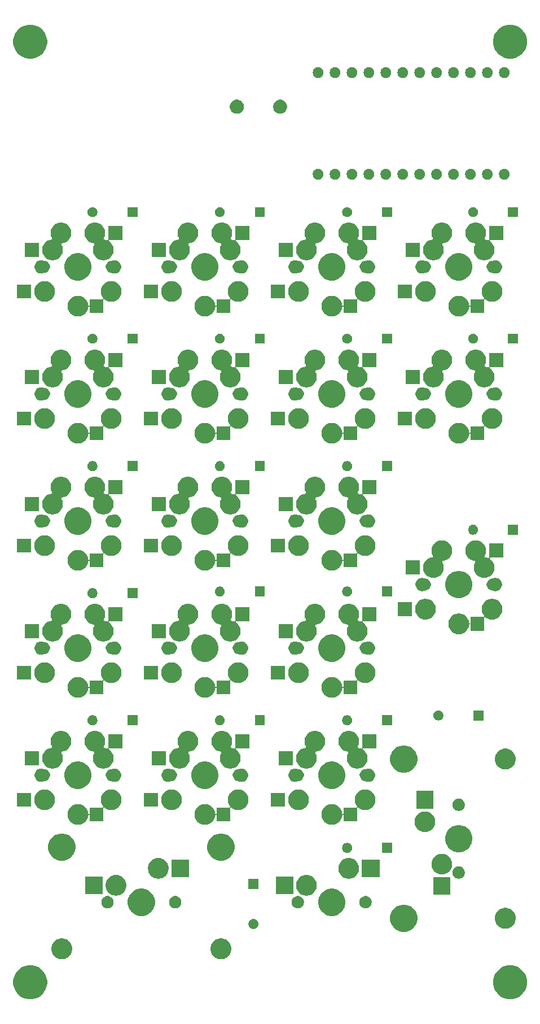
<source format=gbs>
G04 #@! TF.GenerationSoftware,KiCad,Pcbnew,(5.1.2-1)-1*
G04 #@! TF.CreationDate,2019-06-16T18:53:01+09:00*
G04 #@! TF.ProjectId,tenkey,74656e6b-6579-42e6-9b69-6361645f7063,rev?*
G04 #@! TF.SameCoordinates,Original*
G04 #@! TF.FileFunction,Soldermask,Bot*
G04 #@! TF.FilePolarity,Negative*
%FSLAX46Y46*%
G04 Gerber Fmt 4.6, Leading zero omitted, Abs format (unit mm)*
G04 Created by KiCad (PCBNEW (5.1.2-1)-1) date 2019-06-16 18:53:01*
%MOMM*%
%LPD*%
G04 APERTURE LIST*
%ADD10C,0.100000*%
G04 APERTURE END LIST*
D10*
G36*
X122744098Y-180997033D02*
G01*
X123208350Y-181189332D01*
X123208352Y-181189333D01*
X123626168Y-181468509D01*
X123981491Y-181823832D01*
X124260667Y-182241648D01*
X124260668Y-182241650D01*
X124452967Y-182705902D01*
X124551000Y-183198747D01*
X124551000Y-183701253D01*
X124452967Y-184194098D01*
X124260668Y-184658350D01*
X124260667Y-184658352D01*
X123981491Y-185076168D01*
X123626168Y-185431491D01*
X123208352Y-185710667D01*
X123208351Y-185710668D01*
X123208350Y-185710668D01*
X122744098Y-185902967D01*
X122251253Y-186001000D01*
X121748747Y-186001000D01*
X121255902Y-185902967D01*
X120791650Y-185710668D01*
X120791649Y-185710668D01*
X120791648Y-185710667D01*
X120373832Y-185431491D01*
X120018509Y-185076168D01*
X119739333Y-184658352D01*
X119739332Y-184658350D01*
X119547033Y-184194098D01*
X119449000Y-183701253D01*
X119449000Y-183198747D01*
X119547033Y-182705902D01*
X119739332Y-182241650D01*
X119739333Y-182241648D01*
X120018509Y-181823832D01*
X120373832Y-181468509D01*
X120791648Y-181189333D01*
X120791650Y-181189332D01*
X121255902Y-180997033D01*
X121748747Y-180899000D01*
X122251253Y-180899000D01*
X122744098Y-180997033D01*
X122744098Y-180997033D01*
G37*
G36*
X50744098Y-180997033D02*
G01*
X51208350Y-181189332D01*
X51208352Y-181189333D01*
X51626168Y-181468509D01*
X51981491Y-181823832D01*
X52260667Y-182241648D01*
X52260668Y-182241650D01*
X52452967Y-182705902D01*
X52551000Y-183198747D01*
X52551000Y-183701253D01*
X52452967Y-184194098D01*
X52260668Y-184658350D01*
X52260667Y-184658352D01*
X51981491Y-185076168D01*
X51626168Y-185431491D01*
X51208352Y-185710667D01*
X51208351Y-185710668D01*
X51208350Y-185710668D01*
X50744098Y-185902967D01*
X50251253Y-186001000D01*
X49748747Y-186001000D01*
X49255902Y-185902967D01*
X48791650Y-185710668D01*
X48791649Y-185710668D01*
X48791648Y-185710667D01*
X48373832Y-185431491D01*
X48018509Y-185076168D01*
X47739333Y-184658352D01*
X47739332Y-184658350D01*
X47547033Y-184194098D01*
X47449000Y-183701253D01*
X47449000Y-183198747D01*
X47547033Y-182705902D01*
X47739332Y-182241650D01*
X47739333Y-182241648D01*
X48018509Y-181823832D01*
X48373832Y-181468509D01*
X48791648Y-181189333D01*
X48791650Y-181189332D01*
X49255902Y-180997033D01*
X49748747Y-180899000D01*
X50251253Y-180899000D01*
X50744098Y-180997033D01*
X50744098Y-180997033D01*
G37*
G36*
X55044267Y-176890263D02*
G01*
X55196411Y-176920526D01*
X55315137Y-176969704D01*
X55483041Y-177039252D01*
X55483042Y-177039253D01*
X55741004Y-177211617D01*
X55960383Y-177430996D01*
X56075553Y-177603361D01*
X56132748Y-177688959D01*
X56251474Y-177975590D01*
X56312000Y-178279875D01*
X56312000Y-178590125D01*
X56251474Y-178894410D01*
X56132748Y-179181041D01*
X56132747Y-179181042D01*
X55960383Y-179439004D01*
X55741004Y-179658383D01*
X55568639Y-179773553D01*
X55483041Y-179830748D01*
X55315137Y-179900296D01*
X55196411Y-179949474D01*
X54892125Y-180010000D01*
X54581875Y-180010000D01*
X54277589Y-179949474D01*
X54158863Y-179900296D01*
X53990959Y-179830748D01*
X53905361Y-179773553D01*
X53732996Y-179658383D01*
X53513617Y-179439004D01*
X53341253Y-179181042D01*
X53341252Y-179181041D01*
X53222526Y-178894410D01*
X53162000Y-178590125D01*
X53162000Y-178279875D01*
X53222526Y-177975590D01*
X53341252Y-177688959D01*
X53398447Y-177603361D01*
X53513617Y-177430996D01*
X53732996Y-177211617D01*
X53990958Y-177039253D01*
X53990959Y-177039252D01*
X54158863Y-176969704D01*
X54277589Y-176920526D01*
X54429733Y-176890263D01*
X54581875Y-176860000D01*
X54892125Y-176860000D01*
X55044267Y-176890263D01*
X55044267Y-176890263D01*
G37*
G36*
X78920267Y-176890263D02*
G01*
X79072411Y-176920526D01*
X79191137Y-176969704D01*
X79359041Y-177039252D01*
X79359042Y-177039253D01*
X79617004Y-177211617D01*
X79836383Y-177430996D01*
X79951553Y-177603361D01*
X80008748Y-177688959D01*
X80127474Y-177975590D01*
X80188000Y-178279875D01*
X80188000Y-178590125D01*
X80127474Y-178894410D01*
X80008748Y-179181041D01*
X80008747Y-179181042D01*
X79836383Y-179439004D01*
X79617004Y-179658383D01*
X79444639Y-179773553D01*
X79359041Y-179830748D01*
X79191137Y-179900296D01*
X79072411Y-179949474D01*
X78768125Y-180010000D01*
X78457875Y-180010000D01*
X78153589Y-179949474D01*
X78034863Y-179900296D01*
X77866959Y-179830748D01*
X77781361Y-179773553D01*
X77608996Y-179658383D01*
X77389617Y-179439004D01*
X77217253Y-179181042D01*
X77217252Y-179181041D01*
X77098526Y-178894410D01*
X77038000Y-178590125D01*
X77038000Y-178279875D01*
X77098526Y-177975590D01*
X77217252Y-177688959D01*
X77274447Y-177603361D01*
X77389617Y-177430996D01*
X77608996Y-177211617D01*
X77866958Y-177039253D01*
X77866959Y-177039252D01*
X78034863Y-176969704D01*
X78153589Y-176920526D01*
X78305733Y-176890263D01*
X78457875Y-176860000D01*
X78768125Y-176860000D01*
X78920267Y-176890263D01*
X78920267Y-176890263D01*
G37*
G36*
X106641474Y-171896684D02*
G01*
X106859474Y-171986983D01*
X107013623Y-172050833D01*
X107348548Y-172274623D01*
X107633377Y-172559452D01*
X107857167Y-172894377D01*
X107857167Y-172894378D01*
X108011316Y-173266526D01*
X108089900Y-173661594D01*
X108089900Y-174064406D01*
X108011316Y-174459474D01*
X107921017Y-174677474D01*
X107857167Y-174831623D01*
X107633377Y-175166548D01*
X107348548Y-175451377D01*
X107013623Y-175675167D01*
X106859474Y-175739017D01*
X106641474Y-175829316D01*
X106246406Y-175907900D01*
X105843594Y-175907900D01*
X105448526Y-175829316D01*
X105230526Y-175739017D01*
X105076377Y-175675167D01*
X104741452Y-175451377D01*
X104456623Y-175166548D01*
X104232833Y-174831623D01*
X104168983Y-174677474D01*
X104078684Y-174459474D01*
X104000100Y-174064406D01*
X104000100Y-173661594D01*
X104078684Y-173266526D01*
X104232833Y-172894378D01*
X104232833Y-172894377D01*
X104456623Y-172559452D01*
X104741452Y-172274623D01*
X105076377Y-172050833D01*
X105230526Y-171986983D01*
X105448526Y-171896684D01*
X105843594Y-171818100D01*
X106246406Y-171818100D01*
X106641474Y-171896684D01*
X106641474Y-171896684D01*
G37*
G36*
X83594425Y-173954599D02*
G01*
X83718621Y-173979302D01*
X83855022Y-174035801D01*
X83977779Y-174117825D01*
X84082175Y-174222221D01*
X84164199Y-174344978D01*
X84220698Y-174481379D01*
X84249500Y-174626181D01*
X84249500Y-174773819D01*
X84220698Y-174918621D01*
X84164199Y-175055022D01*
X84082175Y-175177779D01*
X83977779Y-175282175D01*
X83855022Y-175364199D01*
X83718621Y-175420698D01*
X83594425Y-175445401D01*
X83573820Y-175449500D01*
X83426180Y-175449500D01*
X83405575Y-175445401D01*
X83281379Y-175420698D01*
X83144978Y-175364199D01*
X83022221Y-175282175D01*
X82917825Y-175177779D01*
X82835801Y-175055022D01*
X82779302Y-174918621D01*
X82750500Y-174773819D01*
X82750500Y-174626181D01*
X82779302Y-174481379D01*
X82835801Y-174344978D01*
X82917825Y-174222221D01*
X83022221Y-174117825D01*
X83144978Y-174035801D01*
X83281379Y-173979302D01*
X83405575Y-173954599D01*
X83426180Y-173950500D01*
X83573820Y-173950500D01*
X83594425Y-173954599D01*
X83594425Y-173954599D01*
G37*
G36*
X121592267Y-172318263D02*
G01*
X121744411Y-172348526D01*
X121863137Y-172397704D01*
X122031041Y-172467252D01*
X122031042Y-172467253D01*
X122289004Y-172639617D01*
X122508383Y-172858996D01*
X122532024Y-172894378D01*
X122680748Y-173116959D01*
X122740895Y-173262167D01*
X122799474Y-173403589D01*
X122817637Y-173494900D01*
X122860000Y-173707875D01*
X122860000Y-174018125D01*
X122799474Y-174322410D01*
X122680748Y-174609041D01*
X122680747Y-174609042D01*
X122508383Y-174867004D01*
X122289004Y-175086383D01*
X122116639Y-175201553D01*
X122031041Y-175258748D01*
X121863137Y-175328296D01*
X121744411Y-175377474D01*
X121440125Y-175438000D01*
X121129875Y-175438000D01*
X120825589Y-175377474D01*
X120706863Y-175328296D01*
X120538959Y-175258748D01*
X120453361Y-175201553D01*
X120280996Y-175086383D01*
X120061617Y-174867004D01*
X119889253Y-174609042D01*
X119889252Y-174609041D01*
X119770526Y-174322410D01*
X119710000Y-174018125D01*
X119710000Y-173707875D01*
X119752363Y-173494900D01*
X119770526Y-173403589D01*
X119829105Y-173262167D01*
X119889252Y-173116959D01*
X120037976Y-172894378D01*
X120061617Y-172858996D01*
X120280996Y-172639617D01*
X120538958Y-172467253D01*
X120538959Y-172467252D01*
X120706863Y-172397704D01*
X120825589Y-172348526D01*
X120977733Y-172318263D01*
X121129875Y-172288000D01*
X121440125Y-172288000D01*
X121592267Y-172318263D01*
X121592267Y-172318263D01*
G37*
G36*
X95846474Y-169483684D02*
G01*
X96064474Y-169573983D01*
X96218623Y-169637833D01*
X96553548Y-169861623D01*
X96838377Y-170146452D01*
X97062167Y-170481377D01*
X97094562Y-170559586D01*
X97216316Y-170853526D01*
X97294900Y-171248594D01*
X97294900Y-171651406D01*
X97216316Y-172046474D01*
X97165451Y-172169272D01*
X97062167Y-172418623D01*
X96838377Y-172753548D01*
X96553548Y-173038377D01*
X96218623Y-173262167D01*
X96064474Y-173326017D01*
X95846474Y-173416316D01*
X95451406Y-173494900D01*
X95048594Y-173494900D01*
X94653526Y-173416316D01*
X94435526Y-173326017D01*
X94281377Y-173262167D01*
X93946452Y-173038377D01*
X93661623Y-172753548D01*
X93437833Y-172418623D01*
X93334549Y-172169272D01*
X93283684Y-172046474D01*
X93205100Y-171651406D01*
X93205100Y-171248594D01*
X93283684Y-170853526D01*
X93405438Y-170559586D01*
X93437833Y-170481377D01*
X93661623Y-170146452D01*
X93946452Y-169861623D01*
X94281377Y-169637833D01*
X94435526Y-169573983D01*
X94653526Y-169483684D01*
X95048594Y-169405100D01*
X95451406Y-169405100D01*
X95846474Y-169483684D01*
X95846474Y-169483684D01*
G37*
G36*
X67271474Y-169483684D02*
G01*
X67489474Y-169573983D01*
X67643623Y-169637833D01*
X67978548Y-169861623D01*
X68263377Y-170146452D01*
X68487167Y-170481377D01*
X68519562Y-170559586D01*
X68641316Y-170853526D01*
X68719900Y-171248594D01*
X68719900Y-171651406D01*
X68641316Y-172046474D01*
X68590451Y-172169272D01*
X68487167Y-172418623D01*
X68263377Y-172753548D01*
X67978548Y-173038377D01*
X67643623Y-173262167D01*
X67489474Y-173326017D01*
X67271474Y-173416316D01*
X66876406Y-173494900D01*
X66473594Y-173494900D01*
X66078526Y-173416316D01*
X65860526Y-173326017D01*
X65706377Y-173262167D01*
X65371452Y-173038377D01*
X65086623Y-172753548D01*
X64862833Y-172418623D01*
X64759549Y-172169272D01*
X64708684Y-172046474D01*
X64630100Y-171651406D01*
X64630100Y-171248594D01*
X64708684Y-170853526D01*
X64830438Y-170559586D01*
X64862833Y-170481377D01*
X65086623Y-170146452D01*
X65371452Y-169861623D01*
X65706377Y-169637833D01*
X65860526Y-169573983D01*
X66078526Y-169483684D01*
X66473594Y-169405100D01*
X66876406Y-169405100D01*
X67271474Y-169483684D01*
X67271474Y-169483684D01*
G37*
G36*
X100600104Y-170559585D02*
G01*
X100768626Y-170629389D01*
X100920291Y-170730728D01*
X101049272Y-170859709D01*
X101150611Y-171011374D01*
X101220415Y-171179896D01*
X101256000Y-171358797D01*
X101256000Y-171541203D01*
X101220415Y-171720104D01*
X101150611Y-171888626D01*
X101049272Y-172040291D01*
X100920291Y-172169272D01*
X100768626Y-172270611D01*
X100600104Y-172340415D01*
X100421203Y-172376000D01*
X100238797Y-172376000D01*
X100059896Y-172340415D01*
X99891374Y-172270611D01*
X99739709Y-172169272D01*
X99610728Y-172040291D01*
X99509389Y-171888626D01*
X99439585Y-171720104D01*
X99404000Y-171541203D01*
X99404000Y-171358797D01*
X99439585Y-171179896D01*
X99509389Y-171011374D01*
X99610728Y-170859709D01*
X99739709Y-170730728D01*
X99891374Y-170629389D01*
X100059896Y-170559585D01*
X100238797Y-170524000D01*
X100421203Y-170524000D01*
X100600104Y-170559585D01*
X100600104Y-170559585D01*
G37*
G36*
X90440104Y-170559585D02*
G01*
X90608626Y-170629389D01*
X90760291Y-170730728D01*
X90889272Y-170859709D01*
X90990611Y-171011374D01*
X91060415Y-171179896D01*
X91096000Y-171358797D01*
X91096000Y-171541203D01*
X91060415Y-171720104D01*
X90990611Y-171888626D01*
X90889272Y-172040291D01*
X90760291Y-172169272D01*
X90608626Y-172270611D01*
X90440104Y-172340415D01*
X90261203Y-172376000D01*
X90078797Y-172376000D01*
X89899896Y-172340415D01*
X89731374Y-172270611D01*
X89579709Y-172169272D01*
X89450728Y-172040291D01*
X89349389Y-171888626D01*
X89279585Y-171720104D01*
X89244000Y-171541203D01*
X89244000Y-171358797D01*
X89279585Y-171179896D01*
X89349389Y-171011374D01*
X89450728Y-170859709D01*
X89579709Y-170730728D01*
X89731374Y-170629389D01*
X89899896Y-170559585D01*
X90078797Y-170524000D01*
X90261203Y-170524000D01*
X90440104Y-170559585D01*
X90440104Y-170559585D01*
G37*
G36*
X72025104Y-170559585D02*
G01*
X72193626Y-170629389D01*
X72345291Y-170730728D01*
X72474272Y-170859709D01*
X72575611Y-171011374D01*
X72645415Y-171179896D01*
X72681000Y-171358797D01*
X72681000Y-171541203D01*
X72645415Y-171720104D01*
X72575611Y-171888626D01*
X72474272Y-172040291D01*
X72345291Y-172169272D01*
X72193626Y-172270611D01*
X72025104Y-172340415D01*
X71846203Y-172376000D01*
X71663797Y-172376000D01*
X71484896Y-172340415D01*
X71316374Y-172270611D01*
X71164709Y-172169272D01*
X71035728Y-172040291D01*
X70934389Y-171888626D01*
X70864585Y-171720104D01*
X70829000Y-171541203D01*
X70829000Y-171358797D01*
X70864585Y-171179896D01*
X70934389Y-171011374D01*
X71035728Y-170859709D01*
X71164709Y-170730728D01*
X71316374Y-170629389D01*
X71484896Y-170559585D01*
X71663797Y-170524000D01*
X71846203Y-170524000D01*
X72025104Y-170559585D01*
X72025104Y-170559585D01*
G37*
G36*
X61865104Y-170559585D02*
G01*
X62033626Y-170629389D01*
X62185291Y-170730728D01*
X62314272Y-170859709D01*
X62415611Y-171011374D01*
X62485415Y-171179896D01*
X62521000Y-171358797D01*
X62521000Y-171541203D01*
X62485415Y-171720104D01*
X62415611Y-171888626D01*
X62314272Y-172040291D01*
X62185291Y-172169272D01*
X62033626Y-172270611D01*
X61865104Y-172340415D01*
X61686203Y-172376000D01*
X61503797Y-172376000D01*
X61324896Y-172340415D01*
X61156374Y-172270611D01*
X61004709Y-172169272D01*
X60875728Y-172040291D01*
X60774389Y-171888626D01*
X60704585Y-171720104D01*
X60669000Y-171541203D01*
X60669000Y-171358797D01*
X60704585Y-171179896D01*
X60774389Y-171011374D01*
X60875728Y-170859709D01*
X61004709Y-170730728D01*
X61156374Y-170629389D01*
X61324896Y-170559585D01*
X61503797Y-170524000D01*
X61686203Y-170524000D01*
X61865104Y-170559585D01*
X61865104Y-170559585D01*
G37*
G36*
X91742585Y-167388802D02*
G01*
X91892410Y-167418604D01*
X92174674Y-167535521D01*
X92428705Y-167705259D01*
X92644741Y-167921295D01*
X92814479Y-168175326D01*
X92931396Y-168457590D01*
X92991000Y-168757240D01*
X92991000Y-169062760D01*
X92931396Y-169362410D01*
X92814479Y-169644674D01*
X92644741Y-169898705D01*
X92428705Y-170114741D01*
X92174674Y-170284479D01*
X91892410Y-170401396D01*
X91742585Y-170431198D01*
X91592761Y-170461000D01*
X91287239Y-170461000D01*
X91137415Y-170431198D01*
X90987590Y-170401396D01*
X90705326Y-170284479D01*
X90451295Y-170114741D01*
X90235259Y-169898705D01*
X90065521Y-169644674D01*
X89948604Y-169362410D01*
X89889000Y-169062760D01*
X89889000Y-168757240D01*
X89948604Y-168457590D01*
X90065521Y-168175326D01*
X90235259Y-167921295D01*
X90451295Y-167705259D01*
X90705326Y-167535521D01*
X90987590Y-167418604D01*
X91137415Y-167388802D01*
X91287239Y-167359000D01*
X91592761Y-167359000D01*
X91742585Y-167388802D01*
X91742585Y-167388802D01*
G37*
G36*
X63167585Y-167388802D02*
G01*
X63317410Y-167418604D01*
X63599674Y-167535521D01*
X63853705Y-167705259D01*
X64069741Y-167921295D01*
X64239479Y-168175326D01*
X64356396Y-168457590D01*
X64416000Y-168757240D01*
X64416000Y-169062760D01*
X64356396Y-169362410D01*
X64239479Y-169644674D01*
X64069741Y-169898705D01*
X63853705Y-170114741D01*
X63599674Y-170284479D01*
X63317410Y-170401396D01*
X63167585Y-170431198D01*
X63017761Y-170461000D01*
X62712239Y-170461000D01*
X62562415Y-170431198D01*
X62412590Y-170401396D01*
X62130326Y-170284479D01*
X61876295Y-170114741D01*
X61660259Y-169898705D01*
X61490521Y-169644674D01*
X61373604Y-169362410D01*
X61314000Y-169062760D01*
X61314000Y-168757240D01*
X61373604Y-168457590D01*
X61490521Y-168175326D01*
X61660259Y-167921295D01*
X61876295Y-167705259D01*
X62130326Y-167535521D01*
X62412590Y-167418604D01*
X62562415Y-167388802D01*
X62712239Y-167359000D01*
X63017761Y-167359000D01*
X63167585Y-167388802D01*
X63167585Y-167388802D01*
G37*
G36*
X113061000Y-170336000D02*
G01*
X110459000Y-170336000D01*
X110459000Y-167684000D01*
X113061000Y-167684000D01*
X113061000Y-170336000D01*
X113061000Y-170336000D01*
G37*
G36*
X60916000Y-170211000D02*
G01*
X58264000Y-170211000D01*
X58264000Y-167609000D01*
X60916000Y-167609000D01*
X60916000Y-170211000D01*
X60916000Y-170211000D01*
G37*
G36*
X89491000Y-170211000D02*
G01*
X86839000Y-170211000D01*
X86839000Y-167609000D01*
X89491000Y-167609000D01*
X89491000Y-170211000D01*
X89491000Y-170211000D01*
G37*
G36*
X84249500Y-169449500D02*
G01*
X82750500Y-169449500D01*
X82750500Y-167950500D01*
X84249500Y-167950500D01*
X84249500Y-169449500D01*
X84249500Y-169449500D01*
G37*
G36*
X114570104Y-166114585D02*
G01*
X114738626Y-166184389D01*
X114890291Y-166285728D01*
X115019272Y-166414709D01*
X115120611Y-166566374D01*
X115190415Y-166734896D01*
X115226000Y-166913797D01*
X115226000Y-167096203D01*
X115190415Y-167275104D01*
X115120611Y-167443626D01*
X115019272Y-167595291D01*
X114890291Y-167724272D01*
X114738626Y-167825611D01*
X114570104Y-167895415D01*
X114391203Y-167931000D01*
X114208797Y-167931000D01*
X114029896Y-167895415D01*
X113861374Y-167825611D01*
X113709709Y-167724272D01*
X113580728Y-167595291D01*
X113479389Y-167443626D01*
X113409585Y-167275104D01*
X113374000Y-167096203D01*
X113374000Y-166913797D01*
X113409585Y-166734896D01*
X113479389Y-166566374D01*
X113580728Y-166414709D01*
X113709709Y-166285728D01*
X113861374Y-166184389D01*
X114029896Y-166114585D01*
X114208797Y-166079000D01*
X114391203Y-166079000D01*
X114570104Y-166114585D01*
X114570104Y-166114585D01*
G37*
G36*
X98092585Y-164848802D02*
G01*
X98242410Y-164878604D01*
X98524674Y-164995521D01*
X98778705Y-165165259D01*
X98994741Y-165381295D01*
X99164479Y-165635326D01*
X99269040Y-165887760D01*
X99281396Y-165917591D01*
X99341000Y-166217239D01*
X99341000Y-166522761D01*
X99311198Y-166672585D01*
X99281396Y-166822410D01*
X99164479Y-167104674D01*
X98994741Y-167358705D01*
X98778705Y-167574741D01*
X98524674Y-167744479D01*
X98242410Y-167861396D01*
X98092585Y-167891198D01*
X97942761Y-167921000D01*
X97637239Y-167921000D01*
X97487415Y-167891198D01*
X97337590Y-167861396D01*
X97055326Y-167744479D01*
X96801295Y-167574741D01*
X96585259Y-167358705D01*
X96415521Y-167104674D01*
X96298604Y-166822410D01*
X96268802Y-166672585D01*
X96239000Y-166522761D01*
X96239000Y-166217239D01*
X96298604Y-165917591D01*
X96310960Y-165887760D01*
X96415521Y-165635326D01*
X96585259Y-165381295D01*
X96801295Y-165165259D01*
X97055326Y-164995521D01*
X97337590Y-164878604D01*
X97487415Y-164848802D01*
X97637239Y-164819000D01*
X97942761Y-164819000D01*
X98092585Y-164848802D01*
X98092585Y-164848802D01*
G37*
G36*
X69517585Y-164848802D02*
G01*
X69667410Y-164878604D01*
X69949674Y-164995521D01*
X70203705Y-165165259D01*
X70419741Y-165381295D01*
X70589479Y-165635326D01*
X70694040Y-165887760D01*
X70706396Y-165917591D01*
X70766000Y-166217239D01*
X70766000Y-166522761D01*
X70736198Y-166672585D01*
X70706396Y-166822410D01*
X70589479Y-167104674D01*
X70419741Y-167358705D01*
X70203705Y-167574741D01*
X69949674Y-167744479D01*
X69667410Y-167861396D01*
X69517585Y-167891198D01*
X69367761Y-167921000D01*
X69062239Y-167921000D01*
X68912415Y-167891198D01*
X68762590Y-167861396D01*
X68480326Y-167744479D01*
X68226295Y-167574741D01*
X68010259Y-167358705D01*
X67840521Y-167104674D01*
X67723604Y-166822410D01*
X67693802Y-166672585D01*
X67664000Y-166522761D01*
X67664000Y-166217239D01*
X67723604Y-165917591D01*
X67735960Y-165887760D01*
X67840521Y-165635326D01*
X68010259Y-165381295D01*
X68226295Y-165165259D01*
X68480326Y-164995521D01*
X68762590Y-164878604D01*
X68912415Y-164848802D01*
X69062239Y-164819000D01*
X69367761Y-164819000D01*
X69517585Y-164848802D01*
X69517585Y-164848802D01*
G37*
G36*
X102418000Y-167671000D02*
G01*
X99766000Y-167671000D01*
X99766000Y-165069000D01*
X102418000Y-165069000D01*
X102418000Y-167671000D01*
X102418000Y-167671000D01*
G37*
G36*
X73843000Y-167671000D02*
G01*
X71191000Y-167671000D01*
X71191000Y-165069000D01*
X73843000Y-165069000D01*
X73843000Y-167671000D01*
X73843000Y-167671000D01*
G37*
G36*
X112062585Y-164213802D02*
G01*
X112212410Y-164243604D01*
X112494674Y-164360521D01*
X112748705Y-164530259D01*
X112964741Y-164746295D01*
X113134479Y-165000326D01*
X113233713Y-165239900D01*
X113251396Y-165282591D01*
X113311000Y-165582239D01*
X113311000Y-165887761D01*
X113305066Y-165917591D01*
X113251396Y-166187410D01*
X113134479Y-166469674D01*
X112964741Y-166723705D01*
X112748705Y-166939741D01*
X112494674Y-167109479D01*
X112212410Y-167226396D01*
X112062585Y-167256198D01*
X111912761Y-167286000D01*
X111607239Y-167286000D01*
X111457415Y-167256198D01*
X111307590Y-167226396D01*
X111025326Y-167109479D01*
X110771295Y-166939741D01*
X110555259Y-166723705D01*
X110385521Y-166469674D01*
X110268604Y-166187410D01*
X110214934Y-165917591D01*
X110209000Y-165887761D01*
X110209000Y-165582239D01*
X110268604Y-165282591D01*
X110286287Y-165239900D01*
X110385521Y-165000326D01*
X110555259Y-164746295D01*
X110771295Y-164530259D01*
X111025326Y-164360521D01*
X111307590Y-164243604D01*
X111457415Y-164213802D01*
X111607239Y-164184000D01*
X111912761Y-164184000D01*
X112062585Y-164213802D01*
X112062585Y-164213802D01*
G37*
G36*
X55333474Y-161228684D02*
G01*
X55551474Y-161318983D01*
X55705623Y-161382833D01*
X56040548Y-161606623D01*
X56325377Y-161891452D01*
X56549167Y-162226377D01*
X56549167Y-162226378D01*
X56703316Y-162598526D01*
X56781900Y-162993594D01*
X56781900Y-163396406D01*
X56703316Y-163791474D01*
X56665746Y-163882175D01*
X56549167Y-164163623D01*
X56325377Y-164498548D01*
X56040548Y-164783377D01*
X55705623Y-165007167D01*
X55556344Y-165069000D01*
X55333474Y-165161316D01*
X54938406Y-165239900D01*
X54535594Y-165239900D01*
X54140526Y-165161316D01*
X53917656Y-165069000D01*
X53768377Y-165007167D01*
X53433452Y-164783377D01*
X53148623Y-164498548D01*
X52924833Y-164163623D01*
X52808254Y-163882175D01*
X52770684Y-163791474D01*
X52692100Y-163396406D01*
X52692100Y-162993594D01*
X52770684Y-162598526D01*
X52924833Y-162226378D01*
X52924833Y-162226377D01*
X53148623Y-161891452D01*
X53433452Y-161606623D01*
X53768377Y-161382833D01*
X53922526Y-161318983D01*
X54140526Y-161228684D01*
X54535594Y-161150100D01*
X54938406Y-161150100D01*
X55333474Y-161228684D01*
X55333474Y-161228684D01*
G37*
G36*
X79209474Y-161228684D02*
G01*
X79427474Y-161318983D01*
X79581623Y-161382833D01*
X79916548Y-161606623D01*
X80201377Y-161891452D01*
X80425167Y-162226377D01*
X80425167Y-162226378D01*
X80579316Y-162598526D01*
X80657900Y-162993594D01*
X80657900Y-163396406D01*
X80579316Y-163791474D01*
X80541746Y-163882175D01*
X80425167Y-164163623D01*
X80201377Y-164498548D01*
X79916548Y-164783377D01*
X79581623Y-165007167D01*
X79432344Y-165069000D01*
X79209474Y-165161316D01*
X78814406Y-165239900D01*
X78411594Y-165239900D01*
X78016526Y-165161316D01*
X77793656Y-165069000D01*
X77644377Y-165007167D01*
X77309452Y-164783377D01*
X77024623Y-164498548D01*
X76800833Y-164163623D01*
X76684254Y-163882175D01*
X76646684Y-163791474D01*
X76568100Y-163396406D01*
X76568100Y-162993594D01*
X76646684Y-162598526D01*
X76800833Y-162226378D01*
X76800833Y-162226377D01*
X77024623Y-161891452D01*
X77309452Y-161606623D01*
X77644377Y-161382833D01*
X77798526Y-161318983D01*
X78016526Y-161228684D01*
X78411594Y-161150100D01*
X78814406Y-161150100D01*
X79209474Y-161228684D01*
X79209474Y-161228684D01*
G37*
G36*
X97644425Y-162554599D02*
G01*
X97768621Y-162579302D01*
X97905022Y-162635801D01*
X98027779Y-162717825D01*
X98132175Y-162822221D01*
X98214199Y-162944978D01*
X98270698Y-163081379D01*
X98299500Y-163226181D01*
X98299500Y-163373819D01*
X98270698Y-163518621D01*
X98214199Y-163655022D01*
X98132175Y-163777779D01*
X98027779Y-163882175D01*
X97905022Y-163964199D01*
X97768621Y-164020698D01*
X97644425Y-164045401D01*
X97623820Y-164049500D01*
X97476180Y-164049500D01*
X97455575Y-164045401D01*
X97331379Y-164020698D01*
X97194978Y-163964199D01*
X97072221Y-163882175D01*
X96967825Y-163777779D01*
X96885801Y-163655022D01*
X96829302Y-163518621D01*
X96800500Y-163373819D01*
X96800500Y-163226181D01*
X96829302Y-163081379D01*
X96885801Y-162944978D01*
X96967825Y-162822221D01*
X97072221Y-162717825D01*
X97194978Y-162635801D01*
X97331379Y-162579302D01*
X97455575Y-162554599D01*
X97476180Y-162550500D01*
X97623820Y-162550500D01*
X97644425Y-162554599D01*
X97644425Y-162554599D01*
G37*
G36*
X104299500Y-164049500D02*
G01*
X102800500Y-164049500D01*
X102800500Y-162550500D01*
X104299500Y-162550500D01*
X104299500Y-164049500D01*
X104299500Y-164049500D01*
G37*
G36*
X114896474Y-159958684D02*
G01*
X115114474Y-160048983D01*
X115268623Y-160112833D01*
X115603548Y-160336623D01*
X115888377Y-160621452D01*
X116112167Y-160956377D01*
X116112167Y-160956378D01*
X116266316Y-161328526D01*
X116344900Y-161723594D01*
X116344900Y-162126406D01*
X116266316Y-162521474D01*
X116242362Y-162579303D01*
X116112167Y-162893623D01*
X115888377Y-163228548D01*
X115603548Y-163513377D01*
X115268623Y-163737167D01*
X115170576Y-163777779D01*
X114896474Y-163891316D01*
X114501406Y-163969900D01*
X114098594Y-163969900D01*
X113703526Y-163891316D01*
X113429424Y-163777779D01*
X113331377Y-163737167D01*
X112996452Y-163513377D01*
X112711623Y-163228548D01*
X112487833Y-162893623D01*
X112357638Y-162579303D01*
X112333684Y-162521474D01*
X112255100Y-162126406D01*
X112255100Y-161723594D01*
X112333684Y-161328526D01*
X112487833Y-160956378D01*
X112487833Y-160956377D01*
X112711623Y-160621452D01*
X112996452Y-160336623D01*
X113331377Y-160112833D01*
X113485526Y-160048983D01*
X113703526Y-159958684D01*
X114098594Y-159880100D01*
X114501406Y-159880100D01*
X114896474Y-159958684D01*
X114896474Y-159958684D01*
G37*
G36*
X109441082Y-157847590D02*
G01*
X109672410Y-157893604D01*
X109954674Y-158010521D01*
X110208705Y-158180259D01*
X110424741Y-158396295D01*
X110594479Y-158650326D01*
X110711396Y-158932590D01*
X110771000Y-159232240D01*
X110771000Y-159537760D01*
X110711396Y-159837410D01*
X110594479Y-160119674D01*
X110424741Y-160373705D01*
X110208705Y-160589741D01*
X109954674Y-160759479D01*
X109672410Y-160876396D01*
X109522585Y-160906198D01*
X109372761Y-160936000D01*
X109067239Y-160936000D01*
X108917415Y-160906198D01*
X108767590Y-160876396D01*
X108485326Y-160759479D01*
X108231295Y-160589741D01*
X108015259Y-160373705D01*
X107845521Y-160119674D01*
X107728604Y-159837410D01*
X107669000Y-159537760D01*
X107669000Y-159232240D01*
X107728604Y-158932590D01*
X107845521Y-158650326D01*
X108015259Y-158396295D01*
X108231295Y-158180259D01*
X108485326Y-158010521D01*
X108767590Y-157893604D01*
X108998918Y-157847590D01*
X109067239Y-157834000D01*
X109372761Y-157834000D01*
X109441082Y-157847590D01*
X109441082Y-157847590D01*
G37*
G36*
X100552585Y-154578802D02*
G01*
X100702410Y-154608604D01*
X100984674Y-154725521D01*
X101238705Y-154895259D01*
X101454741Y-155111295D01*
X101624479Y-155365326D01*
X101741396Y-155647590D01*
X101741396Y-155647591D01*
X101801000Y-155947239D01*
X101801000Y-156252761D01*
X101800612Y-156254710D01*
X101741396Y-156552410D01*
X101624479Y-156834674D01*
X101454741Y-157088705D01*
X101238705Y-157304741D01*
X100984674Y-157474479D01*
X100702410Y-157591396D01*
X100552585Y-157621198D01*
X100402761Y-157651000D01*
X100097239Y-157651000D01*
X99947415Y-157621198D01*
X99797590Y-157591396D01*
X99515326Y-157474479D01*
X99261295Y-157304741D01*
X99261290Y-157304736D01*
X99257662Y-157302312D01*
X99245445Y-157292286D01*
X99223834Y-157280735D01*
X99200385Y-157273622D01*
X99175999Y-157271220D01*
X99151613Y-157273622D01*
X99128164Y-157280735D01*
X99106553Y-157292286D01*
X99087611Y-157307831D01*
X99072066Y-157326773D01*
X99060515Y-157348384D01*
X99053402Y-157371833D01*
X99051000Y-157396219D01*
X99051000Y-159351000D01*
X97049000Y-159351000D01*
X97049000Y-158475116D01*
X97046598Y-158450730D01*
X97039485Y-158427281D01*
X97027934Y-158405670D01*
X97012389Y-158386728D01*
X96993447Y-158371183D01*
X96971836Y-158359632D01*
X96948387Y-158352519D01*
X96924001Y-158350117D01*
X96899615Y-158352519D01*
X96876166Y-158359632D01*
X96854555Y-158371183D01*
X96835613Y-158386728D01*
X96820068Y-158405670D01*
X96808517Y-158427281D01*
X96801404Y-158450730D01*
X96801000Y-158452760D01*
X96741396Y-158752410D01*
X96624479Y-159034674D01*
X96454741Y-159288705D01*
X96238705Y-159504741D01*
X95984674Y-159674479D01*
X95702410Y-159791396D01*
X95552585Y-159821198D01*
X95402761Y-159851000D01*
X95097239Y-159851000D01*
X94947415Y-159821198D01*
X94797590Y-159791396D01*
X94515326Y-159674479D01*
X94261295Y-159504741D01*
X94045259Y-159288705D01*
X93875521Y-159034674D01*
X93758604Y-158752410D01*
X93699000Y-158452760D01*
X93699000Y-158147240D01*
X93758604Y-157847590D01*
X93875521Y-157565326D01*
X94045259Y-157311295D01*
X94261295Y-157095259D01*
X94515326Y-156925521D01*
X94797590Y-156808604D01*
X94947415Y-156778802D01*
X95097239Y-156749000D01*
X95402761Y-156749000D01*
X95552585Y-156778802D01*
X95702410Y-156808604D01*
X95984674Y-156925521D01*
X96238705Y-157095259D01*
X96454741Y-157311295D01*
X96624479Y-157565326D01*
X96741396Y-157847590D01*
X96741396Y-157847591D01*
X96801404Y-158149270D01*
X96808517Y-158172719D01*
X96820068Y-158194330D01*
X96835613Y-158213272D01*
X96854555Y-158228817D01*
X96876166Y-158240368D01*
X96899615Y-158247481D01*
X96924001Y-158249883D01*
X96948387Y-158247481D01*
X96971836Y-158240368D01*
X96993447Y-158228817D01*
X97012389Y-158213272D01*
X97027934Y-158194330D01*
X97039485Y-158172719D01*
X97046598Y-158149270D01*
X97049000Y-158124884D01*
X97049000Y-157249000D01*
X98918509Y-157249000D01*
X98942895Y-157246598D01*
X98966344Y-157239485D01*
X98987955Y-157227934D01*
X99006897Y-157212389D01*
X99022442Y-157193447D01*
X99033993Y-157171836D01*
X99041106Y-157148387D01*
X99043508Y-157124001D01*
X99041106Y-157099615D01*
X99033993Y-157076166D01*
X99022447Y-157054565D01*
X98875521Y-156834674D01*
X98758604Y-156552410D01*
X98699388Y-156254710D01*
X98699000Y-156252761D01*
X98699000Y-155947239D01*
X98758604Y-155647591D01*
X98758604Y-155647590D01*
X98875521Y-155365326D01*
X99045259Y-155111295D01*
X99261295Y-154895259D01*
X99515326Y-154725521D01*
X99797590Y-154608604D01*
X99947415Y-154578802D01*
X100097239Y-154549000D01*
X100402761Y-154549000D01*
X100552585Y-154578802D01*
X100552585Y-154578802D01*
G37*
G36*
X81502585Y-154578802D02*
G01*
X81652410Y-154608604D01*
X81934674Y-154725521D01*
X82188705Y-154895259D01*
X82404741Y-155111295D01*
X82574479Y-155365326D01*
X82691396Y-155647590D01*
X82691396Y-155647591D01*
X82751000Y-155947239D01*
X82751000Y-156252761D01*
X82750612Y-156254710D01*
X82691396Y-156552410D01*
X82574479Y-156834674D01*
X82404741Y-157088705D01*
X82188705Y-157304741D01*
X81934674Y-157474479D01*
X81652410Y-157591396D01*
X81502585Y-157621198D01*
X81352761Y-157651000D01*
X81047239Y-157651000D01*
X80897415Y-157621198D01*
X80747590Y-157591396D01*
X80465326Y-157474479D01*
X80211295Y-157304741D01*
X80211290Y-157304736D01*
X80207662Y-157302312D01*
X80195445Y-157292286D01*
X80173834Y-157280735D01*
X80150385Y-157273622D01*
X80125999Y-157271220D01*
X80101613Y-157273622D01*
X80078164Y-157280735D01*
X80056553Y-157292286D01*
X80037611Y-157307831D01*
X80022066Y-157326773D01*
X80010515Y-157348384D01*
X80003402Y-157371833D01*
X80001000Y-157396219D01*
X80001000Y-159351000D01*
X77999000Y-159351000D01*
X77999000Y-158475116D01*
X77996598Y-158450730D01*
X77989485Y-158427281D01*
X77977934Y-158405670D01*
X77962389Y-158386728D01*
X77943447Y-158371183D01*
X77921836Y-158359632D01*
X77898387Y-158352519D01*
X77874001Y-158350117D01*
X77849615Y-158352519D01*
X77826166Y-158359632D01*
X77804555Y-158371183D01*
X77785613Y-158386728D01*
X77770068Y-158405670D01*
X77758517Y-158427281D01*
X77751404Y-158450730D01*
X77751000Y-158452760D01*
X77691396Y-158752410D01*
X77574479Y-159034674D01*
X77404741Y-159288705D01*
X77188705Y-159504741D01*
X76934674Y-159674479D01*
X76652410Y-159791396D01*
X76502585Y-159821198D01*
X76352761Y-159851000D01*
X76047239Y-159851000D01*
X75897415Y-159821198D01*
X75747590Y-159791396D01*
X75465326Y-159674479D01*
X75211295Y-159504741D01*
X74995259Y-159288705D01*
X74825521Y-159034674D01*
X74708604Y-158752410D01*
X74649000Y-158452760D01*
X74649000Y-158147240D01*
X74708604Y-157847590D01*
X74825521Y-157565326D01*
X74995259Y-157311295D01*
X75211295Y-157095259D01*
X75465326Y-156925521D01*
X75747590Y-156808604D01*
X75897415Y-156778802D01*
X76047239Y-156749000D01*
X76352761Y-156749000D01*
X76502585Y-156778802D01*
X76652410Y-156808604D01*
X76934674Y-156925521D01*
X77188705Y-157095259D01*
X77404741Y-157311295D01*
X77574479Y-157565326D01*
X77691396Y-157847590D01*
X77691396Y-157847591D01*
X77751404Y-158149270D01*
X77758517Y-158172719D01*
X77770068Y-158194330D01*
X77785613Y-158213272D01*
X77804555Y-158228817D01*
X77826166Y-158240368D01*
X77849615Y-158247481D01*
X77874001Y-158249883D01*
X77898387Y-158247481D01*
X77921836Y-158240368D01*
X77943447Y-158228817D01*
X77962389Y-158213272D01*
X77977934Y-158194330D01*
X77989485Y-158172719D01*
X77996598Y-158149270D01*
X77999000Y-158124884D01*
X77999000Y-157249000D01*
X79868509Y-157249000D01*
X79892895Y-157246598D01*
X79916344Y-157239485D01*
X79937955Y-157227934D01*
X79956897Y-157212389D01*
X79972442Y-157193447D01*
X79983993Y-157171836D01*
X79991106Y-157148387D01*
X79993508Y-157124001D01*
X79991106Y-157099615D01*
X79983993Y-157076166D01*
X79972447Y-157054565D01*
X79825521Y-156834674D01*
X79708604Y-156552410D01*
X79649388Y-156254710D01*
X79649000Y-156252761D01*
X79649000Y-155947239D01*
X79708604Y-155647591D01*
X79708604Y-155647590D01*
X79825521Y-155365326D01*
X79995259Y-155111295D01*
X80211295Y-154895259D01*
X80465326Y-154725521D01*
X80747590Y-154608604D01*
X80897415Y-154578802D01*
X81047239Y-154549000D01*
X81352761Y-154549000D01*
X81502585Y-154578802D01*
X81502585Y-154578802D01*
G37*
G36*
X62452585Y-154578802D02*
G01*
X62602410Y-154608604D01*
X62884674Y-154725521D01*
X63138705Y-154895259D01*
X63354741Y-155111295D01*
X63524479Y-155365326D01*
X63641396Y-155647590D01*
X63641396Y-155647591D01*
X63701000Y-155947239D01*
X63701000Y-156252761D01*
X63700612Y-156254710D01*
X63641396Y-156552410D01*
X63524479Y-156834674D01*
X63354741Y-157088705D01*
X63138705Y-157304741D01*
X62884674Y-157474479D01*
X62602410Y-157591396D01*
X62452585Y-157621198D01*
X62302761Y-157651000D01*
X61997239Y-157651000D01*
X61847415Y-157621198D01*
X61697590Y-157591396D01*
X61415326Y-157474479D01*
X61161295Y-157304741D01*
X61161290Y-157304736D01*
X61157662Y-157302312D01*
X61145445Y-157292286D01*
X61123834Y-157280735D01*
X61100385Y-157273622D01*
X61075999Y-157271220D01*
X61051613Y-157273622D01*
X61028164Y-157280735D01*
X61006553Y-157292286D01*
X60987611Y-157307831D01*
X60972066Y-157326773D01*
X60960515Y-157348384D01*
X60953402Y-157371833D01*
X60951000Y-157396219D01*
X60951000Y-159351000D01*
X58949000Y-159351000D01*
X58949000Y-158475116D01*
X58946598Y-158450730D01*
X58939485Y-158427281D01*
X58927934Y-158405670D01*
X58912389Y-158386728D01*
X58893447Y-158371183D01*
X58871836Y-158359632D01*
X58848387Y-158352519D01*
X58824001Y-158350117D01*
X58799615Y-158352519D01*
X58776166Y-158359632D01*
X58754555Y-158371183D01*
X58735613Y-158386728D01*
X58720068Y-158405670D01*
X58708517Y-158427281D01*
X58701404Y-158450730D01*
X58701000Y-158452760D01*
X58641396Y-158752410D01*
X58524479Y-159034674D01*
X58354741Y-159288705D01*
X58138705Y-159504741D01*
X57884674Y-159674479D01*
X57602410Y-159791396D01*
X57452585Y-159821198D01*
X57302761Y-159851000D01*
X56997239Y-159851000D01*
X56847415Y-159821198D01*
X56697590Y-159791396D01*
X56415326Y-159674479D01*
X56161295Y-159504741D01*
X55945259Y-159288705D01*
X55775521Y-159034674D01*
X55658604Y-158752410D01*
X55599000Y-158452760D01*
X55599000Y-158147240D01*
X55658604Y-157847590D01*
X55775521Y-157565326D01*
X55945259Y-157311295D01*
X56161295Y-157095259D01*
X56415326Y-156925521D01*
X56697590Y-156808604D01*
X56847415Y-156778802D01*
X56997239Y-156749000D01*
X57302761Y-156749000D01*
X57452585Y-156778802D01*
X57602410Y-156808604D01*
X57884674Y-156925521D01*
X58138705Y-157095259D01*
X58354741Y-157311295D01*
X58524479Y-157565326D01*
X58641396Y-157847590D01*
X58641396Y-157847591D01*
X58701404Y-158149270D01*
X58708517Y-158172719D01*
X58720068Y-158194330D01*
X58735613Y-158213272D01*
X58754555Y-158228817D01*
X58776166Y-158240368D01*
X58799615Y-158247481D01*
X58824001Y-158249883D01*
X58848387Y-158247481D01*
X58871836Y-158240368D01*
X58893447Y-158228817D01*
X58912389Y-158213272D01*
X58927934Y-158194330D01*
X58939485Y-158172719D01*
X58946598Y-158149270D01*
X58949000Y-158124884D01*
X58949000Y-157249000D01*
X60818509Y-157249000D01*
X60842895Y-157246598D01*
X60866344Y-157239485D01*
X60887955Y-157227934D01*
X60906897Y-157212389D01*
X60922442Y-157193447D01*
X60933993Y-157171836D01*
X60941106Y-157148387D01*
X60943508Y-157124001D01*
X60941106Y-157099615D01*
X60933993Y-157076166D01*
X60922447Y-157054565D01*
X60775521Y-156834674D01*
X60658604Y-156552410D01*
X60599388Y-156254710D01*
X60599000Y-156252761D01*
X60599000Y-155947239D01*
X60658604Y-155647591D01*
X60658604Y-155647590D01*
X60775521Y-155365326D01*
X60945259Y-155111295D01*
X61161295Y-154895259D01*
X61415326Y-154725521D01*
X61697590Y-154608604D01*
X61847415Y-154578802D01*
X61997239Y-154549000D01*
X62302761Y-154549000D01*
X62452585Y-154578802D01*
X62452585Y-154578802D01*
G37*
G36*
X114570104Y-155954585D02*
G01*
X114738626Y-156024389D01*
X114890291Y-156125728D01*
X115019272Y-156254709D01*
X115120611Y-156406374D01*
X115190415Y-156574896D01*
X115226000Y-156753797D01*
X115226000Y-156936203D01*
X115190415Y-157115104D01*
X115120611Y-157283626D01*
X115019272Y-157435291D01*
X114890291Y-157564272D01*
X114738626Y-157665611D01*
X114570104Y-157735415D01*
X114391203Y-157771000D01*
X114208797Y-157771000D01*
X114029896Y-157735415D01*
X113861374Y-157665611D01*
X113709709Y-157564272D01*
X113580728Y-157435291D01*
X113479389Y-157283626D01*
X113409585Y-157115104D01*
X113374000Y-156936203D01*
X113374000Y-156753797D01*
X113409585Y-156574896D01*
X113479389Y-156406374D01*
X113580728Y-156254709D01*
X113709709Y-156125728D01*
X113861374Y-156024389D01*
X114029896Y-155954585D01*
X114208797Y-155919000D01*
X114391203Y-155919000D01*
X114570104Y-155954585D01*
X114570104Y-155954585D01*
G37*
G36*
X90552585Y-154578802D02*
G01*
X90702410Y-154608604D01*
X90984674Y-154725521D01*
X91238705Y-154895259D01*
X91454741Y-155111295D01*
X91624479Y-155365326D01*
X91741396Y-155647590D01*
X91741396Y-155647591D01*
X91801000Y-155947239D01*
X91801000Y-156252761D01*
X91800612Y-156254710D01*
X91741396Y-156552410D01*
X91624479Y-156834674D01*
X91454741Y-157088705D01*
X91238705Y-157304741D01*
X90984674Y-157474479D01*
X90702410Y-157591396D01*
X90552585Y-157621198D01*
X90402761Y-157651000D01*
X90097239Y-157651000D01*
X89947415Y-157621198D01*
X89797590Y-157591396D01*
X89515326Y-157474479D01*
X89261295Y-157304741D01*
X89045259Y-157088705D01*
X88875521Y-156834674D01*
X88758604Y-156552410D01*
X88699388Y-156254710D01*
X88699000Y-156252761D01*
X88699000Y-155947239D01*
X88758604Y-155647591D01*
X88758604Y-155647590D01*
X88875521Y-155365326D01*
X89045259Y-155111295D01*
X89261295Y-154895259D01*
X89515326Y-154725521D01*
X89797590Y-154608604D01*
X89947415Y-154578802D01*
X90097239Y-154549000D01*
X90402761Y-154549000D01*
X90552585Y-154578802D01*
X90552585Y-154578802D01*
G37*
G36*
X71502585Y-154578802D02*
G01*
X71652410Y-154608604D01*
X71934674Y-154725521D01*
X72188705Y-154895259D01*
X72404741Y-155111295D01*
X72574479Y-155365326D01*
X72691396Y-155647590D01*
X72691396Y-155647591D01*
X72751000Y-155947239D01*
X72751000Y-156252761D01*
X72750612Y-156254710D01*
X72691396Y-156552410D01*
X72574479Y-156834674D01*
X72404741Y-157088705D01*
X72188705Y-157304741D01*
X71934674Y-157474479D01*
X71652410Y-157591396D01*
X71502585Y-157621198D01*
X71352761Y-157651000D01*
X71047239Y-157651000D01*
X70897415Y-157621198D01*
X70747590Y-157591396D01*
X70465326Y-157474479D01*
X70211295Y-157304741D01*
X69995259Y-157088705D01*
X69825521Y-156834674D01*
X69708604Y-156552410D01*
X69649388Y-156254710D01*
X69649000Y-156252761D01*
X69649000Y-155947239D01*
X69708604Y-155647591D01*
X69708604Y-155647590D01*
X69825521Y-155365326D01*
X69995259Y-155111295D01*
X70211295Y-154895259D01*
X70465326Y-154725521D01*
X70747590Y-154608604D01*
X70897415Y-154578802D01*
X71047239Y-154549000D01*
X71352761Y-154549000D01*
X71502585Y-154578802D01*
X71502585Y-154578802D01*
G37*
G36*
X52452585Y-154578802D02*
G01*
X52602410Y-154608604D01*
X52884674Y-154725521D01*
X53138705Y-154895259D01*
X53354741Y-155111295D01*
X53524479Y-155365326D01*
X53641396Y-155647590D01*
X53641396Y-155647591D01*
X53701000Y-155947239D01*
X53701000Y-156252761D01*
X53700612Y-156254710D01*
X53641396Y-156552410D01*
X53524479Y-156834674D01*
X53354741Y-157088705D01*
X53138705Y-157304741D01*
X52884674Y-157474479D01*
X52602410Y-157591396D01*
X52452585Y-157621198D01*
X52302761Y-157651000D01*
X51997239Y-157651000D01*
X51847415Y-157621198D01*
X51697590Y-157591396D01*
X51415326Y-157474479D01*
X51161295Y-157304741D01*
X50945259Y-157088705D01*
X50775521Y-156834674D01*
X50658604Y-156552410D01*
X50599388Y-156254710D01*
X50599000Y-156252761D01*
X50599000Y-155947239D01*
X50658604Y-155647591D01*
X50658604Y-155647590D01*
X50775521Y-155365326D01*
X50945259Y-155111295D01*
X51161295Y-154895259D01*
X51415326Y-154725521D01*
X51697590Y-154608604D01*
X51847415Y-154578802D01*
X51997239Y-154549000D01*
X52302761Y-154549000D01*
X52452585Y-154578802D01*
X52452585Y-154578802D01*
G37*
G36*
X110521000Y-157409000D02*
G01*
X107919000Y-157409000D01*
X107919000Y-154757000D01*
X110521000Y-154757000D01*
X110521000Y-157409000D01*
X110521000Y-157409000D01*
G37*
G36*
X50101000Y-157151000D02*
G01*
X47999000Y-157151000D01*
X47999000Y-155049000D01*
X50101000Y-155049000D01*
X50101000Y-157151000D01*
X50101000Y-157151000D01*
G37*
G36*
X88201000Y-157151000D02*
G01*
X86099000Y-157151000D01*
X86099000Y-155049000D01*
X88201000Y-155049000D01*
X88201000Y-157151000D01*
X88201000Y-157151000D01*
G37*
G36*
X69151000Y-157151000D02*
G01*
X67049000Y-157151000D01*
X67049000Y-155049000D01*
X69151000Y-155049000D01*
X69151000Y-157151000D01*
X69151000Y-157151000D01*
G37*
G36*
X57748254Y-150427818D02*
G01*
X58121511Y-150582426D01*
X58121513Y-150582427D01*
X58457436Y-150806884D01*
X58743116Y-151092564D01*
X58955889Y-151411000D01*
X58967574Y-151428489D01*
X59122182Y-151801746D01*
X59201000Y-152197993D01*
X59201000Y-152602007D01*
X59122182Y-152998254D01*
X58992839Y-153310515D01*
X58967573Y-153371513D01*
X58743116Y-153707436D01*
X58457436Y-153993116D01*
X58121513Y-154217573D01*
X58121512Y-154217574D01*
X58121511Y-154217574D01*
X57748254Y-154372182D01*
X57352007Y-154451000D01*
X56947993Y-154451000D01*
X56551746Y-154372182D01*
X56178489Y-154217574D01*
X56178488Y-154217574D01*
X56178487Y-154217573D01*
X55842564Y-153993116D01*
X55556884Y-153707436D01*
X55332427Y-153371513D01*
X55307161Y-153310515D01*
X55177818Y-152998254D01*
X55099000Y-152602007D01*
X55099000Y-152197993D01*
X55177818Y-151801746D01*
X55332426Y-151428489D01*
X55344112Y-151411000D01*
X55556884Y-151092564D01*
X55842564Y-150806884D01*
X56178487Y-150582427D01*
X56178489Y-150582426D01*
X56551746Y-150427818D01*
X56947993Y-150349000D01*
X57352007Y-150349000D01*
X57748254Y-150427818D01*
X57748254Y-150427818D01*
G37*
G36*
X76798254Y-150427818D02*
G01*
X77171511Y-150582426D01*
X77171513Y-150582427D01*
X77507436Y-150806884D01*
X77793116Y-151092564D01*
X78005889Y-151411000D01*
X78017574Y-151428489D01*
X78172182Y-151801746D01*
X78251000Y-152197993D01*
X78251000Y-152602007D01*
X78172182Y-152998254D01*
X78042839Y-153310515D01*
X78017573Y-153371513D01*
X77793116Y-153707436D01*
X77507436Y-153993116D01*
X77171513Y-154217573D01*
X77171512Y-154217574D01*
X77171511Y-154217574D01*
X76798254Y-154372182D01*
X76402007Y-154451000D01*
X75997993Y-154451000D01*
X75601746Y-154372182D01*
X75228489Y-154217574D01*
X75228488Y-154217574D01*
X75228487Y-154217573D01*
X74892564Y-153993116D01*
X74606884Y-153707436D01*
X74382427Y-153371513D01*
X74357161Y-153310515D01*
X74227818Y-152998254D01*
X74149000Y-152602007D01*
X74149000Y-152197993D01*
X74227818Y-151801746D01*
X74382426Y-151428489D01*
X74394112Y-151411000D01*
X74606884Y-151092564D01*
X74892564Y-150806884D01*
X75228487Y-150582427D01*
X75228489Y-150582426D01*
X75601746Y-150427818D01*
X75997993Y-150349000D01*
X76402007Y-150349000D01*
X76798254Y-150427818D01*
X76798254Y-150427818D01*
G37*
G36*
X95848254Y-150427818D02*
G01*
X96221511Y-150582426D01*
X96221513Y-150582427D01*
X96557436Y-150806884D01*
X96843116Y-151092564D01*
X97055889Y-151411000D01*
X97067574Y-151428489D01*
X97222182Y-151801746D01*
X97301000Y-152197993D01*
X97301000Y-152602007D01*
X97222182Y-152998254D01*
X97092839Y-153310515D01*
X97067573Y-153371513D01*
X96843116Y-153707436D01*
X96557436Y-153993116D01*
X96221513Y-154217573D01*
X96221512Y-154217574D01*
X96221511Y-154217574D01*
X95848254Y-154372182D01*
X95452007Y-154451000D01*
X95047993Y-154451000D01*
X94651746Y-154372182D01*
X94278489Y-154217574D01*
X94278488Y-154217574D01*
X94278487Y-154217573D01*
X93942564Y-153993116D01*
X93656884Y-153707436D01*
X93432427Y-153371513D01*
X93407161Y-153310515D01*
X93277818Y-152998254D01*
X93199000Y-152602007D01*
X93199000Y-152197993D01*
X93277818Y-151801746D01*
X93432426Y-151428489D01*
X93444112Y-151411000D01*
X93656884Y-151092564D01*
X93942564Y-150806884D01*
X94278487Y-150582427D01*
X94278489Y-150582426D01*
X94651746Y-150427818D01*
X95047993Y-150349000D01*
X95452007Y-150349000D01*
X95848254Y-150427818D01*
X95848254Y-150427818D01*
G37*
G36*
X51808918Y-151411000D02*
G01*
X51941981Y-151437468D01*
X52062310Y-151487311D01*
X52067560Y-151489485D01*
X52091009Y-151496598D01*
X52115395Y-151499000D01*
X52158742Y-151499000D01*
X52171179Y-151501474D01*
X52332812Y-151533624D01*
X52496784Y-151601544D01*
X52644354Y-151700147D01*
X52769853Y-151825646D01*
X52868456Y-151973216D01*
X52936376Y-152137188D01*
X52971000Y-152311259D01*
X52971000Y-152488741D01*
X52936376Y-152662812D01*
X52868456Y-152826784D01*
X52769853Y-152974354D01*
X52644354Y-153099853D01*
X52496784Y-153198456D01*
X52332812Y-153266376D01*
X52183512Y-153296073D01*
X52158742Y-153301000D01*
X52115395Y-153301000D01*
X52091009Y-153303402D01*
X52067560Y-153310515D01*
X51941981Y-153362532D01*
X51845285Y-153381766D01*
X51748591Y-153401000D01*
X51551409Y-153401000D01*
X51454715Y-153381766D01*
X51358019Y-153362532D01*
X51175849Y-153287074D01*
X51011900Y-153177527D01*
X50872473Y-153038100D01*
X50762926Y-152874151D01*
X50687468Y-152691981D01*
X50649000Y-152498590D01*
X50649000Y-152301410D01*
X50687468Y-152108019D01*
X50762926Y-151925849D01*
X50872473Y-151761900D01*
X51011900Y-151622473D01*
X51175849Y-151512926D01*
X51358019Y-151437468D01*
X51491082Y-151411000D01*
X51551409Y-151399000D01*
X51748591Y-151399000D01*
X51808918Y-151411000D01*
X51808918Y-151411000D01*
G37*
G36*
X100908918Y-151411000D02*
G01*
X101041981Y-151437468D01*
X101224151Y-151512926D01*
X101388100Y-151622473D01*
X101527527Y-151761900D01*
X101637074Y-151925849D01*
X101712532Y-152108019D01*
X101751000Y-152301410D01*
X101751000Y-152498590D01*
X101712532Y-152691981D01*
X101637074Y-152874151D01*
X101527527Y-153038100D01*
X101388100Y-153177527D01*
X101224151Y-153287074D01*
X101041981Y-153362532D01*
X100945285Y-153381766D01*
X100848591Y-153401000D01*
X100651409Y-153401000D01*
X100554715Y-153381766D01*
X100458019Y-153362532D01*
X100332440Y-153310515D01*
X100308991Y-153303402D01*
X100284605Y-153301000D01*
X100241258Y-153301000D01*
X100216488Y-153296073D01*
X100067188Y-153266376D01*
X99903216Y-153198456D01*
X99755646Y-153099853D01*
X99630147Y-152974354D01*
X99531544Y-152826784D01*
X99463624Y-152662812D01*
X99429000Y-152488741D01*
X99429000Y-152311259D01*
X99463624Y-152137188D01*
X99531544Y-151973216D01*
X99630147Y-151825646D01*
X99755646Y-151700147D01*
X99903216Y-151601544D01*
X100067188Y-151533624D01*
X100228821Y-151501474D01*
X100241258Y-151499000D01*
X100284605Y-151499000D01*
X100308991Y-151496598D01*
X100332440Y-151489485D01*
X100337690Y-151487311D01*
X100458019Y-151437468D01*
X100591082Y-151411000D01*
X100651409Y-151399000D01*
X100848591Y-151399000D01*
X100908918Y-151411000D01*
X100908918Y-151411000D01*
G37*
G36*
X89908918Y-151411000D02*
G01*
X90041981Y-151437468D01*
X90162310Y-151487311D01*
X90167560Y-151489485D01*
X90191009Y-151496598D01*
X90215395Y-151499000D01*
X90258742Y-151499000D01*
X90271179Y-151501474D01*
X90432812Y-151533624D01*
X90596784Y-151601544D01*
X90744354Y-151700147D01*
X90869853Y-151825646D01*
X90968456Y-151973216D01*
X91036376Y-152137188D01*
X91071000Y-152311259D01*
X91071000Y-152488741D01*
X91036376Y-152662812D01*
X90968456Y-152826784D01*
X90869853Y-152974354D01*
X90744354Y-153099853D01*
X90596784Y-153198456D01*
X90432812Y-153266376D01*
X90283512Y-153296073D01*
X90258742Y-153301000D01*
X90215395Y-153301000D01*
X90191009Y-153303402D01*
X90167560Y-153310515D01*
X90041981Y-153362532D01*
X89945285Y-153381766D01*
X89848591Y-153401000D01*
X89651409Y-153401000D01*
X89554715Y-153381766D01*
X89458019Y-153362532D01*
X89275849Y-153287074D01*
X89111900Y-153177527D01*
X88972473Y-153038100D01*
X88862926Y-152874151D01*
X88787468Y-152691981D01*
X88749000Y-152498590D01*
X88749000Y-152301410D01*
X88787468Y-152108019D01*
X88862926Y-151925849D01*
X88972473Y-151761900D01*
X89111900Y-151622473D01*
X89275849Y-151512926D01*
X89458019Y-151437468D01*
X89591082Y-151411000D01*
X89651409Y-151399000D01*
X89848591Y-151399000D01*
X89908918Y-151411000D01*
X89908918Y-151411000D01*
G37*
G36*
X81858918Y-151411000D02*
G01*
X81991981Y-151437468D01*
X82174151Y-151512926D01*
X82338100Y-151622473D01*
X82477527Y-151761900D01*
X82587074Y-151925849D01*
X82662532Y-152108019D01*
X82701000Y-152301410D01*
X82701000Y-152498590D01*
X82662532Y-152691981D01*
X82587074Y-152874151D01*
X82477527Y-153038100D01*
X82338100Y-153177527D01*
X82174151Y-153287074D01*
X81991981Y-153362532D01*
X81895285Y-153381766D01*
X81798591Y-153401000D01*
X81601409Y-153401000D01*
X81504715Y-153381766D01*
X81408019Y-153362532D01*
X81282440Y-153310515D01*
X81258991Y-153303402D01*
X81234605Y-153301000D01*
X81191258Y-153301000D01*
X81166488Y-153296073D01*
X81017188Y-153266376D01*
X80853216Y-153198456D01*
X80705646Y-153099853D01*
X80580147Y-152974354D01*
X80481544Y-152826784D01*
X80413624Y-152662812D01*
X80379000Y-152488741D01*
X80379000Y-152311259D01*
X80413624Y-152137188D01*
X80481544Y-151973216D01*
X80580147Y-151825646D01*
X80705646Y-151700147D01*
X80853216Y-151601544D01*
X81017188Y-151533624D01*
X81178821Y-151501474D01*
X81191258Y-151499000D01*
X81234605Y-151499000D01*
X81258991Y-151496598D01*
X81282440Y-151489485D01*
X81287690Y-151487311D01*
X81408019Y-151437468D01*
X81541082Y-151411000D01*
X81601409Y-151399000D01*
X81798591Y-151399000D01*
X81858918Y-151411000D01*
X81858918Y-151411000D01*
G37*
G36*
X70858918Y-151411000D02*
G01*
X70991981Y-151437468D01*
X71112310Y-151487311D01*
X71117560Y-151489485D01*
X71141009Y-151496598D01*
X71165395Y-151499000D01*
X71208742Y-151499000D01*
X71221179Y-151501474D01*
X71382812Y-151533624D01*
X71546784Y-151601544D01*
X71694354Y-151700147D01*
X71819853Y-151825646D01*
X71918456Y-151973216D01*
X71986376Y-152137188D01*
X72021000Y-152311259D01*
X72021000Y-152488741D01*
X71986376Y-152662812D01*
X71918456Y-152826784D01*
X71819853Y-152974354D01*
X71694354Y-153099853D01*
X71546784Y-153198456D01*
X71382812Y-153266376D01*
X71233512Y-153296073D01*
X71208742Y-153301000D01*
X71165395Y-153301000D01*
X71141009Y-153303402D01*
X71117560Y-153310515D01*
X70991981Y-153362532D01*
X70895285Y-153381766D01*
X70798591Y-153401000D01*
X70601409Y-153401000D01*
X70504715Y-153381766D01*
X70408019Y-153362532D01*
X70225849Y-153287074D01*
X70061900Y-153177527D01*
X69922473Y-153038100D01*
X69812926Y-152874151D01*
X69737468Y-152691981D01*
X69699000Y-152498590D01*
X69699000Y-152301410D01*
X69737468Y-152108019D01*
X69812926Y-151925849D01*
X69922473Y-151761900D01*
X70061900Y-151622473D01*
X70225849Y-151512926D01*
X70408019Y-151437468D01*
X70541082Y-151411000D01*
X70601409Y-151399000D01*
X70798591Y-151399000D01*
X70858918Y-151411000D01*
X70858918Y-151411000D01*
G37*
G36*
X62808918Y-151411000D02*
G01*
X62941981Y-151437468D01*
X63124151Y-151512926D01*
X63288100Y-151622473D01*
X63427527Y-151761900D01*
X63537074Y-151925849D01*
X63612532Y-152108019D01*
X63651000Y-152301410D01*
X63651000Y-152498590D01*
X63612532Y-152691981D01*
X63537074Y-152874151D01*
X63427527Y-153038100D01*
X63288100Y-153177527D01*
X63124151Y-153287074D01*
X62941981Y-153362532D01*
X62845285Y-153381766D01*
X62748591Y-153401000D01*
X62551409Y-153401000D01*
X62454715Y-153381766D01*
X62358019Y-153362532D01*
X62232440Y-153310515D01*
X62208991Y-153303402D01*
X62184605Y-153301000D01*
X62141258Y-153301000D01*
X62116488Y-153296073D01*
X61967188Y-153266376D01*
X61803216Y-153198456D01*
X61655646Y-153099853D01*
X61530147Y-152974354D01*
X61431544Y-152826784D01*
X61363624Y-152662812D01*
X61329000Y-152488741D01*
X61329000Y-152311259D01*
X61363624Y-152137188D01*
X61431544Y-151973216D01*
X61530147Y-151825646D01*
X61655646Y-151700147D01*
X61803216Y-151601544D01*
X61967188Y-151533624D01*
X62128821Y-151501474D01*
X62141258Y-151499000D01*
X62184605Y-151499000D01*
X62208991Y-151496598D01*
X62232440Y-151489485D01*
X62237690Y-151487311D01*
X62358019Y-151437468D01*
X62491082Y-151411000D01*
X62551409Y-151399000D01*
X62748591Y-151399000D01*
X62808918Y-151411000D01*
X62808918Y-151411000D01*
G37*
G36*
X106641474Y-148020684D02*
G01*
X106859474Y-148110983D01*
X107013623Y-148174833D01*
X107348548Y-148398623D01*
X107633377Y-148683452D01*
X107857167Y-149018377D01*
X107901467Y-149125328D01*
X108011316Y-149390526D01*
X108089900Y-149785594D01*
X108089900Y-150188406D01*
X108011316Y-150583474D01*
X107949363Y-150733041D01*
X107857167Y-150955623D01*
X107633377Y-151290548D01*
X107348548Y-151575377D01*
X107013623Y-151799167D01*
X106949694Y-151825647D01*
X106641474Y-151953316D01*
X106246406Y-152031900D01*
X105843594Y-152031900D01*
X105448526Y-151953316D01*
X105140306Y-151825647D01*
X105076377Y-151799167D01*
X104741452Y-151575377D01*
X104456623Y-151290548D01*
X104232833Y-150955623D01*
X104140637Y-150733041D01*
X104078684Y-150583474D01*
X104000100Y-150188406D01*
X104000100Y-149785594D01*
X104078684Y-149390526D01*
X104188533Y-149125328D01*
X104232833Y-149018377D01*
X104456623Y-148683452D01*
X104741452Y-148398623D01*
X105076377Y-148174833D01*
X105230526Y-148110983D01*
X105448526Y-148020684D01*
X105843594Y-147942100D01*
X106246406Y-147942100D01*
X106641474Y-148020684D01*
X106641474Y-148020684D01*
G37*
G36*
X121744411Y-148472526D02*
G01*
X121859952Y-148520385D01*
X122031041Y-148591252D01*
X122116639Y-148648447D01*
X122289004Y-148763617D01*
X122508383Y-148982996D01*
X122548643Y-149043250D01*
X122680748Y-149240959D01*
X122799474Y-149527590D01*
X122860000Y-149831875D01*
X122860000Y-150142125D01*
X122799474Y-150446410D01*
X122680748Y-150733041D01*
X122680747Y-150733042D01*
X122508383Y-150991004D01*
X122289004Y-151210383D01*
X122169028Y-151290548D01*
X122031041Y-151382748D01*
X121863137Y-151452296D01*
X121744411Y-151501474D01*
X121686837Y-151512926D01*
X121440125Y-151562000D01*
X121129875Y-151562000D01*
X120883163Y-151512926D01*
X120825589Y-151501474D01*
X120706863Y-151452296D01*
X120538959Y-151382748D01*
X120400972Y-151290548D01*
X120280996Y-151210383D01*
X120061617Y-150991004D01*
X119889253Y-150733042D01*
X119889252Y-150733041D01*
X119770526Y-150446410D01*
X119710000Y-150142125D01*
X119710000Y-149831875D01*
X119770526Y-149527590D01*
X119889252Y-149240959D01*
X120021357Y-149043250D01*
X120061617Y-148982996D01*
X120280996Y-148763617D01*
X120453361Y-148648447D01*
X120538959Y-148591252D01*
X120710048Y-148520385D01*
X120825589Y-148472526D01*
X121129875Y-148412000D01*
X121440125Y-148412000D01*
X121744411Y-148472526D01*
X121744411Y-148472526D01*
G37*
G36*
X73962585Y-145798802D02*
G01*
X74112410Y-145828604D01*
X74394674Y-145945521D01*
X74648705Y-146115259D01*
X74864741Y-146331295D01*
X75034479Y-146585326D01*
X75151396Y-146867590D01*
X75211000Y-147167240D01*
X75211000Y-147472760D01*
X75151396Y-147772410D01*
X75034479Y-148054674D01*
X74864741Y-148308705D01*
X74648705Y-148524741D01*
X74394674Y-148694479D01*
X74112410Y-148811396D01*
X74029338Y-148827920D01*
X73803623Y-148872818D01*
X73780174Y-148879931D01*
X73758563Y-148891482D01*
X73739621Y-148907028D01*
X73724076Y-148925969D01*
X73712525Y-148947580D01*
X73705412Y-148971029D01*
X73703010Y-148995415D01*
X73705412Y-149019801D01*
X73712525Y-149043250D01*
X73724070Y-149064849D01*
X73764479Y-149125326D01*
X73881396Y-149407590D01*
X73941000Y-149707240D01*
X73941000Y-150012760D01*
X73881396Y-150312410D01*
X73764479Y-150594674D01*
X73594741Y-150848705D01*
X73378705Y-151064741D01*
X73124674Y-151234479D01*
X72842410Y-151351396D01*
X72692585Y-151381198D01*
X72542761Y-151411000D01*
X72237239Y-151411000D01*
X72087415Y-151381198D01*
X71937590Y-151351396D01*
X71655326Y-151234479D01*
X71401295Y-151064741D01*
X71185259Y-150848705D01*
X71015521Y-150594674D01*
X70898604Y-150312410D01*
X70839000Y-150012760D01*
X70839000Y-149707240D01*
X70898604Y-149407590D01*
X71015521Y-149125326D01*
X71185259Y-148871295D01*
X71401295Y-148655259D01*
X71655326Y-148485521D01*
X71937590Y-148368604D01*
X72040801Y-148348074D01*
X72246377Y-148307182D01*
X72269826Y-148300069D01*
X72291437Y-148288518D01*
X72310379Y-148272972D01*
X72325924Y-148254031D01*
X72337475Y-148232420D01*
X72344588Y-148208971D01*
X72346990Y-148184585D01*
X72344588Y-148160199D01*
X72337475Y-148136750D01*
X72325930Y-148115151D01*
X72285521Y-148054674D01*
X72168604Y-147772410D01*
X72109000Y-147472760D01*
X72109000Y-147167240D01*
X72168604Y-146867590D01*
X72285521Y-146585326D01*
X72455259Y-146331295D01*
X72671295Y-146115259D01*
X72925326Y-145945521D01*
X73207590Y-145828604D01*
X73357415Y-145798802D01*
X73507239Y-145769000D01*
X73812761Y-145769000D01*
X73962585Y-145798802D01*
X73962585Y-145798802D01*
G37*
G36*
X59992585Y-145798802D02*
G01*
X60142410Y-145828604D01*
X60424674Y-145945521D01*
X60678705Y-146115259D01*
X60894741Y-146331295D01*
X61064479Y-146585326D01*
X61181396Y-146867590D01*
X61241000Y-147167240D01*
X61241000Y-147472760D01*
X61181396Y-147772410D01*
X61064479Y-148054674D01*
X61024070Y-148115151D01*
X61012525Y-148136749D01*
X61005412Y-148160198D01*
X61003010Y-148184584D01*
X61005412Y-148208971D01*
X61012525Y-148232420D01*
X61024076Y-148254030D01*
X61039621Y-148272972D01*
X61058563Y-148288518D01*
X61080173Y-148300069D01*
X61103623Y-148307182D01*
X61412410Y-148368604D01*
X61526166Y-148415723D01*
X61549615Y-148422836D01*
X61574001Y-148425238D01*
X61598388Y-148422836D01*
X61621836Y-148415723D01*
X61643447Y-148404172D01*
X61662389Y-148388626D01*
X61677934Y-148369684D01*
X61689485Y-148348074D01*
X61696598Y-148324625D01*
X61699000Y-148300239D01*
X61699000Y-146269000D01*
X63801000Y-146269000D01*
X63801000Y-148371000D01*
X61935346Y-148371000D01*
X61910960Y-148373402D01*
X61887511Y-148380515D01*
X61865900Y-148392066D01*
X61846958Y-148407611D01*
X61831413Y-148426553D01*
X61819862Y-148448164D01*
X61812749Y-148471613D01*
X61810347Y-148495999D01*
X61812749Y-148520385D01*
X61819862Y-148543834D01*
X61831413Y-148565445D01*
X61846958Y-148584387D01*
X61865890Y-148599924D01*
X61948705Y-148655259D01*
X62164741Y-148871295D01*
X62334479Y-149125326D01*
X62451396Y-149407590D01*
X62511000Y-149707240D01*
X62511000Y-150012760D01*
X62451396Y-150312410D01*
X62334479Y-150594674D01*
X62164741Y-150848705D01*
X61948705Y-151064741D01*
X61694674Y-151234479D01*
X61412410Y-151351396D01*
X61262585Y-151381198D01*
X61112761Y-151411000D01*
X60807239Y-151411000D01*
X60657415Y-151381198D01*
X60507590Y-151351396D01*
X60225326Y-151234479D01*
X59971295Y-151064741D01*
X59755259Y-150848705D01*
X59585521Y-150594674D01*
X59468604Y-150312410D01*
X59409000Y-150012760D01*
X59409000Y-149707240D01*
X59468604Y-149407590D01*
X59585521Y-149125326D01*
X59625930Y-149064849D01*
X59637475Y-149043251D01*
X59644588Y-149019802D01*
X59646990Y-148995416D01*
X59644588Y-148971029D01*
X59637475Y-148947580D01*
X59625924Y-148925970D01*
X59610379Y-148907028D01*
X59591437Y-148891482D01*
X59569827Y-148879931D01*
X59546377Y-148872818D01*
X59320662Y-148827920D01*
X59237590Y-148811396D01*
X58955326Y-148694479D01*
X58701295Y-148524741D01*
X58485259Y-148308705D01*
X58315521Y-148054674D01*
X58198604Y-147772410D01*
X58139000Y-147472760D01*
X58139000Y-147167240D01*
X58198604Y-146867590D01*
X58315521Y-146585326D01*
X58485259Y-146331295D01*
X58701295Y-146115259D01*
X58955326Y-145945521D01*
X59237590Y-145828604D01*
X59387415Y-145798802D01*
X59537239Y-145769000D01*
X59842761Y-145769000D01*
X59992585Y-145798802D01*
X59992585Y-145798802D01*
G37*
G36*
X54912585Y-145798802D02*
G01*
X55062410Y-145828604D01*
X55344674Y-145945521D01*
X55598705Y-146115259D01*
X55814741Y-146331295D01*
X55984479Y-146585326D01*
X56101396Y-146867590D01*
X56161000Y-147167240D01*
X56161000Y-147472760D01*
X56101396Y-147772410D01*
X55984479Y-148054674D01*
X55814741Y-148308705D01*
X55598705Y-148524741D01*
X55344674Y-148694479D01*
X55062410Y-148811396D01*
X54979338Y-148827920D01*
X54753623Y-148872818D01*
X54730174Y-148879931D01*
X54708563Y-148891482D01*
X54689621Y-148907028D01*
X54674076Y-148925969D01*
X54662525Y-148947580D01*
X54655412Y-148971029D01*
X54653010Y-148995415D01*
X54655412Y-149019801D01*
X54662525Y-149043250D01*
X54674070Y-149064849D01*
X54714479Y-149125326D01*
X54831396Y-149407590D01*
X54891000Y-149707240D01*
X54891000Y-150012760D01*
X54831396Y-150312410D01*
X54714479Y-150594674D01*
X54544741Y-150848705D01*
X54328705Y-151064741D01*
X54074674Y-151234479D01*
X53792410Y-151351396D01*
X53642585Y-151381198D01*
X53492761Y-151411000D01*
X53187239Y-151411000D01*
X53037415Y-151381198D01*
X52887590Y-151351396D01*
X52605326Y-151234479D01*
X52351295Y-151064741D01*
X52135259Y-150848705D01*
X51965521Y-150594674D01*
X51848604Y-150312410D01*
X51789000Y-150012760D01*
X51789000Y-149707240D01*
X51848604Y-149407590D01*
X51965521Y-149125326D01*
X52135259Y-148871295D01*
X52351295Y-148655259D01*
X52605326Y-148485521D01*
X52887590Y-148368604D01*
X52990801Y-148348074D01*
X53196377Y-148307182D01*
X53219826Y-148300069D01*
X53241437Y-148288518D01*
X53260379Y-148272972D01*
X53275924Y-148254031D01*
X53287475Y-148232420D01*
X53294588Y-148208971D01*
X53296990Y-148184585D01*
X53294588Y-148160199D01*
X53287475Y-148136750D01*
X53275930Y-148115151D01*
X53235521Y-148054674D01*
X53118604Y-147772410D01*
X53059000Y-147472760D01*
X53059000Y-147167240D01*
X53118604Y-146867590D01*
X53235521Y-146585326D01*
X53405259Y-146331295D01*
X53621295Y-146115259D01*
X53875326Y-145945521D01*
X54157590Y-145828604D01*
X54307415Y-145798802D01*
X54457239Y-145769000D01*
X54762761Y-145769000D01*
X54912585Y-145798802D01*
X54912585Y-145798802D01*
G37*
G36*
X98092585Y-145798802D02*
G01*
X98242410Y-145828604D01*
X98524674Y-145945521D01*
X98778705Y-146115259D01*
X98994741Y-146331295D01*
X99164479Y-146585326D01*
X99281396Y-146867590D01*
X99341000Y-147167240D01*
X99341000Y-147472760D01*
X99281396Y-147772410D01*
X99164479Y-148054674D01*
X99124070Y-148115151D01*
X99112525Y-148136749D01*
X99105412Y-148160198D01*
X99103010Y-148184584D01*
X99105412Y-148208971D01*
X99112525Y-148232420D01*
X99124076Y-148254030D01*
X99139621Y-148272972D01*
X99158563Y-148288518D01*
X99180173Y-148300069D01*
X99203623Y-148307182D01*
X99512410Y-148368604D01*
X99626166Y-148415723D01*
X99649615Y-148422836D01*
X99674001Y-148425238D01*
X99698388Y-148422836D01*
X99721836Y-148415723D01*
X99743447Y-148404172D01*
X99762389Y-148388626D01*
X99777934Y-148369684D01*
X99789485Y-148348074D01*
X99796598Y-148324625D01*
X99799000Y-148300239D01*
X99799000Y-146269000D01*
X101901000Y-146269000D01*
X101901000Y-148371000D01*
X100035346Y-148371000D01*
X100010960Y-148373402D01*
X99987511Y-148380515D01*
X99965900Y-148392066D01*
X99946958Y-148407611D01*
X99931413Y-148426553D01*
X99919862Y-148448164D01*
X99912749Y-148471613D01*
X99910347Y-148495999D01*
X99912749Y-148520385D01*
X99919862Y-148543834D01*
X99931413Y-148565445D01*
X99946958Y-148584387D01*
X99965890Y-148599924D01*
X100048705Y-148655259D01*
X100264741Y-148871295D01*
X100434479Y-149125326D01*
X100551396Y-149407590D01*
X100611000Y-149707240D01*
X100611000Y-150012760D01*
X100551396Y-150312410D01*
X100434479Y-150594674D01*
X100264741Y-150848705D01*
X100048705Y-151064741D01*
X99794674Y-151234479D01*
X99512410Y-151351396D01*
X99362585Y-151381198D01*
X99212761Y-151411000D01*
X98907239Y-151411000D01*
X98757415Y-151381198D01*
X98607590Y-151351396D01*
X98325326Y-151234479D01*
X98071295Y-151064741D01*
X97855259Y-150848705D01*
X97685521Y-150594674D01*
X97568604Y-150312410D01*
X97509000Y-150012760D01*
X97509000Y-149707240D01*
X97568604Y-149407590D01*
X97685521Y-149125326D01*
X97725930Y-149064849D01*
X97737475Y-149043251D01*
X97744588Y-149019802D01*
X97746990Y-148995416D01*
X97744588Y-148971029D01*
X97737475Y-148947580D01*
X97725924Y-148925970D01*
X97710379Y-148907028D01*
X97691437Y-148891482D01*
X97669827Y-148879931D01*
X97646377Y-148872818D01*
X97420662Y-148827920D01*
X97337590Y-148811396D01*
X97055326Y-148694479D01*
X96801295Y-148524741D01*
X96585259Y-148308705D01*
X96415521Y-148054674D01*
X96298604Y-147772410D01*
X96239000Y-147472760D01*
X96239000Y-147167240D01*
X96298604Y-146867590D01*
X96415521Y-146585326D01*
X96585259Y-146331295D01*
X96801295Y-146115259D01*
X97055326Y-145945521D01*
X97337590Y-145828604D01*
X97487415Y-145798802D01*
X97637239Y-145769000D01*
X97942761Y-145769000D01*
X98092585Y-145798802D01*
X98092585Y-145798802D01*
G37*
G36*
X79042585Y-145798802D02*
G01*
X79192410Y-145828604D01*
X79474674Y-145945521D01*
X79728705Y-146115259D01*
X79944741Y-146331295D01*
X80114479Y-146585326D01*
X80231396Y-146867590D01*
X80291000Y-147167240D01*
X80291000Y-147472760D01*
X80231396Y-147772410D01*
X80114479Y-148054674D01*
X80074070Y-148115151D01*
X80062525Y-148136749D01*
X80055412Y-148160198D01*
X80053010Y-148184584D01*
X80055412Y-148208971D01*
X80062525Y-148232420D01*
X80074076Y-148254030D01*
X80089621Y-148272972D01*
X80108563Y-148288518D01*
X80130173Y-148300069D01*
X80153623Y-148307182D01*
X80462410Y-148368604D01*
X80576166Y-148415723D01*
X80599615Y-148422836D01*
X80624001Y-148425238D01*
X80648388Y-148422836D01*
X80671836Y-148415723D01*
X80693447Y-148404172D01*
X80712389Y-148388626D01*
X80727934Y-148369684D01*
X80739485Y-148348074D01*
X80746598Y-148324625D01*
X80749000Y-148300239D01*
X80749000Y-146269000D01*
X82851000Y-146269000D01*
X82851000Y-148371000D01*
X80985346Y-148371000D01*
X80960960Y-148373402D01*
X80937511Y-148380515D01*
X80915900Y-148392066D01*
X80896958Y-148407611D01*
X80881413Y-148426553D01*
X80869862Y-148448164D01*
X80862749Y-148471613D01*
X80860347Y-148495999D01*
X80862749Y-148520385D01*
X80869862Y-148543834D01*
X80881413Y-148565445D01*
X80896958Y-148584387D01*
X80915890Y-148599924D01*
X80998705Y-148655259D01*
X81214741Y-148871295D01*
X81384479Y-149125326D01*
X81501396Y-149407590D01*
X81561000Y-149707240D01*
X81561000Y-150012760D01*
X81501396Y-150312410D01*
X81384479Y-150594674D01*
X81214741Y-150848705D01*
X80998705Y-151064741D01*
X80744674Y-151234479D01*
X80462410Y-151351396D01*
X80312585Y-151381198D01*
X80162761Y-151411000D01*
X79857239Y-151411000D01*
X79707415Y-151381198D01*
X79557590Y-151351396D01*
X79275326Y-151234479D01*
X79021295Y-151064741D01*
X78805259Y-150848705D01*
X78635521Y-150594674D01*
X78518604Y-150312410D01*
X78459000Y-150012760D01*
X78459000Y-149707240D01*
X78518604Y-149407590D01*
X78635521Y-149125326D01*
X78675930Y-149064849D01*
X78687475Y-149043251D01*
X78694588Y-149019802D01*
X78696990Y-148995416D01*
X78694588Y-148971029D01*
X78687475Y-148947580D01*
X78675924Y-148925970D01*
X78660379Y-148907028D01*
X78641437Y-148891482D01*
X78619827Y-148879931D01*
X78596377Y-148872818D01*
X78370662Y-148827920D01*
X78287590Y-148811396D01*
X78005326Y-148694479D01*
X77751295Y-148524741D01*
X77535259Y-148308705D01*
X77365521Y-148054674D01*
X77248604Y-147772410D01*
X77189000Y-147472760D01*
X77189000Y-147167240D01*
X77248604Y-146867590D01*
X77365521Y-146585326D01*
X77535259Y-146331295D01*
X77751295Y-146115259D01*
X78005326Y-145945521D01*
X78287590Y-145828604D01*
X78437415Y-145798802D01*
X78587239Y-145769000D01*
X78892761Y-145769000D01*
X79042585Y-145798802D01*
X79042585Y-145798802D01*
G37*
G36*
X93012585Y-145798802D02*
G01*
X93162410Y-145828604D01*
X93444674Y-145945521D01*
X93698705Y-146115259D01*
X93914741Y-146331295D01*
X94084479Y-146585326D01*
X94201396Y-146867590D01*
X94261000Y-147167240D01*
X94261000Y-147472760D01*
X94201396Y-147772410D01*
X94084479Y-148054674D01*
X93914741Y-148308705D01*
X93698705Y-148524741D01*
X93444674Y-148694479D01*
X93162410Y-148811396D01*
X93079338Y-148827920D01*
X92853623Y-148872818D01*
X92830174Y-148879931D01*
X92808563Y-148891482D01*
X92789621Y-148907028D01*
X92774076Y-148925969D01*
X92762525Y-148947580D01*
X92755412Y-148971029D01*
X92753010Y-148995415D01*
X92755412Y-149019801D01*
X92762525Y-149043250D01*
X92774070Y-149064849D01*
X92814479Y-149125326D01*
X92931396Y-149407590D01*
X92991000Y-149707240D01*
X92991000Y-150012760D01*
X92931396Y-150312410D01*
X92814479Y-150594674D01*
X92644741Y-150848705D01*
X92428705Y-151064741D01*
X92174674Y-151234479D01*
X91892410Y-151351396D01*
X91742585Y-151381198D01*
X91592761Y-151411000D01*
X91287239Y-151411000D01*
X91137415Y-151381198D01*
X90987590Y-151351396D01*
X90705326Y-151234479D01*
X90451295Y-151064741D01*
X90235259Y-150848705D01*
X90065521Y-150594674D01*
X89948604Y-150312410D01*
X89889000Y-150012760D01*
X89889000Y-149707240D01*
X89948604Y-149407590D01*
X90065521Y-149125326D01*
X90235259Y-148871295D01*
X90451295Y-148655259D01*
X90705326Y-148485521D01*
X90987590Y-148368604D01*
X91090801Y-148348074D01*
X91296377Y-148307182D01*
X91319826Y-148300069D01*
X91341437Y-148288518D01*
X91360379Y-148272972D01*
X91375924Y-148254031D01*
X91387475Y-148232420D01*
X91394588Y-148208971D01*
X91396990Y-148184585D01*
X91394588Y-148160199D01*
X91387475Y-148136750D01*
X91375930Y-148115151D01*
X91335521Y-148054674D01*
X91218604Y-147772410D01*
X91159000Y-147472760D01*
X91159000Y-147167240D01*
X91218604Y-146867590D01*
X91335521Y-146585326D01*
X91505259Y-146331295D01*
X91721295Y-146115259D01*
X91975326Y-145945521D01*
X92257590Y-145828604D01*
X92407415Y-145798802D01*
X92557239Y-145769000D01*
X92862761Y-145769000D01*
X93012585Y-145798802D01*
X93012585Y-145798802D01*
G37*
G36*
X89401000Y-150911000D02*
G01*
X87299000Y-150911000D01*
X87299000Y-148809000D01*
X89401000Y-148809000D01*
X89401000Y-150911000D01*
X89401000Y-150911000D01*
G37*
G36*
X70351000Y-150911000D02*
G01*
X68249000Y-150911000D01*
X68249000Y-148809000D01*
X70351000Y-148809000D01*
X70351000Y-150911000D01*
X70351000Y-150911000D01*
G37*
G36*
X51301000Y-150911000D02*
G01*
X49199000Y-150911000D01*
X49199000Y-148809000D01*
X51301000Y-148809000D01*
X51301000Y-150911000D01*
X51301000Y-150911000D01*
G37*
G36*
X59444425Y-143434599D02*
G01*
X59568621Y-143459302D01*
X59705022Y-143515801D01*
X59827779Y-143597825D01*
X59932175Y-143702221D01*
X60014199Y-143824978D01*
X60070698Y-143961379D01*
X60099500Y-144106181D01*
X60099500Y-144253819D01*
X60070698Y-144398621D01*
X60014199Y-144535022D01*
X59932175Y-144657779D01*
X59827779Y-144762175D01*
X59705022Y-144844199D01*
X59568621Y-144900698D01*
X59444425Y-144925401D01*
X59423820Y-144929500D01*
X59276180Y-144929500D01*
X59255575Y-144925401D01*
X59131379Y-144900698D01*
X58994978Y-144844199D01*
X58872221Y-144762175D01*
X58767825Y-144657779D01*
X58685801Y-144535022D01*
X58629302Y-144398621D01*
X58600500Y-144253819D01*
X58600500Y-144106181D01*
X58629302Y-143961379D01*
X58685801Y-143824978D01*
X58767825Y-143702221D01*
X58872221Y-143597825D01*
X58994978Y-143515801D01*
X59131379Y-143459302D01*
X59255575Y-143434599D01*
X59276180Y-143430500D01*
X59423820Y-143430500D01*
X59444425Y-143434599D01*
X59444425Y-143434599D01*
G37*
G36*
X104299500Y-144929500D02*
G01*
X102800500Y-144929500D01*
X102800500Y-143430500D01*
X104299500Y-143430500D01*
X104299500Y-144929500D01*
X104299500Y-144929500D01*
G37*
G36*
X97644425Y-143434599D02*
G01*
X97768621Y-143459302D01*
X97905022Y-143515801D01*
X98027779Y-143597825D01*
X98132175Y-143702221D01*
X98214199Y-143824978D01*
X98270698Y-143961379D01*
X98299500Y-144106181D01*
X98299500Y-144253819D01*
X98270698Y-144398621D01*
X98214199Y-144535022D01*
X98132175Y-144657779D01*
X98027779Y-144762175D01*
X97905022Y-144844199D01*
X97768621Y-144900698D01*
X97644425Y-144925401D01*
X97623820Y-144929500D01*
X97476180Y-144929500D01*
X97455575Y-144925401D01*
X97331379Y-144900698D01*
X97194978Y-144844199D01*
X97072221Y-144762175D01*
X96967825Y-144657779D01*
X96885801Y-144535022D01*
X96829302Y-144398621D01*
X96800500Y-144253819D01*
X96800500Y-144106181D01*
X96829302Y-143961379D01*
X96885801Y-143824978D01*
X96967825Y-143702221D01*
X97072221Y-143597825D01*
X97194978Y-143515801D01*
X97331379Y-143459302D01*
X97455575Y-143434599D01*
X97476180Y-143430500D01*
X97623820Y-143430500D01*
X97644425Y-143434599D01*
X97644425Y-143434599D01*
G37*
G36*
X85199500Y-144929500D02*
G01*
X83700500Y-144929500D01*
X83700500Y-143430500D01*
X85199500Y-143430500D01*
X85199500Y-144929500D01*
X85199500Y-144929500D01*
G37*
G36*
X66099500Y-144929500D02*
G01*
X64600500Y-144929500D01*
X64600500Y-143430500D01*
X66099500Y-143430500D01*
X66099500Y-144929500D01*
X66099500Y-144929500D01*
G37*
G36*
X78544425Y-143434599D02*
G01*
X78668621Y-143459302D01*
X78805022Y-143515801D01*
X78927779Y-143597825D01*
X79032175Y-143702221D01*
X79114199Y-143824978D01*
X79170698Y-143961379D01*
X79199500Y-144106181D01*
X79199500Y-144253819D01*
X79170698Y-144398621D01*
X79114199Y-144535022D01*
X79032175Y-144657779D01*
X78927779Y-144762175D01*
X78805022Y-144844199D01*
X78668621Y-144900698D01*
X78544425Y-144925401D01*
X78523820Y-144929500D01*
X78376180Y-144929500D01*
X78355575Y-144925401D01*
X78231379Y-144900698D01*
X78094978Y-144844199D01*
X77972221Y-144762175D01*
X77867825Y-144657779D01*
X77785801Y-144535022D01*
X77729302Y-144398621D01*
X77700500Y-144253819D01*
X77700500Y-144106181D01*
X77729302Y-143961379D01*
X77785801Y-143824978D01*
X77867825Y-143702221D01*
X77972221Y-143597825D01*
X78094978Y-143515801D01*
X78231379Y-143459302D01*
X78355575Y-143434599D01*
X78376180Y-143430500D01*
X78523820Y-143430500D01*
X78544425Y-143434599D01*
X78544425Y-143434599D01*
G37*
G36*
X111344425Y-142704599D02*
G01*
X111468621Y-142729302D01*
X111605022Y-142785801D01*
X111727779Y-142867825D01*
X111832175Y-142972221D01*
X111914199Y-143094978D01*
X111970698Y-143231379D01*
X111999500Y-143376181D01*
X111999500Y-143523819D01*
X111970698Y-143668621D01*
X111914199Y-143805022D01*
X111832175Y-143927779D01*
X111727779Y-144032175D01*
X111605022Y-144114199D01*
X111468621Y-144170698D01*
X111344425Y-144195401D01*
X111323820Y-144199500D01*
X111176180Y-144199500D01*
X111155575Y-144195401D01*
X111031379Y-144170698D01*
X110894978Y-144114199D01*
X110772221Y-144032175D01*
X110667825Y-143927779D01*
X110585801Y-143805022D01*
X110529302Y-143668621D01*
X110500500Y-143523819D01*
X110500500Y-143376181D01*
X110529302Y-143231379D01*
X110585801Y-143094978D01*
X110667825Y-142972221D01*
X110772221Y-142867825D01*
X110894978Y-142785801D01*
X111031379Y-142729302D01*
X111155575Y-142704599D01*
X111176180Y-142700500D01*
X111323820Y-142700500D01*
X111344425Y-142704599D01*
X111344425Y-142704599D01*
G37*
G36*
X117999500Y-144199500D02*
G01*
X116500500Y-144199500D01*
X116500500Y-142700500D01*
X117999500Y-142700500D01*
X117999500Y-144199500D01*
X117999500Y-144199500D01*
G37*
G36*
X81502585Y-135528802D02*
G01*
X81652410Y-135558604D01*
X81934674Y-135675521D01*
X82188705Y-135845259D01*
X82404741Y-136061295D01*
X82574479Y-136315326D01*
X82691396Y-136597590D01*
X82751000Y-136897240D01*
X82751000Y-137202760D01*
X82691396Y-137502410D01*
X82574479Y-137784674D01*
X82404741Y-138038705D01*
X82188705Y-138254741D01*
X81934674Y-138424479D01*
X81652410Y-138541396D01*
X81502585Y-138571198D01*
X81352761Y-138601000D01*
X81047239Y-138601000D01*
X80897415Y-138571198D01*
X80747590Y-138541396D01*
X80465326Y-138424479D01*
X80211295Y-138254741D01*
X80211290Y-138254736D01*
X80207662Y-138252312D01*
X80195445Y-138242286D01*
X80173834Y-138230735D01*
X80150385Y-138223622D01*
X80125999Y-138221220D01*
X80101613Y-138223622D01*
X80078164Y-138230735D01*
X80056553Y-138242286D01*
X80037611Y-138257831D01*
X80022066Y-138276773D01*
X80010515Y-138298384D01*
X80003402Y-138321833D01*
X80001000Y-138346219D01*
X80001000Y-140301000D01*
X77999000Y-140301000D01*
X77999000Y-139425116D01*
X77996598Y-139400730D01*
X77989485Y-139377281D01*
X77977934Y-139355670D01*
X77962389Y-139336728D01*
X77943447Y-139321183D01*
X77921836Y-139309632D01*
X77898387Y-139302519D01*
X77874001Y-139300117D01*
X77849615Y-139302519D01*
X77826166Y-139309632D01*
X77804555Y-139321183D01*
X77785613Y-139336728D01*
X77770068Y-139355670D01*
X77758517Y-139377281D01*
X77751404Y-139400730D01*
X77751000Y-139402760D01*
X77691396Y-139702410D01*
X77574479Y-139984674D01*
X77404741Y-140238705D01*
X77188705Y-140454741D01*
X76934674Y-140624479D01*
X76652410Y-140741396D01*
X76502585Y-140771198D01*
X76352761Y-140801000D01*
X76047239Y-140801000D01*
X75897415Y-140771198D01*
X75747590Y-140741396D01*
X75465326Y-140624479D01*
X75211295Y-140454741D01*
X74995259Y-140238705D01*
X74825521Y-139984674D01*
X74708604Y-139702410D01*
X74649000Y-139402760D01*
X74649000Y-139097240D01*
X74708604Y-138797590D01*
X74825521Y-138515326D01*
X74995259Y-138261295D01*
X75211295Y-138045259D01*
X75465326Y-137875521D01*
X75747590Y-137758604D01*
X75897415Y-137728802D01*
X76047239Y-137699000D01*
X76352761Y-137699000D01*
X76502585Y-137728802D01*
X76652410Y-137758604D01*
X76934674Y-137875521D01*
X77188705Y-138045259D01*
X77404741Y-138261295D01*
X77574479Y-138515326D01*
X77691396Y-138797590D01*
X77691396Y-138797591D01*
X77751404Y-139099270D01*
X77758517Y-139122719D01*
X77770068Y-139144330D01*
X77785613Y-139163272D01*
X77804555Y-139178817D01*
X77826166Y-139190368D01*
X77849615Y-139197481D01*
X77874001Y-139199883D01*
X77898387Y-139197481D01*
X77921836Y-139190368D01*
X77943447Y-139178817D01*
X77962389Y-139163272D01*
X77977934Y-139144330D01*
X77989485Y-139122719D01*
X77996598Y-139099270D01*
X77999000Y-139074884D01*
X77999000Y-138199000D01*
X79868509Y-138199000D01*
X79892895Y-138196598D01*
X79916344Y-138189485D01*
X79937955Y-138177934D01*
X79956897Y-138162389D01*
X79972442Y-138143447D01*
X79983993Y-138121836D01*
X79991106Y-138098387D01*
X79993508Y-138074001D01*
X79991106Y-138049615D01*
X79983993Y-138026166D01*
X79972447Y-138004565D01*
X79825521Y-137784674D01*
X79708604Y-137502410D01*
X79649000Y-137202760D01*
X79649000Y-136897240D01*
X79708604Y-136597590D01*
X79825521Y-136315326D01*
X79995259Y-136061295D01*
X80211295Y-135845259D01*
X80465326Y-135675521D01*
X80747590Y-135558604D01*
X80897415Y-135528802D01*
X81047239Y-135499000D01*
X81352761Y-135499000D01*
X81502585Y-135528802D01*
X81502585Y-135528802D01*
G37*
G36*
X100552585Y-135528802D02*
G01*
X100702410Y-135558604D01*
X100984674Y-135675521D01*
X101238705Y-135845259D01*
X101454741Y-136061295D01*
X101624479Y-136315326D01*
X101741396Y-136597590D01*
X101801000Y-136897240D01*
X101801000Y-137202760D01*
X101741396Y-137502410D01*
X101624479Y-137784674D01*
X101454741Y-138038705D01*
X101238705Y-138254741D01*
X100984674Y-138424479D01*
X100702410Y-138541396D01*
X100552585Y-138571198D01*
X100402761Y-138601000D01*
X100097239Y-138601000D01*
X99947415Y-138571198D01*
X99797590Y-138541396D01*
X99515326Y-138424479D01*
X99261295Y-138254741D01*
X99261290Y-138254736D01*
X99257662Y-138252312D01*
X99245445Y-138242286D01*
X99223834Y-138230735D01*
X99200385Y-138223622D01*
X99175999Y-138221220D01*
X99151613Y-138223622D01*
X99128164Y-138230735D01*
X99106553Y-138242286D01*
X99087611Y-138257831D01*
X99072066Y-138276773D01*
X99060515Y-138298384D01*
X99053402Y-138321833D01*
X99051000Y-138346219D01*
X99051000Y-140301000D01*
X97049000Y-140301000D01*
X97049000Y-139425116D01*
X97046598Y-139400730D01*
X97039485Y-139377281D01*
X97027934Y-139355670D01*
X97012389Y-139336728D01*
X96993447Y-139321183D01*
X96971836Y-139309632D01*
X96948387Y-139302519D01*
X96924001Y-139300117D01*
X96899615Y-139302519D01*
X96876166Y-139309632D01*
X96854555Y-139321183D01*
X96835613Y-139336728D01*
X96820068Y-139355670D01*
X96808517Y-139377281D01*
X96801404Y-139400730D01*
X96801000Y-139402760D01*
X96741396Y-139702410D01*
X96624479Y-139984674D01*
X96454741Y-140238705D01*
X96238705Y-140454741D01*
X95984674Y-140624479D01*
X95702410Y-140741396D01*
X95552585Y-140771198D01*
X95402761Y-140801000D01*
X95097239Y-140801000D01*
X94947415Y-140771198D01*
X94797590Y-140741396D01*
X94515326Y-140624479D01*
X94261295Y-140454741D01*
X94045259Y-140238705D01*
X93875521Y-139984674D01*
X93758604Y-139702410D01*
X93699000Y-139402760D01*
X93699000Y-139097240D01*
X93758604Y-138797590D01*
X93875521Y-138515326D01*
X94045259Y-138261295D01*
X94261295Y-138045259D01*
X94515326Y-137875521D01*
X94797590Y-137758604D01*
X94947415Y-137728802D01*
X95097239Y-137699000D01*
X95402761Y-137699000D01*
X95552585Y-137728802D01*
X95702410Y-137758604D01*
X95984674Y-137875521D01*
X96238705Y-138045259D01*
X96454741Y-138261295D01*
X96624479Y-138515326D01*
X96741396Y-138797590D01*
X96741396Y-138797591D01*
X96801404Y-139099270D01*
X96808517Y-139122719D01*
X96820068Y-139144330D01*
X96835613Y-139163272D01*
X96854555Y-139178817D01*
X96876166Y-139190368D01*
X96899615Y-139197481D01*
X96924001Y-139199883D01*
X96948387Y-139197481D01*
X96971836Y-139190368D01*
X96993447Y-139178817D01*
X97012389Y-139163272D01*
X97027934Y-139144330D01*
X97039485Y-139122719D01*
X97046598Y-139099270D01*
X97049000Y-139074884D01*
X97049000Y-138199000D01*
X98918509Y-138199000D01*
X98942895Y-138196598D01*
X98966344Y-138189485D01*
X98987955Y-138177934D01*
X99006897Y-138162389D01*
X99022442Y-138143447D01*
X99033993Y-138121836D01*
X99041106Y-138098387D01*
X99043508Y-138074001D01*
X99041106Y-138049615D01*
X99033993Y-138026166D01*
X99022447Y-138004565D01*
X98875521Y-137784674D01*
X98758604Y-137502410D01*
X98699000Y-137202760D01*
X98699000Y-136897240D01*
X98758604Y-136597590D01*
X98875521Y-136315326D01*
X99045259Y-136061295D01*
X99261295Y-135845259D01*
X99515326Y-135675521D01*
X99797590Y-135558604D01*
X99947415Y-135528802D01*
X100097239Y-135499000D01*
X100402761Y-135499000D01*
X100552585Y-135528802D01*
X100552585Y-135528802D01*
G37*
G36*
X62452585Y-135528802D02*
G01*
X62602410Y-135558604D01*
X62884674Y-135675521D01*
X63138705Y-135845259D01*
X63354741Y-136061295D01*
X63524479Y-136315326D01*
X63641396Y-136597590D01*
X63701000Y-136897240D01*
X63701000Y-137202760D01*
X63641396Y-137502410D01*
X63524479Y-137784674D01*
X63354741Y-138038705D01*
X63138705Y-138254741D01*
X62884674Y-138424479D01*
X62602410Y-138541396D01*
X62452585Y-138571198D01*
X62302761Y-138601000D01*
X61997239Y-138601000D01*
X61847415Y-138571198D01*
X61697590Y-138541396D01*
X61415326Y-138424479D01*
X61161295Y-138254741D01*
X61161290Y-138254736D01*
X61157662Y-138252312D01*
X61145445Y-138242286D01*
X61123834Y-138230735D01*
X61100385Y-138223622D01*
X61075999Y-138221220D01*
X61051613Y-138223622D01*
X61028164Y-138230735D01*
X61006553Y-138242286D01*
X60987611Y-138257831D01*
X60972066Y-138276773D01*
X60960515Y-138298384D01*
X60953402Y-138321833D01*
X60951000Y-138346219D01*
X60951000Y-140301000D01*
X58949000Y-140301000D01*
X58949000Y-139425116D01*
X58946598Y-139400730D01*
X58939485Y-139377281D01*
X58927934Y-139355670D01*
X58912389Y-139336728D01*
X58893447Y-139321183D01*
X58871836Y-139309632D01*
X58848387Y-139302519D01*
X58824001Y-139300117D01*
X58799615Y-139302519D01*
X58776166Y-139309632D01*
X58754555Y-139321183D01*
X58735613Y-139336728D01*
X58720068Y-139355670D01*
X58708517Y-139377281D01*
X58701404Y-139400730D01*
X58701000Y-139402760D01*
X58641396Y-139702410D01*
X58524479Y-139984674D01*
X58354741Y-140238705D01*
X58138705Y-140454741D01*
X57884674Y-140624479D01*
X57602410Y-140741396D01*
X57452585Y-140771198D01*
X57302761Y-140801000D01*
X56997239Y-140801000D01*
X56847415Y-140771198D01*
X56697590Y-140741396D01*
X56415326Y-140624479D01*
X56161295Y-140454741D01*
X55945259Y-140238705D01*
X55775521Y-139984674D01*
X55658604Y-139702410D01*
X55599000Y-139402760D01*
X55599000Y-139097240D01*
X55658604Y-138797590D01*
X55775521Y-138515326D01*
X55945259Y-138261295D01*
X56161295Y-138045259D01*
X56415326Y-137875521D01*
X56697590Y-137758604D01*
X56847415Y-137728802D01*
X56997239Y-137699000D01*
X57302761Y-137699000D01*
X57452585Y-137728802D01*
X57602410Y-137758604D01*
X57884674Y-137875521D01*
X58138705Y-138045259D01*
X58354741Y-138261295D01*
X58524479Y-138515326D01*
X58641396Y-138797590D01*
X58641396Y-138797591D01*
X58701404Y-139099270D01*
X58708517Y-139122719D01*
X58720068Y-139144330D01*
X58735613Y-139163272D01*
X58754555Y-139178817D01*
X58776166Y-139190368D01*
X58799615Y-139197481D01*
X58824001Y-139199883D01*
X58848387Y-139197481D01*
X58871836Y-139190368D01*
X58893447Y-139178817D01*
X58912389Y-139163272D01*
X58927934Y-139144330D01*
X58939485Y-139122719D01*
X58946598Y-139099270D01*
X58949000Y-139074884D01*
X58949000Y-138199000D01*
X60818509Y-138199000D01*
X60842895Y-138196598D01*
X60866344Y-138189485D01*
X60887955Y-138177934D01*
X60906897Y-138162389D01*
X60922442Y-138143447D01*
X60933993Y-138121836D01*
X60941106Y-138098387D01*
X60943508Y-138074001D01*
X60941106Y-138049615D01*
X60933993Y-138026166D01*
X60922447Y-138004565D01*
X60775521Y-137784674D01*
X60658604Y-137502410D01*
X60599000Y-137202760D01*
X60599000Y-136897240D01*
X60658604Y-136597590D01*
X60775521Y-136315326D01*
X60945259Y-136061295D01*
X61161295Y-135845259D01*
X61415326Y-135675521D01*
X61697590Y-135558604D01*
X61847415Y-135528802D01*
X61997239Y-135499000D01*
X62302761Y-135499000D01*
X62452585Y-135528802D01*
X62452585Y-135528802D01*
G37*
G36*
X52452585Y-135528802D02*
G01*
X52602410Y-135558604D01*
X52884674Y-135675521D01*
X53138705Y-135845259D01*
X53354741Y-136061295D01*
X53524479Y-136315326D01*
X53641396Y-136597590D01*
X53701000Y-136897240D01*
X53701000Y-137202760D01*
X53641396Y-137502410D01*
X53524479Y-137784674D01*
X53354741Y-138038705D01*
X53138705Y-138254741D01*
X52884674Y-138424479D01*
X52602410Y-138541396D01*
X52452585Y-138571198D01*
X52302761Y-138601000D01*
X51997239Y-138601000D01*
X51847415Y-138571198D01*
X51697590Y-138541396D01*
X51415326Y-138424479D01*
X51161295Y-138254741D01*
X50945259Y-138038705D01*
X50775521Y-137784674D01*
X50658604Y-137502410D01*
X50599000Y-137202760D01*
X50599000Y-136897240D01*
X50658604Y-136597590D01*
X50775521Y-136315326D01*
X50945259Y-136061295D01*
X51161295Y-135845259D01*
X51415326Y-135675521D01*
X51697590Y-135558604D01*
X51847415Y-135528802D01*
X51997239Y-135499000D01*
X52302761Y-135499000D01*
X52452585Y-135528802D01*
X52452585Y-135528802D01*
G37*
G36*
X90552585Y-135528802D02*
G01*
X90702410Y-135558604D01*
X90984674Y-135675521D01*
X91238705Y-135845259D01*
X91454741Y-136061295D01*
X91624479Y-136315326D01*
X91741396Y-136597590D01*
X91801000Y-136897240D01*
X91801000Y-137202760D01*
X91741396Y-137502410D01*
X91624479Y-137784674D01*
X91454741Y-138038705D01*
X91238705Y-138254741D01*
X90984674Y-138424479D01*
X90702410Y-138541396D01*
X90552585Y-138571198D01*
X90402761Y-138601000D01*
X90097239Y-138601000D01*
X89947415Y-138571198D01*
X89797590Y-138541396D01*
X89515326Y-138424479D01*
X89261295Y-138254741D01*
X89045259Y-138038705D01*
X88875521Y-137784674D01*
X88758604Y-137502410D01*
X88699000Y-137202760D01*
X88699000Y-136897240D01*
X88758604Y-136597590D01*
X88875521Y-136315326D01*
X89045259Y-136061295D01*
X89261295Y-135845259D01*
X89515326Y-135675521D01*
X89797590Y-135558604D01*
X89947415Y-135528802D01*
X90097239Y-135499000D01*
X90402761Y-135499000D01*
X90552585Y-135528802D01*
X90552585Y-135528802D01*
G37*
G36*
X71502585Y-135528802D02*
G01*
X71652410Y-135558604D01*
X71934674Y-135675521D01*
X72188705Y-135845259D01*
X72404741Y-136061295D01*
X72574479Y-136315326D01*
X72691396Y-136597590D01*
X72751000Y-136897240D01*
X72751000Y-137202760D01*
X72691396Y-137502410D01*
X72574479Y-137784674D01*
X72404741Y-138038705D01*
X72188705Y-138254741D01*
X71934674Y-138424479D01*
X71652410Y-138541396D01*
X71502585Y-138571198D01*
X71352761Y-138601000D01*
X71047239Y-138601000D01*
X70897415Y-138571198D01*
X70747590Y-138541396D01*
X70465326Y-138424479D01*
X70211295Y-138254741D01*
X69995259Y-138038705D01*
X69825521Y-137784674D01*
X69708604Y-137502410D01*
X69649000Y-137202760D01*
X69649000Y-136897240D01*
X69708604Y-136597590D01*
X69825521Y-136315326D01*
X69995259Y-136061295D01*
X70211295Y-135845259D01*
X70465326Y-135675521D01*
X70747590Y-135558604D01*
X70897415Y-135528802D01*
X71047239Y-135499000D01*
X71352761Y-135499000D01*
X71502585Y-135528802D01*
X71502585Y-135528802D01*
G37*
G36*
X50101000Y-138101000D02*
G01*
X47999000Y-138101000D01*
X47999000Y-135999000D01*
X50101000Y-135999000D01*
X50101000Y-138101000D01*
X50101000Y-138101000D01*
G37*
G36*
X69151000Y-138101000D02*
G01*
X67049000Y-138101000D01*
X67049000Y-135999000D01*
X69151000Y-135999000D01*
X69151000Y-138101000D01*
X69151000Y-138101000D01*
G37*
G36*
X88201000Y-138101000D02*
G01*
X86099000Y-138101000D01*
X86099000Y-135999000D01*
X88201000Y-135999000D01*
X88201000Y-138101000D01*
X88201000Y-138101000D01*
G37*
G36*
X95848254Y-131377818D02*
G01*
X96221511Y-131532426D01*
X96221513Y-131532427D01*
X96557436Y-131756884D01*
X96843116Y-132042564D01*
X97055889Y-132361000D01*
X97067574Y-132378489D01*
X97222182Y-132751746D01*
X97301000Y-133147993D01*
X97301000Y-133552007D01*
X97222182Y-133948254D01*
X97092839Y-134260515D01*
X97067573Y-134321513D01*
X96843116Y-134657436D01*
X96557436Y-134943116D01*
X96221513Y-135167573D01*
X96221512Y-135167574D01*
X96221511Y-135167574D01*
X95848254Y-135322182D01*
X95452007Y-135401000D01*
X95047993Y-135401000D01*
X94651746Y-135322182D01*
X94278489Y-135167574D01*
X94278488Y-135167574D01*
X94278487Y-135167573D01*
X93942564Y-134943116D01*
X93656884Y-134657436D01*
X93432427Y-134321513D01*
X93407161Y-134260515D01*
X93277818Y-133948254D01*
X93199000Y-133552007D01*
X93199000Y-133147993D01*
X93277818Y-132751746D01*
X93432426Y-132378489D01*
X93444112Y-132361000D01*
X93656884Y-132042564D01*
X93942564Y-131756884D01*
X94278487Y-131532427D01*
X94278489Y-131532426D01*
X94651746Y-131377818D01*
X95047993Y-131299000D01*
X95452007Y-131299000D01*
X95848254Y-131377818D01*
X95848254Y-131377818D01*
G37*
G36*
X76798254Y-131377818D02*
G01*
X77171511Y-131532426D01*
X77171513Y-131532427D01*
X77507436Y-131756884D01*
X77793116Y-132042564D01*
X78005889Y-132361000D01*
X78017574Y-132378489D01*
X78172182Y-132751746D01*
X78251000Y-133147993D01*
X78251000Y-133552007D01*
X78172182Y-133948254D01*
X78042839Y-134260515D01*
X78017573Y-134321513D01*
X77793116Y-134657436D01*
X77507436Y-134943116D01*
X77171513Y-135167573D01*
X77171512Y-135167574D01*
X77171511Y-135167574D01*
X76798254Y-135322182D01*
X76402007Y-135401000D01*
X75997993Y-135401000D01*
X75601746Y-135322182D01*
X75228489Y-135167574D01*
X75228488Y-135167574D01*
X75228487Y-135167573D01*
X74892564Y-134943116D01*
X74606884Y-134657436D01*
X74382427Y-134321513D01*
X74357161Y-134260515D01*
X74227818Y-133948254D01*
X74149000Y-133552007D01*
X74149000Y-133147993D01*
X74227818Y-132751746D01*
X74382426Y-132378489D01*
X74394112Y-132361000D01*
X74606884Y-132042564D01*
X74892564Y-131756884D01*
X75228487Y-131532427D01*
X75228489Y-131532426D01*
X75601746Y-131377818D01*
X75997993Y-131299000D01*
X76402007Y-131299000D01*
X76798254Y-131377818D01*
X76798254Y-131377818D01*
G37*
G36*
X57748254Y-131377818D02*
G01*
X58121511Y-131532426D01*
X58121513Y-131532427D01*
X58457436Y-131756884D01*
X58743116Y-132042564D01*
X58955889Y-132361000D01*
X58967574Y-132378489D01*
X59122182Y-132751746D01*
X59201000Y-133147993D01*
X59201000Y-133552007D01*
X59122182Y-133948254D01*
X58992839Y-134260515D01*
X58967573Y-134321513D01*
X58743116Y-134657436D01*
X58457436Y-134943116D01*
X58121513Y-135167573D01*
X58121512Y-135167574D01*
X58121511Y-135167574D01*
X57748254Y-135322182D01*
X57352007Y-135401000D01*
X56947993Y-135401000D01*
X56551746Y-135322182D01*
X56178489Y-135167574D01*
X56178488Y-135167574D01*
X56178487Y-135167573D01*
X55842564Y-134943116D01*
X55556884Y-134657436D01*
X55332427Y-134321513D01*
X55307161Y-134260515D01*
X55177818Y-133948254D01*
X55099000Y-133552007D01*
X55099000Y-133147993D01*
X55177818Y-132751746D01*
X55332426Y-132378489D01*
X55344112Y-132361000D01*
X55556884Y-132042564D01*
X55842564Y-131756884D01*
X56178487Y-131532427D01*
X56178489Y-131532426D01*
X56551746Y-131377818D01*
X56947993Y-131299000D01*
X57352007Y-131299000D01*
X57748254Y-131377818D01*
X57748254Y-131377818D01*
G37*
G36*
X70858918Y-132361000D02*
G01*
X70991981Y-132387468D01*
X71112310Y-132437311D01*
X71117560Y-132439485D01*
X71141009Y-132446598D01*
X71165395Y-132449000D01*
X71208742Y-132449000D01*
X71233512Y-132453927D01*
X71382812Y-132483624D01*
X71546784Y-132551544D01*
X71694354Y-132650147D01*
X71819853Y-132775646D01*
X71918456Y-132923216D01*
X71986376Y-133087188D01*
X72021000Y-133261259D01*
X72021000Y-133438741D01*
X71986376Y-133612812D01*
X71918456Y-133776784D01*
X71819853Y-133924354D01*
X71694354Y-134049853D01*
X71546784Y-134148456D01*
X71382812Y-134216376D01*
X71233512Y-134246073D01*
X71208742Y-134251000D01*
X71165395Y-134251000D01*
X71141009Y-134253402D01*
X71117560Y-134260515D01*
X70991981Y-134312532D01*
X70798591Y-134351000D01*
X70601409Y-134351000D01*
X70408019Y-134312532D01*
X70225849Y-134237074D01*
X70061900Y-134127527D01*
X69922473Y-133988100D01*
X69812926Y-133824151D01*
X69737468Y-133641981D01*
X69699000Y-133448590D01*
X69699000Y-133251410D01*
X69737468Y-133058019D01*
X69812926Y-132875849D01*
X69922473Y-132711900D01*
X70061900Y-132572473D01*
X70225849Y-132462926D01*
X70408019Y-132387468D01*
X70541082Y-132361000D01*
X70601409Y-132349000D01*
X70798591Y-132349000D01*
X70858918Y-132361000D01*
X70858918Y-132361000D01*
G37*
G36*
X81858918Y-132361000D02*
G01*
X81991981Y-132387468D01*
X82174151Y-132462926D01*
X82338100Y-132572473D01*
X82477527Y-132711900D01*
X82587074Y-132875849D01*
X82662532Y-133058019D01*
X82701000Y-133251410D01*
X82701000Y-133448590D01*
X82662532Y-133641981D01*
X82587074Y-133824151D01*
X82477527Y-133988100D01*
X82338100Y-134127527D01*
X82174151Y-134237074D01*
X81991981Y-134312532D01*
X81798591Y-134351000D01*
X81601409Y-134351000D01*
X81408019Y-134312532D01*
X81282440Y-134260515D01*
X81258991Y-134253402D01*
X81234605Y-134251000D01*
X81191258Y-134251000D01*
X81166488Y-134246073D01*
X81017188Y-134216376D01*
X80853216Y-134148456D01*
X80705646Y-134049853D01*
X80580147Y-133924354D01*
X80481544Y-133776784D01*
X80413624Y-133612812D01*
X80379000Y-133438741D01*
X80379000Y-133261259D01*
X80413624Y-133087188D01*
X80481544Y-132923216D01*
X80580147Y-132775646D01*
X80705646Y-132650147D01*
X80853216Y-132551544D01*
X81017188Y-132483624D01*
X81166488Y-132453927D01*
X81191258Y-132449000D01*
X81234605Y-132449000D01*
X81258991Y-132446598D01*
X81282440Y-132439485D01*
X81287690Y-132437311D01*
X81408019Y-132387468D01*
X81541082Y-132361000D01*
X81601409Y-132349000D01*
X81798591Y-132349000D01*
X81858918Y-132361000D01*
X81858918Y-132361000D01*
G37*
G36*
X62808918Y-132361000D02*
G01*
X62941981Y-132387468D01*
X63124151Y-132462926D01*
X63288100Y-132572473D01*
X63427527Y-132711900D01*
X63537074Y-132875849D01*
X63612532Y-133058019D01*
X63651000Y-133251410D01*
X63651000Y-133448590D01*
X63612532Y-133641981D01*
X63537074Y-133824151D01*
X63427527Y-133988100D01*
X63288100Y-134127527D01*
X63124151Y-134237074D01*
X62941981Y-134312532D01*
X62748591Y-134351000D01*
X62551409Y-134351000D01*
X62358019Y-134312532D01*
X62232440Y-134260515D01*
X62208991Y-134253402D01*
X62184605Y-134251000D01*
X62141258Y-134251000D01*
X62116488Y-134246073D01*
X61967188Y-134216376D01*
X61803216Y-134148456D01*
X61655646Y-134049853D01*
X61530147Y-133924354D01*
X61431544Y-133776784D01*
X61363624Y-133612812D01*
X61329000Y-133438741D01*
X61329000Y-133261259D01*
X61363624Y-133087188D01*
X61431544Y-132923216D01*
X61530147Y-132775646D01*
X61655646Y-132650147D01*
X61803216Y-132551544D01*
X61967188Y-132483624D01*
X62116488Y-132453927D01*
X62141258Y-132449000D01*
X62184605Y-132449000D01*
X62208991Y-132446598D01*
X62232440Y-132439485D01*
X62237690Y-132437311D01*
X62358019Y-132387468D01*
X62491082Y-132361000D01*
X62551409Y-132349000D01*
X62748591Y-132349000D01*
X62808918Y-132361000D01*
X62808918Y-132361000D01*
G37*
G36*
X51808918Y-132361000D02*
G01*
X51941981Y-132387468D01*
X52062310Y-132437311D01*
X52067560Y-132439485D01*
X52091009Y-132446598D01*
X52115395Y-132449000D01*
X52158742Y-132449000D01*
X52183512Y-132453927D01*
X52332812Y-132483624D01*
X52496784Y-132551544D01*
X52644354Y-132650147D01*
X52769853Y-132775646D01*
X52868456Y-132923216D01*
X52936376Y-133087188D01*
X52971000Y-133261259D01*
X52971000Y-133438741D01*
X52936376Y-133612812D01*
X52868456Y-133776784D01*
X52769853Y-133924354D01*
X52644354Y-134049853D01*
X52496784Y-134148456D01*
X52332812Y-134216376D01*
X52183512Y-134246073D01*
X52158742Y-134251000D01*
X52115395Y-134251000D01*
X52091009Y-134253402D01*
X52067560Y-134260515D01*
X51941981Y-134312532D01*
X51748591Y-134351000D01*
X51551409Y-134351000D01*
X51358019Y-134312532D01*
X51175849Y-134237074D01*
X51011900Y-134127527D01*
X50872473Y-133988100D01*
X50762926Y-133824151D01*
X50687468Y-133641981D01*
X50649000Y-133448590D01*
X50649000Y-133251410D01*
X50687468Y-133058019D01*
X50762926Y-132875849D01*
X50872473Y-132711900D01*
X51011900Y-132572473D01*
X51175849Y-132462926D01*
X51358019Y-132387468D01*
X51491082Y-132361000D01*
X51551409Y-132349000D01*
X51748591Y-132349000D01*
X51808918Y-132361000D01*
X51808918Y-132361000D01*
G37*
G36*
X89908918Y-132361000D02*
G01*
X90041981Y-132387468D01*
X90162310Y-132437311D01*
X90167560Y-132439485D01*
X90191009Y-132446598D01*
X90215395Y-132449000D01*
X90258742Y-132449000D01*
X90283512Y-132453927D01*
X90432812Y-132483624D01*
X90596784Y-132551544D01*
X90744354Y-132650147D01*
X90869853Y-132775646D01*
X90968456Y-132923216D01*
X91036376Y-133087188D01*
X91071000Y-133261259D01*
X91071000Y-133438741D01*
X91036376Y-133612812D01*
X90968456Y-133776784D01*
X90869853Y-133924354D01*
X90744354Y-134049853D01*
X90596784Y-134148456D01*
X90432812Y-134216376D01*
X90283512Y-134246073D01*
X90258742Y-134251000D01*
X90215395Y-134251000D01*
X90191009Y-134253402D01*
X90167560Y-134260515D01*
X90041981Y-134312532D01*
X89848591Y-134351000D01*
X89651409Y-134351000D01*
X89458019Y-134312532D01*
X89275849Y-134237074D01*
X89111900Y-134127527D01*
X88972473Y-133988100D01*
X88862926Y-133824151D01*
X88787468Y-133641981D01*
X88749000Y-133448590D01*
X88749000Y-133251410D01*
X88787468Y-133058019D01*
X88862926Y-132875849D01*
X88972473Y-132711900D01*
X89111900Y-132572473D01*
X89275849Y-132462926D01*
X89458019Y-132387468D01*
X89591082Y-132361000D01*
X89651409Y-132349000D01*
X89848591Y-132349000D01*
X89908918Y-132361000D01*
X89908918Y-132361000D01*
G37*
G36*
X100908918Y-132361000D02*
G01*
X101041981Y-132387468D01*
X101224151Y-132462926D01*
X101388100Y-132572473D01*
X101527527Y-132711900D01*
X101637074Y-132875849D01*
X101712532Y-133058019D01*
X101751000Y-133251410D01*
X101751000Y-133448590D01*
X101712532Y-133641981D01*
X101637074Y-133824151D01*
X101527527Y-133988100D01*
X101388100Y-134127527D01*
X101224151Y-134237074D01*
X101041981Y-134312532D01*
X100848591Y-134351000D01*
X100651409Y-134351000D01*
X100458019Y-134312532D01*
X100332440Y-134260515D01*
X100308991Y-134253402D01*
X100284605Y-134251000D01*
X100241258Y-134251000D01*
X100216488Y-134246073D01*
X100067188Y-134216376D01*
X99903216Y-134148456D01*
X99755646Y-134049853D01*
X99630147Y-133924354D01*
X99531544Y-133776784D01*
X99463624Y-133612812D01*
X99429000Y-133438741D01*
X99429000Y-133261259D01*
X99463624Y-133087188D01*
X99531544Y-132923216D01*
X99630147Y-132775646D01*
X99755646Y-132650147D01*
X99903216Y-132551544D01*
X100067188Y-132483624D01*
X100216488Y-132453927D01*
X100241258Y-132449000D01*
X100284605Y-132449000D01*
X100308991Y-132446598D01*
X100332440Y-132439485D01*
X100337690Y-132437311D01*
X100458019Y-132387468D01*
X100591082Y-132361000D01*
X100651409Y-132349000D01*
X100848591Y-132349000D01*
X100908918Y-132361000D01*
X100908918Y-132361000D01*
G37*
G36*
X79042585Y-126748802D02*
G01*
X79192410Y-126778604D01*
X79474674Y-126895521D01*
X79728705Y-127065259D01*
X79944741Y-127281295D01*
X80114479Y-127535326D01*
X80231396Y-127817590D01*
X80291000Y-128117240D01*
X80291000Y-128422760D01*
X80231396Y-128722410D01*
X80114479Y-129004674D01*
X80074070Y-129065151D01*
X80062525Y-129086749D01*
X80055412Y-129110198D01*
X80053010Y-129134584D01*
X80055412Y-129158971D01*
X80062525Y-129182420D01*
X80074076Y-129204030D01*
X80089621Y-129222972D01*
X80108563Y-129238518D01*
X80130173Y-129250069D01*
X80153623Y-129257182D01*
X80462410Y-129318604D01*
X80576166Y-129365723D01*
X80599615Y-129372836D01*
X80624001Y-129375238D01*
X80648388Y-129372836D01*
X80671836Y-129365723D01*
X80693447Y-129354172D01*
X80712389Y-129338626D01*
X80727934Y-129319684D01*
X80739485Y-129298074D01*
X80746598Y-129274625D01*
X80749000Y-129250239D01*
X80749000Y-127219000D01*
X82851000Y-127219000D01*
X82851000Y-129321000D01*
X80985346Y-129321000D01*
X80960960Y-129323402D01*
X80937511Y-129330515D01*
X80915900Y-129342066D01*
X80896958Y-129357611D01*
X80881413Y-129376553D01*
X80869862Y-129398164D01*
X80862749Y-129421613D01*
X80860347Y-129445999D01*
X80862749Y-129470385D01*
X80869862Y-129493834D01*
X80881413Y-129515445D01*
X80896958Y-129534387D01*
X80915890Y-129549924D01*
X80998705Y-129605259D01*
X81214741Y-129821295D01*
X81384479Y-130075326D01*
X81501396Y-130357590D01*
X81561000Y-130657240D01*
X81561000Y-130962760D01*
X81501396Y-131262410D01*
X81384479Y-131544674D01*
X81214741Y-131798705D01*
X80998705Y-132014741D01*
X80744674Y-132184479D01*
X80462410Y-132301396D01*
X80312585Y-132331198D01*
X80162761Y-132361000D01*
X79857239Y-132361000D01*
X79707415Y-132331198D01*
X79557590Y-132301396D01*
X79275326Y-132184479D01*
X79021295Y-132014741D01*
X78805259Y-131798705D01*
X78635521Y-131544674D01*
X78518604Y-131262410D01*
X78459000Y-130962760D01*
X78459000Y-130657240D01*
X78518604Y-130357590D01*
X78635521Y-130075326D01*
X78675930Y-130014849D01*
X78687475Y-129993251D01*
X78694588Y-129969802D01*
X78696990Y-129945416D01*
X78694588Y-129921029D01*
X78687475Y-129897580D01*
X78675924Y-129875970D01*
X78660379Y-129857028D01*
X78641437Y-129841482D01*
X78619827Y-129829931D01*
X78596377Y-129822818D01*
X78356570Y-129775117D01*
X78287590Y-129761396D01*
X78005326Y-129644479D01*
X77751295Y-129474741D01*
X77535259Y-129258705D01*
X77365521Y-129004674D01*
X77248604Y-128722410D01*
X77189000Y-128422760D01*
X77189000Y-128117240D01*
X77248604Y-127817590D01*
X77365521Y-127535326D01*
X77535259Y-127281295D01*
X77751295Y-127065259D01*
X78005326Y-126895521D01*
X78287590Y-126778604D01*
X78437415Y-126748802D01*
X78587239Y-126719000D01*
X78892761Y-126719000D01*
X79042585Y-126748802D01*
X79042585Y-126748802D01*
G37*
G36*
X98092585Y-126748802D02*
G01*
X98242410Y-126778604D01*
X98524674Y-126895521D01*
X98778705Y-127065259D01*
X98994741Y-127281295D01*
X99164479Y-127535326D01*
X99281396Y-127817590D01*
X99341000Y-128117240D01*
X99341000Y-128422760D01*
X99281396Y-128722410D01*
X99164479Y-129004674D01*
X99124070Y-129065151D01*
X99112525Y-129086749D01*
X99105412Y-129110198D01*
X99103010Y-129134584D01*
X99105412Y-129158971D01*
X99112525Y-129182420D01*
X99124076Y-129204030D01*
X99139621Y-129222972D01*
X99158563Y-129238518D01*
X99180173Y-129250069D01*
X99203623Y-129257182D01*
X99512410Y-129318604D01*
X99626166Y-129365723D01*
X99649615Y-129372836D01*
X99674001Y-129375238D01*
X99698388Y-129372836D01*
X99721836Y-129365723D01*
X99743447Y-129354172D01*
X99762389Y-129338626D01*
X99777934Y-129319684D01*
X99789485Y-129298074D01*
X99796598Y-129274625D01*
X99799000Y-129250239D01*
X99799000Y-127219000D01*
X101901000Y-127219000D01*
X101901000Y-129321000D01*
X100035346Y-129321000D01*
X100010960Y-129323402D01*
X99987511Y-129330515D01*
X99965900Y-129342066D01*
X99946958Y-129357611D01*
X99931413Y-129376553D01*
X99919862Y-129398164D01*
X99912749Y-129421613D01*
X99910347Y-129445999D01*
X99912749Y-129470385D01*
X99919862Y-129493834D01*
X99931413Y-129515445D01*
X99946958Y-129534387D01*
X99965890Y-129549924D01*
X100048705Y-129605259D01*
X100264741Y-129821295D01*
X100434479Y-130075326D01*
X100551396Y-130357590D01*
X100611000Y-130657240D01*
X100611000Y-130962760D01*
X100551396Y-131262410D01*
X100434479Y-131544674D01*
X100264741Y-131798705D01*
X100048705Y-132014741D01*
X99794674Y-132184479D01*
X99512410Y-132301396D01*
X99362585Y-132331198D01*
X99212761Y-132361000D01*
X98907239Y-132361000D01*
X98757415Y-132331198D01*
X98607590Y-132301396D01*
X98325326Y-132184479D01*
X98071295Y-132014741D01*
X97855259Y-131798705D01*
X97685521Y-131544674D01*
X97568604Y-131262410D01*
X97509000Y-130962760D01*
X97509000Y-130657240D01*
X97568604Y-130357590D01*
X97685521Y-130075326D01*
X97725930Y-130014849D01*
X97737475Y-129993251D01*
X97744588Y-129969802D01*
X97746990Y-129945416D01*
X97744588Y-129921029D01*
X97737475Y-129897580D01*
X97725924Y-129875970D01*
X97710379Y-129857028D01*
X97691437Y-129841482D01*
X97669827Y-129829931D01*
X97646377Y-129822818D01*
X97406570Y-129775117D01*
X97337590Y-129761396D01*
X97055326Y-129644479D01*
X96801295Y-129474741D01*
X96585259Y-129258705D01*
X96415521Y-129004674D01*
X96298604Y-128722410D01*
X96239000Y-128422760D01*
X96239000Y-128117240D01*
X96298604Y-127817590D01*
X96415521Y-127535326D01*
X96585259Y-127281295D01*
X96801295Y-127065259D01*
X97055326Y-126895521D01*
X97337590Y-126778604D01*
X97487415Y-126748802D01*
X97637239Y-126719000D01*
X97942761Y-126719000D01*
X98092585Y-126748802D01*
X98092585Y-126748802D01*
G37*
G36*
X73962585Y-126748802D02*
G01*
X74112410Y-126778604D01*
X74394674Y-126895521D01*
X74648705Y-127065259D01*
X74864741Y-127281295D01*
X75034479Y-127535326D01*
X75151396Y-127817590D01*
X75211000Y-128117240D01*
X75211000Y-128422760D01*
X75151396Y-128722410D01*
X75034479Y-129004674D01*
X74864741Y-129258705D01*
X74648705Y-129474741D01*
X74394674Y-129644479D01*
X74112410Y-129761396D01*
X74043430Y-129775117D01*
X73803623Y-129822818D01*
X73780174Y-129829931D01*
X73758563Y-129841482D01*
X73739621Y-129857028D01*
X73724076Y-129875969D01*
X73712525Y-129897580D01*
X73705412Y-129921029D01*
X73703010Y-129945415D01*
X73705412Y-129969801D01*
X73712525Y-129993250D01*
X73724070Y-130014849D01*
X73764479Y-130075326D01*
X73881396Y-130357590D01*
X73941000Y-130657240D01*
X73941000Y-130962760D01*
X73881396Y-131262410D01*
X73764479Y-131544674D01*
X73594741Y-131798705D01*
X73378705Y-132014741D01*
X73124674Y-132184479D01*
X72842410Y-132301396D01*
X72692585Y-132331198D01*
X72542761Y-132361000D01*
X72237239Y-132361000D01*
X72087415Y-132331198D01*
X71937590Y-132301396D01*
X71655326Y-132184479D01*
X71401295Y-132014741D01*
X71185259Y-131798705D01*
X71015521Y-131544674D01*
X70898604Y-131262410D01*
X70839000Y-130962760D01*
X70839000Y-130657240D01*
X70898604Y-130357590D01*
X71015521Y-130075326D01*
X71185259Y-129821295D01*
X71401295Y-129605259D01*
X71655326Y-129435521D01*
X71937590Y-129318604D01*
X72040801Y-129298074D01*
X72246377Y-129257182D01*
X72269826Y-129250069D01*
X72291437Y-129238518D01*
X72310379Y-129222972D01*
X72325924Y-129204031D01*
X72337475Y-129182420D01*
X72344588Y-129158971D01*
X72346990Y-129134585D01*
X72344588Y-129110199D01*
X72337475Y-129086750D01*
X72325930Y-129065151D01*
X72285521Y-129004674D01*
X72168604Y-128722410D01*
X72109000Y-128422760D01*
X72109000Y-128117240D01*
X72168604Y-127817590D01*
X72285521Y-127535326D01*
X72455259Y-127281295D01*
X72671295Y-127065259D01*
X72925326Y-126895521D01*
X73207590Y-126778604D01*
X73357415Y-126748802D01*
X73507239Y-126719000D01*
X73812761Y-126719000D01*
X73962585Y-126748802D01*
X73962585Y-126748802D01*
G37*
G36*
X93012585Y-126748802D02*
G01*
X93162410Y-126778604D01*
X93444674Y-126895521D01*
X93698705Y-127065259D01*
X93914741Y-127281295D01*
X94084479Y-127535326D01*
X94201396Y-127817590D01*
X94261000Y-128117240D01*
X94261000Y-128422760D01*
X94201396Y-128722410D01*
X94084479Y-129004674D01*
X93914741Y-129258705D01*
X93698705Y-129474741D01*
X93444674Y-129644479D01*
X93162410Y-129761396D01*
X93093430Y-129775117D01*
X92853623Y-129822818D01*
X92830174Y-129829931D01*
X92808563Y-129841482D01*
X92789621Y-129857028D01*
X92774076Y-129875969D01*
X92762525Y-129897580D01*
X92755412Y-129921029D01*
X92753010Y-129945415D01*
X92755412Y-129969801D01*
X92762525Y-129993250D01*
X92774070Y-130014849D01*
X92814479Y-130075326D01*
X92931396Y-130357590D01*
X92991000Y-130657240D01*
X92991000Y-130962760D01*
X92931396Y-131262410D01*
X92814479Y-131544674D01*
X92644741Y-131798705D01*
X92428705Y-132014741D01*
X92174674Y-132184479D01*
X91892410Y-132301396D01*
X91742585Y-132331198D01*
X91592761Y-132361000D01*
X91287239Y-132361000D01*
X91137415Y-132331198D01*
X90987590Y-132301396D01*
X90705326Y-132184479D01*
X90451295Y-132014741D01*
X90235259Y-131798705D01*
X90065521Y-131544674D01*
X89948604Y-131262410D01*
X89889000Y-130962760D01*
X89889000Y-130657240D01*
X89948604Y-130357590D01*
X90065521Y-130075326D01*
X90235259Y-129821295D01*
X90451295Y-129605259D01*
X90705326Y-129435521D01*
X90987590Y-129318604D01*
X91090801Y-129298074D01*
X91296377Y-129257182D01*
X91319826Y-129250069D01*
X91341437Y-129238518D01*
X91360379Y-129222972D01*
X91375924Y-129204031D01*
X91387475Y-129182420D01*
X91394588Y-129158971D01*
X91396990Y-129134585D01*
X91394588Y-129110199D01*
X91387475Y-129086750D01*
X91375930Y-129065151D01*
X91335521Y-129004674D01*
X91218604Y-128722410D01*
X91159000Y-128422760D01*
X91159000Y-128117240D01*
X91218604Y-127817590D01*
X91335521Y-127535326D01*
X91505259Y-127281295D01*
X91721295Y-127065259D01*
X91975326Y-126895521D01*
X92257590Y-126778604D01*
X92407415Y-126748802D01*
X92557239Y-126719000D01*
X92862761Y-126719000D01*
X93012585Y-126748802D01*
X93012585Y-126748802D01*
G37*
G36*
X54912585Y-126748802D02*
G01*
X55062410Y-126778604D01*
X55344674Y-126895521D01*
X55598705Y-127065259D01*
X55814741Y-127281295D01*
X55984479Y-127535326D01*
X56101396Y-127817590D01*
X56161000Y-128117240D01*
X56161000Y-128422760D01*
X56101396Y-128722410D01*
X55984479Y-129004674D01*
X55814741Y-129258705D01*
X55598705Y-129474741D01*
X55344674Y-129644479D01*
X55062410Y-129761396D01*
X54993430Y-129775117D01*
X54753623Y-129822818D01*
X54730174Y-129829931D01*
X54708563Y-129841482D01*
X54689621Y-129857028D01*
X54674076Y-129875969D01*
X54662525Y-129897580D01*
X54655412Y-129921029D01*
X54653010Y-129945415D01*
X54655412Y-129969801D01*
X54662525Y-129993250D01*
X54674070Y-130014849D01*
X54714479Y-130075326D01*
X54831396Y-130357590D01*
X54891000Y-130657240D01*
X54891000Y-130962760D01*
X54831396Y-131262410D01*
X54714479Y-131544674D01*
X54544741Y-131798705D01*
X54328705Y-132014741D01*
X54074674Y-132184479D01*
X53792410Y-132301396D01*
X53642585Y-132331198D01*
X53492761Y-132361000D01*
X53187239Y-132361000D01*
X53037415Y-132331198D01*
X52887590Y-132301396D01*
X52605326Y-132184479D01*
X52351295Y-132014741D01*
X52135259Y-131798705D01*
X51965521Y-131544674D01*
X51848604Y-131262410D01*
X51789000Y-130962760D01*
X51789000Y-130657240D01*
X51848604Y-130357590D01*
X51965521Y-130075326D01*
X52135259Y-129821295D01*
X52351295Y-129605259D01*
X52605326Y-129435521D01*
X52887590Y-129318604D01*
X52990801Y-129298074D01*
X53196377Y-129257182D01*
X53219826Y-129250069D01*
X53241437Y-129238518D01*
X53260379Y-129222972D01*
X53275924Y-129204031D01*
X53287475Y-129182420D01*
X53294588Y-129158971D01*
X53296990Y-129134585D01*
X53294588Y-129110199D01*
X53287475Y-129086750D01*
X53275930Y-129065151D01*
X53235521Y-129004674D01*
X53118604Y-128722410D01*
X53059000Y-128422760D01*
X53059000Y-128117240D01*
X53118604Y-127817590D01*
X53235521Y-127535326D01*
X53405259Y-127281295D01*
X53621295Y-127065259D01*
X53875326Y-126895521D01*
X54157590Y-126778604D01*
X54307415Y-126748802D01*
X54457239Y-126719000D01*
X54762761Y-126719000D01*
X54912585Y-126748802D01*
X54912585Y-126748802D01*
G37*
G36*
X59992585Y-126748802D02*
G01*
X60142410Y-126778604D01*
X60424674Y-126895521D01*
X60678705Y-127065259D01*
X60894741Y-127281295D01*
X61064479Y-127535326D01*
X61181396Y-127817590D01*
X61241000Y-128117240D01*
X61241000Y-128422760D01*
X61181396Y-128722410D01*
X61064479Y-129004674D01*
X61024070Y-129065151D01*
X61012525Y-129086749D01*
X61005412Y-129110198D01*
X61003010Y-129134584D01*
X61005412Y-129158971D01*
X61012525Y-129182420D01*
X61024076Y-129204030D01*
X61039621Y-129222972D01*
X61058563Y-129238518D01*
X61080173Y-129250069D01*
X61103623Y-129257182D01*
X61412410Y-129318604D01*
X61526166Y-129365723D01*
X61549615Y-129372836D01*
X61574001Y-129375238D01*
X61598388Y-129372836D01*
X61621836Y-129365723D01*
X61643447Y-129354172D01*
X61662389Y-129338626D01*
X61677934Y-129319684D01*
X61689485Y-129298074D01*
X61696598Y-129274625D01*
X61699000Y-129250239D01*
X61699000Y-127219000D01*
X63801000Y-127219000D01*
X63801000Y-129321000D01*
X61935346Y-129321000D01*
X61910960Y-129323402D01*
X61887511Y-129330515D01*
X61865900Y-129342066D01*
X61846958Y-129357611D01*
X61831413Y-129376553D01*
X61819862Y-129398164D01*
X61812749Y-129421613D01*
X61810347Y-129445999D01*
X61812749Y-129470385D01*
X61819862Y-129493834D01*
X61831413Y-129515445D01*
X61846958Y-129534387D01*
X61865890Y-129549924D01*
X61948705Y-129605259D01*
X62164741Y-129821295D01*
X62334479Y-130075326D01*
X62451396Y-130357590D01*
X62511000Y-130657240D01*
X62511000Y-130962760D01*
X62451396Y-131262410D01*
X62334479Y-131544674D01*
X62164741Y-131798705D01*
X61948705Y-132014741D01*
X61694674Y-132184479D01*
X61412410Y-132301396D01*
X61262585Y-132331198D01*
X61112761Y-132361000D01*
X60807239Y-132361000D01*
X60657415Y-132331198D01*
X60507590Y-132301396D01*
X60225326Y-132184479D01*
X59971295Y-132014741D01*
X59755259Y-131798705D01*
X59585521Y-131544674D01*
X59468604Y-131262410D01*
X59409000Y-130962760D01*
X59409000Y-130657240D01*
X59468604Y-130357590D01*
X59585521Y-130075326D01*
X59625930Y-130014849D01*
X59637475Y-129993251D01*
X59644588Y-129969802D01*
X59646990Y-129945416D01*
X59644588Y-129921029D01*
X59637475Y-129897580D01*
X59625924Y-129875970D01*
X59610379Y-129857028D01*
X59591437Y-129841482D01*
X59569827Y-129829931D01*
X59546377Y-129822818D01*
X59306570Y-129775117D01*
X59237590Y-129761396D01*
X58955326Y-129644479D01*
X58701295Y-129474741D01*
X58485259Y-129258705D01*
X58315521Y-129004674D01*
X58198604Y-128722410D01*
X58139000Y-128422760D01*
X58139000Y-128117240D01*
X58198604Y-127817590D01*
X58315521Y-127535326D01*
X58485259Y-127281295D01*
X58701295Y-127065259D01*
X58955326Y-126895521D01*
X59237590Y-126778604D01*
X59387415Y-126748802D01*
X59537239Y-126719000D01*
X59842761Y-126719000D01*
X59992585Y-126748802D01*
X59992585Y-126748802D01*
G37*
G36*
X51301000Y-131861000D02*
G01*
X49199000Y-131861000D01*
X49199000Y-129759000D01*
X51301000Y-129759000D01*
X51301000Y-131861000D01*
X51301000Y-131861000D01*
G37*
G36*
X89401000Y-131861000D02*
G01*
X87299000Y-131861000D01*
X87299000Y-129759000D01*
X89401000Y-129759000D01*
X89401000Y-131861000D01*
X89401000Y-131861000D01*
G37*
G36*
X70351000Y-131861000D02*
G01*
X68249000Y-131861000D01*
X68249000Y-129759000D01*
X70351000Y-129759000D01*
X70351000Y-131861000D01*
X70351000Y-131861000D01*
G37*
G36*
X119602585Y-126003802D02*
G01*
X119752410Y-126033604D01*
X120034674Y-126150521D01*
X120288705Y-126320259D01*
X120504741Y-126536295D01*
X120674479Y-126790326D01*
X120791396Y-127072590D01*
X120851000Y-127372240D01*
X120851000Y-127677760D01*
X120791396Y-127977410D01*
X120674479Y-128259674D01*
X120504741Y-128513705D01*
X120288705Y-128729741D01*
X120034674Y-128899479D01*
X119752410Y-129016396D01*
X119602585Y-129046198D01*
X119452761Y-129076000D01*
X119147239Y-129076000D01*
X118997415Y-129046198D01*
X118847590Y-129016396D01*
X118565326Y-128899479D01*
X118311295Y-128729741D01*
X118311290Y-128729736D01*
X118307662Y-128727312D01*
X118295445Y-128717286D01*
X118273834Y-128705735D01*
X118250385Y-128698622D01*
X118225999Y-128696220D01*
X118201613Y-128698622D01*
X118178164Y-128705735D01*
X118156553Y-128717286D01*
X118137611Y-128732831D01*
X118122066Y-128751773D01*
X118110515Y-128773384D01*
X118103402Y-128796833D01*
X118101000Y-128821219D01*
X118101000Y-130776000D01*
X116099000Y-130776000D01*
X116099000Y-129900116D01*
X116096598Y-129875730D01*
X116089485Y-129852281D01*
X116077934Y-129830670D01*
X116062389Y-129811728D01*
X116043447Y-129796183D01*
X116021836Y-129784632D01*
X115998387Y-129777519D01*
X115974001Y-129775117D01*
X115949615Y-129777519D01*
X115926166Y-129784632D01*
X115904555Y-129796183D01*
X115885613Y-129811728D01*
X115870068Y-129830670D01*
X115858517Y-129852281D01*
X115851404Y-129875730D01*
X115832692Y-129969801D01*
X115791396Y-130177410D01*
X115674479Y-130459674D01*
X115504741Y-130713705D01*
X115288705Y-130929741D01*
X115034674Y-131099479D01*
X114752410Y-131216396D01*
X114602585Y-131246198D01*
X114452761Y-131276000D01*
X114147239Y-131276000D01*
X113997415Y-131246198D01*
X113847590Y-131216396D01*
X113565326Y-131099479D01*
X113311295Y-130929741D01*
X113095259Y-130713705D01*
X112925521Y-130459674D01*
X112808604Y-130177410D01*
X112767308Y-129969801D01*
X112749000Y-129877761D01*
X112749000Y-129572239D01*
X112798975Y-129321000D01*
X112808604Y-129272590D01*
X112925521Y-128990326D01*
X113095259Y-128736295D01*
X113311295Y-128520259D01*
X113565326Y-128350521D01*
X113847590Y-128233604D01*
X113997415Y-128203802D01*
X114147239Y-128174000D01*
X114452761Y-128174000D01*
X114602585Y-128203802D01*
X114752410Y-128233604D01*
X115034674Y-128350521D01*
X115288705Y-128520259D01*
X115504741Y-128736295D01*
X115674479Y-128990326D01*
X115791396Y-129272590D01*
X115801025Y-129321000D01*
X115851404Y-129574270D01*
X115858517Y-129597719D01*
X115870068Y-129619330D01*
X115885613Y-129638272D01*
X115904555Y-129653817D01*
X115926166Y-129665368D01*
X115949615Y-129672481D01*
X115974001Y-129674883D01*
X115998387Y-129672481D01*
X116021836Y-129665368D01*
X116043447Y-129653817D01*
X116062389Y-129638272D01*
X116077934Y-129619330D01*
X116089485Y-129597719D01*
X116096598Y-129574270D01*
X116099000Y-129549884D01*
X116099000Y-128674000D01*
X117968509Y-128674000D01*
X117992895Y-128671598D01*
X118016344Y-128664485D01*
X118037955Y-128652934D01*
X118056897Y-128637389D01*
X118072442Y-128618447D01*
X118083993Y-128596836D01*
X118091106Y-128573387D01*
X118093508Y-128549001D01*
X118091106Y-128524615D01*
X118083993Y-128501166D01*
X118072447Y-128479565D01*
X117925521Y-128259674D01*
X117808604Y-127977410D01*
X117749000Y-127677760D01*
X117749000Y-127372240D01*
X117808604Y-127072590D01*
X117925521Y-126790326D01*
X118095259Y-126536295D01*
X118311295Y-126320259D01*
X118565326Y-126150521D01*
X118847590Y-126033604D01*
X118997415Y-126003802D01*
X119147239Y-125974000D01*
X119452761Y-125974000D01*
X119602585Y-126003802D01*
X119602585Y-126003802D01*
G37*
G36*
X109602585Y-126003802D02*
G01*
X109752410Y-126033604D01*
X110034674Y-126150521D01*
X110288705Y-126320259D01*
X110504741Y-126536295D01*
X110674479Y-126790326D01*
X110791396Y-127072590D01*
X110851000Y-127372240D01*
X110851000Y-127677760D01*
X110791396Y-127977410D01*
X110674479Y-128259674D01*
X110504741Y-128513705D01*
X110288705Y-128729741D01*
X110034674Y-128899479D01*
X109752410Y-129016396D01*
X109602585Y-129046198D01*
X109452761Y-129076000D01*
X109147239Y-129076000D01*
X108997415Y-129046198D01*
X108847590Y-129016396D01*
X108565326Y-128899479D01*
X108311295Y-128729741D01*
X108095259Y-128513705D01*
X107925521Y-128259674D01*
X107808604Y-127977410D01*
X107749000Y-127677760D01*
X107749000Y-127372240D01*
X107808604Y-127072590D01*
X107925521Y-126790326D01*
X108095259Y-126536295D01*
X108311295Y-126320259D01*
X108565326Y-126150521D01*
X108847590Y-126033604D01*
X108997415Y-126003802D01*
X109147239Y-125974000D01*
X109452761Y-125974000D01*
X109602585Y-126003802D01*
X109602585Y-126003802D01*
G37*
G36*
X107251000Y-128576000D02*
G01*
X105149000Y-128576000D01*
X105149000Y-126474000D01*
X107251000Y-126474000D01*
X107251000Y-128576000D01*
X107251000Y-128576000D01*
G37*
G36*
X59444425Y-124384599D02*
G01*
X59568621Y-124409302D01*
X59705022Y-124465801D01*
X59827779Y-124547825D01*
X59932175Y-124652221D01*
X60014199Y-124774978D01*
X60070698Y-124911379D01*
X60099500Y-125056181D01*
X60099500Y-125203819D01*
X60070698Y-125348621D01*
X60014199Y-125485022D01*
X59932175Y-125607779D01*
X59827779Y-125712175D01*
X59705022Y-125794199D01*
X59568621Y-125850698D01*
X59444425Y-125875401D01*
X59423820Y-125879500D01*
X59276180Y-125879500D01*
X59255575Y-125875401D01*
X59131379Y-125850698D01*
X58994978Y-125794199D01*
X58872221Y-125712175D01*
X58767825Y-125607779D01*
X58685801Y-125485022D01*
X58629302Y-125348621D01*
X58600500Y-125203819D01*
X58600500Y-125056181D01*
X58629302Y-124911379D01*
X58685801Y-124774978D01*
X58767825Y-124652221D01*
X58872221Y-124547825D01*
X58994978Y-124465801D01*
X59131379Y-124409302D01*
X59255575Y-124384599D01*
X59276180Y-124380500D01*
X59423820Y-124380500D01*
X59444425Y-124384599D01*
X59444425Y-124384599D01*
G37*
G36*
X66099500Y-125879500D02*
G01*
X64600500Y-125879500D01*
X64600500Y-124380500D01*
X66099500Y-124380500D01*
X66099500Y-125879500D01*
X66099500Y-125879500D01*
G37*
G36*
X114898254Y-121852818D02*
G01*
X115271511Y-122007426D01*
X115271513Y-122007427D01*
X115607436Y-122231884D01*
X115893116Y-122517564D01*
X116105889Y-122836000D01*
X116117574Y-122853489D01*
X116272182Y-123226746D01*
X116351000Y-123622993D01*
X116351000Y-124027007D01*
X116272182Y-124423254D01*
X116142839Y-124735515D01*
X116117573Y-124796513D01*
X115893116Y-125132436D01*
X115607436Y-125418116D01*
X115271513Y-125642573D01*
X115271512Y-125642574D01*
X115271511Y-125642574D01*
X114898254Y-125797182D01*
X114502007Y-125876000D01*
X114097993Y-125876000D01*
X113701746Y-125797182D01*
X113328489Y-125642574D01*
X113328488Y-125642574D01*
X113328487Y-125642573D01*
X112992564Y-125418116D01*
X112706884Y-125132436D01*
X112482427Y-124796513D01*
X112457161Y-124735515D01*
X112327818Y-124423254D01*
X112249000Y-124027007D01*
X112249000Y-123622993D01*
X112327818Y-123226746D01*
X112482426Y-122853489D01*
X112494112Y-122836000D01*
X112706884Y-122517564D01*
X112992564Y-122231884D01*
X113328487Y-122007427D01*
X113328489Y-122007426D01*
X113701746Y-121852818D01*
X114097993Y-121774000D01*
X114502007Y-121774000D01*
X114898254Y-121852818D01*
X114898254Y-121852818D01*
G37*
G36*
X85199500Y-125625500D02*
G01*
X83700500Y-125625500D01*
X83700500Y-124126500D01*
X85199500Y-124126500D01*
X85199500Y-125625500D01*
X85199500Y-125625500D01*
G37*
G36*
X78544425Y-124130599D02*
G01*
X78668621Y-124155302D01*
X78805022Y-124211801D01*
X78927779Y-124293825D01*
X79032175Y-124398221D01*
X79114199Y-124520978D01*
X79170698Y-124657379D01*
X79199500Y-124802181D01*
X79199500Y-124949819D01*
X79170698Y-125094621D01*
X79114199Y-125231022D01*
X79032175Y-125353779D01*
X78927779Y-125458175D01*
X78805022Y-125540199D01*
X78668621Y-125596698D01*
X78544425Y-125621401D01*
X78523820Y-125625500D01*
X78376180Y-125625500D01*
X78355575Y-125621401D01*
X78231379Y-125596698D01*
X78094978Y-125540199D01*
X77972221Y-125458175D01*
X77867825Y-125353779D01*
X77785801Y-125231022D01*
X77729302Y-125094621D01*
X77700500Y-124949819D01*
X77700500Y-124802181D01*
X77729302Y-124657379D01*
X77785801Y-124520978D01*
X77867825Y-124398221D01*
X77972221Y-124293825D01*
X78094978Y-124211801D01*
X78231379Y-124155302D01*
X78355575Y-124130599D01*
X78376180Y-124126500D01*
X78523820Y-124126500D01*
X78544425Y-124130599D01*
X78544425Y-124130599D01*
G37*
G36*
X104299500Y-125625500D02*
G01*
X102800500Y-125625500D01*
X102800500Y-124126500D01*
X104299500Y-124126500D01*
X104299500Y-125625500D01*
X104299500Y-125625500D01*
G37*
G36*
X97644425Y-124130599D02*
G01*
X97768621Y-124155302D01*
X97905022Y-124211801D01*
X98027779Y-124293825D01*
X98132175Y-124398221D01*
X98214199Y-124520978D01*
X98270698Y-124657379D01*
X98299500Y-124802181D01*
X98299500Y-124949819D01*
X98270698Y-125094621D01*
X98214199Y-125231022D01*
X98132175Y-125353779D01*
X98027779Y-125458175D01*
X97905022Y-125540199D01*
X97768621Y-125596698D01*
X97644425Y-125621401D01*
X97623820Y-125625500D01*
X97476180Y-125625500D01*
X97455575Y-125621401D01*
X97331379Y-125596698D01*
X97194978Y-125540199D01*
X97072221Y-125458175D01*
X96967825Y-125353779D01*
X96885801Y-125231022D01*
X96829302Y-125094621D01*
X96800500Y-124949819D01*
X96800500Y-124802181D01*
X96829302Y-124657379D01*
X96885801Y-124520978D01*
X96967825Y-124398221D01*
X97072221Y-124293825D01*
X97194978Y-124211801D01*
X97331379Y-124155302D01*
X97455575Y-124130599D01*
X97476180Y-124126500D01*
X97623820Y-124126500D01*
X97644425Y-124130599D01*
X97644425Y-124130599D01*
G37*
G36*
X108958918Y-122836000D02*
G01*
X109091981Y-122862468D01*
X109212310Y-122912311D01*
X109217560Y-122914485D01*
X109241009Y-122921598D01*
X109265395Y-122924000D01*
X109308742Y-122924000D01*
X109333512Y-122928927D01*
X109482812Y-122958624D01*
X109646784Y-123026544D01*
X109794354Y-123125147D01*
X109919853Y-123250646D01*
X110018456Y-123398216D01*
X110086376Y-123562188D01*
X110121000Y-123736259D01*
X110121000Y-123913741D01*
X110086376Y-124087812D01*
X110018456Y-124251784D01*
X109919853Y-124399354D01*
X109794354Y-124524853D01*
X109646784Y-124623456D01*
X109482812Y-124691376D01*
X109333512Y-124721073D01*
X109308742Y-124726000D01*
X109265395Y-124726000D01*
X109241009Y-124728402D01*
X109217560Y-124735515D01*
X109091981Y-124787532D01*
X109018341Y-124802180D01*
X108898591Y-124826000D01*
X108701409Y-124826000D01*
X108581659Y-124802180D01*
X108508019Y-124787532D01*
X108325849Y-124712074D01*
X108161900Y-124602527D01*
X108022473Y-124463100D01*
X107912926Y-124299151D01*
X107837468Y-124116981D01*
X107799000Y-123923590D01*
X107799000Y-123726410D01*
X107837468Y-123533019D01*
X107912926Y-123350849D01*
X108022473Y-123186900D01*
X108161900Y-123047473D01*
X108325849Y-122937926D01*
X108508019Y-122862468D01*
X108641082Y-122836000D01*
X108701409Y-122824000D01*
X108898591Y-122824000D01*
X108958918Y-122836000D01*
X108958918Y-122836000D01*
G37*
G36*
X119958918Y-122836000D02*
G01*
X120091981Y-122862468D01*
X120274151Y-122937926D01*
X120438100Y-123047473D01*
X120577527Y-123186900D01*
X120687074Y-123350849D01*
X120762532Y-123533019D01*
X120801000Y-123726410D01*
X120801000Y-123923590D01*
X120762532Y-124116981D01*
X120687074Y-124299151D01*
X120577527Y-124463100D01*
X120438100Y-124602527D01*
X120274151Y-124712074D01*
X120091981Y-124787532D01*
X120018341Y-124802180D01*
X119898591Y-124826000D01*
X119701409Y-124826000D01*
X119581659Y-124802180D01*
X119508019Y-124787532D01*
X119382440Y-124735515D01*
X119358991Y-124728402D01*
X119334605Y-124726000D01*
X119291258Y-124726000D01*
X119266488Y-124721073D01*
X119117188Y-124691376D01*
X118953216Y-124623456D01*
X118805646Y-124524853D01*
X118680147Y-124399354D01*
X118581544Y-124251784D01*
X118513624Y-124087812D01*
X118479000Y-123913741D01*
X118479000Y-123736259D01*
X118513624Y-123562188D01*
X118581544Y-123398216D01*
X118680147Y-123250646D01*
X118805646Y-123125147D01*
X118953216Y-123026544D01*
X119117188Y-122958624D01*
X119266488Y-122928927D01*
X119291258Y-122924000D01*
X119334605Y-122924000D01*
X119358991Y-122921598D01*
X119382440Y-122914485D01*
X119387690Y-122912311D01*
X119508019Y-122862468D01*
X119641082Y-122836000D01*
X119701409Y-122824000D01*
X119898591Y-122824000D01*
X119958918Y-122836000D01*
X119958918Y-122836000D01*
G37*
G36*
X117142585Y-117223802D02*
G01*
X117292410Y-117253604D01*
X117574674Y-117370521D01*
X117828705Y-117540259D01*
X118044741Y-117756295D01*
X118214479Y-118010326D01*
X118331396Y-118292590D01*
X118391000Y-118592240D01*
X118391000Y-118897760D01*
X118331396Y-119197410D01*
X118214479Y-119479674D01*
X118174070Y-119540151D01*
X118162525Y-119561749D01*
X118155412Y-119585198D01*
X118153010Y-119609584D01*
X118155412Y-119633971D01*
X118162525Y-119657420D01*
X118174076Y-119679030D01*
X118189621Y-119697972D01*
X118208563Y-119713518D01*
X118230173Y-119725069D01*
X118253623Y-119732182D01*
X118562410Y-119793604D01*
X118676166Y-119840723D01*
X118699615Y-119847836D01*
X118724001Y-119850238D01*
X118748388Y-119847836D01*
X118771836Y-119840723D01*
X118793447Y-119829172D01*
X118812389Y-119813626D01*
X118827934Y-119794684D01*
X118839485Y-119773074D01*
X118846598Y-119749625D01*
X118849000Y-119725239D01*
X118849000Y-117694000D01*
X120951000Y-117694000D01*
X120951000Y-119796000D01*
X119085346Y-119796000D01*
X119060960Y-119798402D01*
X119037511Y-119805515D01*
X119015900Y-119817066D01*
X118996958Y-119832611D01*
X118981413Y-119851553D01*
X118969862Y-119873164D01*
X118962749Y-119896613D01*
X118960347Y-119920999D01*
X118962749Y-119945385D01*
X118969862Y-119968834D01*
X118981413Y-119990445D01*
X118996958Y-120009387D01*
X119015890Y-120024924D01*
X119098705Y-120080259D01*
X119314741Y-120296295D01*
X119484479Y-120550326D01*
X119601396Y-120832590D01*
X119661000Y-121132240D01*
X119661000Y-121437760D01*
X119601396Y-121737410D01*
X119484479Y-122019674D01*
X119314741Y-122273705D01*
X119098705Y-122489741D01*
X118844674Y-122659479D01*
X118562410Y-122776396D01*
X118412585Y-122806198D01*
X118262761Y-122836000D01*
X117957239Y-122836000D01*
X117807415Y-122806198D01*
X117657590Y-122776396D01*
X117375326Y-122659479D01*
X117121295Y-122489741D01*
X116905259Y-122273705D01*
X116735521Y-122019674D01*
X116618604Y-121737410D01*
X116559000Y-121437760D01*
X116559000Y-121132240D01*
X116618604Y-120832590D01*
X116735521Y-120550326D01*
X116775930Y-120489849D01*
X116787475Y-120468251D01*
X116794588Y-120444802D01*
X116796990Y-120420416D01*
X116794588Y-120396029D01*
X116787475Y-120372580D01*
X116775924Y-120350970D01*
X116760379Y-120332028D01*
X116741437Y-120316482D01*
X116719827Y-120304931D01*
X116696377Y-120297818D01*
X116456570Y-120250117D01*
X116387590Y-120236396D01*
X116105326Y-120119479D01*
X115851295Y-119949741D01*
X115635259Y-119733705D01*
X115465521Y-119479674D01*
X115348604Y-119197410D01*
X115289000Y-118897760D01*
X115289000Y-118592240D01*
X115348604Y-118292590D01*
X115465521Y-118010326D01*
X115635259Y-117756295D01*
X115851295Y-117540259D01*
X116105326Y-117370521D01*
X116387590Y-117253604D01*
X116537415Y-117223802D01*
X116687239Y-117194000D01*
X116992761Y-117194000D01*
X117142585Y-117223802D01*
X117142585Y-117223802D01*
G37*
G36*
X112062585Y-117223802D02*
G01*
X112212410Y-117253604D01*
X112494674Y-117370521D01*
X112748705Y-117540259D01*
X112964741Y-117756295D01*
X113134479Y-118010326D01*
X113251396Y-118292590D01*
X113311000Y-118592240D01*
X113311000Y-118897760D01*
X113251396Y-119197410D01*
X113134479Y-119479674D01*
X112964741Y-119733705D01*
X112748705Y-119949741D01*
X112494674Y-120119479D01*
X112212410Y-120236396D01*
X112143430Y-120250117D01*
X111903623Y-120297818D01*
X111880174Y-120304931D01*
X111858563Y-120316482D01*
X111839621Y-120332028D01*
X111824076Y-120350969D01*
X111812525Y-120372580D01*
X111805412Y-120396029D01*
X111803010Y-120420415D01*
X111805412Y-120444801D01*
X111812525Y-120468250D01*
X111824070Y-120489849D01*
X111864479Y-120550326D01*
X111981396Y-120832590D01*
X112041000Y-121132240D01*
X112041000Y-121437760D01*
X111981396Y-121737410D01*
X111864479Y-122019674D01*
X111694741Y-122273705D01*
X111478705Y-122489741D01*
X111224674Y-122659479D01*
X110942410Y-122776396D01*
X110792585Y-122806198D01*
X110642761Y-122836000D01*
X110337239Y-122836000D01*
X110187415Y-122806198D01*
X110037590Y-122776396D01*
X109755326Y-122659479D01*
X109501295Y-122489741D01*
X109285259Y-122273705D01*
X109115521Y-122019674D01*
X108998604Y-121737410D01*
X108939000Y-121437760D01*
X108939000Y-121132240D01*
X108998604Y-120832590D01*
X109115521Y-120550326D01*
X109285259Y-120296295D01*
X109501295Y-120080259D01*
X109755326Y-119910521D01*
X110037590Y-119793604D01*
X110140801Y-119773074D01*
X110346377Y-119732182D01*
X110369826Y-119725069D01*
X110391437Y-119713518D01*
X110410379Y-119697972D01*
X110425924Y-119679031D01*
X110437475Y-119657420D01*
X110444588Y-119633971D01*
X110446990Y-119609585D01*
X110444588Y-119585199D01*
X110437475Y-119561750D01*
X110425930Y-119540151D01*
X110385521Y-119479674D01*
X110268604Y-119197410D01*
X110209000Y-118897760D01*
X110209000Y-118592240D01*
X110268604Y-118292590D01*
X110385521Y-118010326D01*
X110555259Y-117756295D01*
X110771295Y-117540259D01*
X111025326Y-117370521D01*
X111307590Y-117253604D01*
X111457415Y-117223802D01*
X111607239Y-117194000D01*
X111912761Y-117194000D01*
X112062585Y-117223802D01*
X112062585Y-117223802D01*
G37*
G36*
X108451000Y-122336000D02*
G01*
X106349000Y-122336000D01*
X106349000Y-120234000D01*
X108451000Y-120234000D01*
X108451000Y-122336000D01*
X108451000Y-122336000D01*
G37*
G36*
X62452585Y-116478802D02*
G01*
X62602410Y-116508604D01*
X62884674Y-116625521D01*
X63138705Y-116795259D01*
X63354741Y-117011295D01*
X63524479Y-117265326D01*
X63641396Y-117547590D01*
X63701000Y-117847240D01*
X63701000Y-118152760D01*
X63641396Y-118452410D01*
X63524479Y-118734674D01*
X63354741Y-118988705D01*
X63138705Y-119204741D01*
X62884674Y-119374479D01*
X62602410Y-119491396D01*
X62452585Y-119521198D01*
X62302761Y-119551000D01*
X61997239Y-119551000D01*
X61847415Y-119521198D01*
X61697590Y-119491396D01*
X61415326Y-119374479D01*
X61161295Y-119204741D01*
X61161290Y-119204736D01*
X61157662Y-119202312D01*
X61145445Y-119192286D01*
X61123834Y-119180735D01*
X61100385Y-119173622D01*
X61075999Y-119171220D01*
X61051613Y-119173622D01*
X61028164Y-119180735D01*
X61006553Y-119192286D01*
X60987611Y-119207831D01*
X60972066Y-119226773D01*
X60960515Y-119248384D01*
X60953402Y-119271833D01*
X60951000Y-119296219D01*
X60951000Y-121251000D01*
X58949000Y-121251000D01*
X58949000Y-120375116D01*
X58946598Y-120350730D01*
X58939485Y-120327281D01*
X58927934Y-120305670D01*
X58912389Y-120286728D01*
X58893447Y-120271183D01*
X58871836Y-120259632D01*
X58848387Y-120252519D01*
X58824001Y-120250117D01*
X58799615Y-120252519D01*
X58776166Y-120259632D01*
X58754555Y-120271183D01*
X58735613Y-120286728D01*
X58720068Y-120305670D01*
X58708517Y-120327281D01*
X58701404Y-120350730D01*
X58682692Y-120444801D01*
X58641396Y-120652410D01*
X58524479Y-120934674D01*
X58354741Y-121188705D01*
X58138705Y-121404741D01*
X57884674Y-121574479D01*
X57602410Y-121691396D01*
X57452585Y-121721198D01*
X57302761Y-121751000D01*
X56997239Y-121751000D01*
X56847415Y-121721198D01*
X56697590Y-121691396D01*
X56415326Y-121574479D01*
X56161295Y-121404741D01*
X55945259Y-121188705D01*
X55775521Y-120934674D01*
X55658604Y-120652410D01*
X55617308Y-120444801D01*
X55599000Y-120352761D01*
X55599000Y-120047239D01*
X55648975Y-119796000D01*
X55658604Y-119747590D01*
X55775521Y-119465326D01*
X55945259Y-119211295D01*
X56161295Y-118995259D01*
X56415326Y-118825521D01*
X56697590Y-118708604D01*
X56847415Y-118678802D01*
X56997239Y-118649000D01*
X57302761Y-118649000D01*
X57452585Y-118678802D01*
X57602410Y-118708604D01*
X57884674Y-118825521D01*
X58138705Y-118995259D01*
X58354741Y-119211295D01*
X58524479Y-119465326D01*
X58641396Y-119747590D01*
X58651025Y-119796000D01*
X58701404Y-120049270D01*
X58708517Y-120072719D01*
X58720068Y-120094330D01*
X58735613Y-120113272D01*
X58754555Y-120128817D01*
X58776166Y-120140368D01*
X58799615Y-120147481D01*
X58824001Y-120149883D01*
X58848387Y-120147481D01*
X58871836Y-120140368D01*
X58893447Y-120128817D01*
X58912389Y-120113272D01*
X58927934Y-120094330D01*
X58939485Y-120072719D01*
X58946598Y-120049270D01*
X58949000Y-120024884D01*
X58949000Y-119149000D01*
X60818509Y-119149000D01*
X60842895Y-119146598D01*
X60866344Y-119139485D01*
X60887955Y-119127934D01*
X60906897Y-119112389D01*
X60922442Y-119093447D01*
X60933993Y-119071836D01*
X60941106Y-119048387D01*
X60943508Y-119024001D01*
X60941106Y-118999615D01*
X60933993Y-118976166D01*
X60922447Y-118954565D01*
X60775521Y-118734674D01*
X60658604Y-118452410D01*
X60599000Y-118152760D01*
X60599000Y-117847240D01*
X60658604Y-117547590D01*
X60775521Y-117265326D01*
X60945259Y-117011295D01*
X61161295Y-116795259D01*
X61415326Y-116625521D01*
X61697590Y-116508604D01*
X61847415Y-116478802D01*
X61997239Y-116449000D01*
X62302761Y-116449000D01*
X62452585Y-116478802D01*
X62452585Y-116478802D01*
G37*
G36*
X100552585Y-116478802D02*
G01*
X100702410Y-116508604D01*
X100984674Y-116625521D01*
X101238705Y-116795259D01*
X101454741Y-117011295D01*
X101624479Y-117265326D01*
X101741396Y-117547590D01*
X101801000Y-117847240D01*
X101801000Y-118152760D01*
X101741396Y-118452410D01*
X101624479Y-118734674D01*
X101454741Y-118988705D01*
X101238705Y-119204741D01*
X100984674Y-119374479D01*
X100702410Y-119491396D01*
X100552585Y-119521198D01*
X100402761Y-119551000D01*
X100097239Y-119551000D01*
X99947415Y-119521198D01*
X99797590Y-119491396D01*
X99515326Y-119374479D01*
X99261295Y-119204741D01*
X99261290Y-119204736D01*
X99257662Y-119202312D01*
X99245445Y-119192286D01*
X99223834Y-119180735D01*
X99200385Y-119173622D01*
X99175999Y-119171220D01*
X99151613Y-119173622D01*
X99128164Y-119180735D01*
X99106553Y-119192286D01*
X99087611Y-119207831D01*
X99072066Y-119226773D01*
X99060515Y-119248384D01*
X99053402Y-119271833D01*
X99051000Y-119296219D01*
X99051000Y-121251000D01*
X97049000Y-121251000D01*
X97049000Y-120375116D01*
X97046598Y-120350730D01*
X97039485Y-120327281D01*
X97027934Y-120305670D01*
X97012389Y-120286728D01*
X96993447Y-120271183D01*
X96971836Y-120259632D01*
X96948387Y-120252519D01*
X96924001Y-120250117D01*
X96899615Y-120252519D01*
X96876166Y-120259632D01*
X96854555Y-120271183D01*
X96835613Y-120286728D01*
X96820068Y-120305670D01*
X96808517Y-120327281D01*
X96801404Y-120350730D01*
X96782692Y-120444801D01*
X96741396Y-120652410D01*
X96624479Y-120934674D01*
X96454741Y-121188705D01*
X96238705Y-121404741D01*
X95984674Y-121574479D01*
X95702410Y-121691396D01*
X95552585Y-121721198D01*
X95402761Y-121751000D01*
X95097239Y-121751000D01*
X94947415Y-121721198D01*
X94797590Y-121691396D01*
X94515326Y-121574479D01*
X94261295Y-121404741D01*
X94045259Y-121188705D01*
X93875521Y-120934674D01*
X93758604Y-120652410D01*
X93717308Y-120444801D01*
X93699000Y-120352761D01*
X93699000Y-120047239D01*
X93748975Y-119796000D01*
X93758604Y-119747590D01*
X93875521Y-119465326D01*
X94045259Y-119211295D01*
X94261295Y-118995259D01*
X94515326Y-118825521D01*
X94797590Y-118708604D01*
X94947415Y-118678802D01*
X95097239Y-118649000D01*
X95402761Y-118649000D01*
X95552585Y-118678802D01*
X95702410Y-118708604D01*
X95984674Y-118825521D01*
X96238705Y-118995259D01*
X96454741Y-119211295D01*
X96624479Y-119465326D01*
X96741396Y-119747590D01*
X96751025Y-119796000D01*
X96801404Y-120049270D01*
X96808517Y-120072719D01*
X96820068Y-120094330D01*
X96835613Y-120113272D01*
X96854555Y-120128817D01*
X96876166Y-120140368D01*
X96899615Y-120147481D01*
X96924001Y-120149883D01*
X96948387Y-120147481D01*
X96971836Y-120140368D01*
X96993447Y-120128817D01*
X97012389Y-120113272D01*
X97027934Y-120094330D01*
X97039485Y-120072719D01*
X97046598Y-120049270D01*
X97049000Y-120024884D01*
X97049000Y-119149000D01*
X98918509Y-119149000D01*
X98942895Y-119146598D01*
X98966344Y-119139485D01*
X98987955Y-119127934D01*
X99006897Y-119112389D01*
X99022442Y-119093447D01*
X99033993Y-119071836D01*
X99041106Y-119048387D01*
X99043508Y-119024001D01*
X99041106Y-118999615D01*
X99033993Y-118976166D01*
X99022447Y-118954565D01*
X98875521Y-118734674D01*
X98758604Y-118452410D01*
X98699000Y-118152760D01*
X98699000Y-117847240D01*
X98758604Y-117547590D01*
X98875521Y-117265326D01*
X99045259Y-117011295D01*
X99261295Y-116795259D01*
X99515326Y-116625521D01*
X99797590Y-116508604D01*
X99947415Y-116478802D01*
X100097239Y-116449000D01*
X100402761Y-116449000D01*
X100552585Y-116478802D01*
X100552585Y-116478802D01*
G37*
G36*
X81502585Y-116478802D02*
G01*
X81652410Y-116508604D01*
X81934674Y-116625521D01*
X82188705Y-116795259D01*
X82404741Y-117011295D01*
X82574479Y-117265326D01*
X82691396Y-117547590D01*
X82751000Y-117847240D01*
X82751000Y-118152760D01*
X82691396Y-118452410D01*
X82574479Y-118734674D01*
X82404741Y-118988705D01*
X82188705Y-119204741D01*
X81934674Y-119374479D01*
X81652410Y-119491396D01*
X81502585Y-119521198D01*
X81352761Y-119551000D01*
X81047239Y-119551000D01*
X80897415Y-119521198D01*
X80747590Y-119491396D01*
X80465326Y-119374479D01*
X80211295Y-119204741D01*
X80211290Y-119204736D01*
X80207662Y-119202312D01*
X80195445Y-119192286D01*
X80173834Y-119180735D01*
X80150385Y-119173622D01*
X80125999Y-119171220D01*
X80101613Y-119173622D01*
X80078164Y-119180735D01*
X80056553Y-119192286D01*
X80037611Y-119207831D01*
X80022066Y-119226773D01*
X80010515Y-119248384D01*
X80003402Y-119271833D01*
X80001000Y-119296219D01*
X80001000Y-121251000D01*
X77999000Y-121251000D01*
X77999000Y-120375116D01*
X77996598Y-120350730D01*
X77989485Y-120327281D01*
X77977934Y-120305670D01*
X77962389Y-120286728D01*
X77943447Y-120271183D01*
X77921836Y-120259632D01*
X77898387Y-120252519D01*
X77874001Y-120250117D01*
X77849615Y-120252519D01*
X77826166Y-120259632D01*
X77804555Y-120271183D01*
X77785613Y-120286728D01*
X77770068Y-120305670D01*
X77758517Y-120327281D01*
X77751404Y-120350730D01*
X77732692Y-120444801D01*
X77691396Y-120652410D01*
X77574479Y-120934674D01*
X77404741Y-121188705D01*
X77188705Y-121404741D01*
X76934674Y-121574479D01*
X76652410Y-121691396D01*
X76502585Y-121721198D01*
X76352761Y-121751000D01*
X76047239Y-121751000D01*
X75897415Y-121721198D01*
X75747590Y-121691396D01*
X75465326Y-121574479D01*
X75211295Y-121404741D01*
X74995259Y-121188705D01*
X74825521Y-120934674D01*
X74708604Y-120652410D01*
X74667308Y-120444801D01*
X74649000Y-120352761D01*
X74649000Y-120047239D01*
X74698975Y-119796000D01*
X74708604Y-119747590D01*
X74825521Y-119465326D01*
X74995259Y-119211295D01*
X75211295Y-118995259D01*
X75465326Y-118825521D01*
X75747590Y-118708604D01*
X75897415Y-118678802D01*
X76047239Y-118649000D01*
X76352761Y-118649000D01*
X76502585Y-118678802D01*
X76652410Y-118708604D01*
X76934674Y-118825521D01*
X77188705Y-118995259D01*
X77404741Y-119211295D01*
X77574479Y-119465326D01*
X77691396Y-119747590D01*
X77701025Y-119796000D01*
X77751404Y-120049270D01*
X77758517Y-120072719D01*
X77770068Y-120094330D01*
X77785613Y-120113272D01*
X77804555Y-120128817D01*
X77826166Y-120140368D01*
X77849615Y-120147481D01*
X77874001Y-120149883D01*
X77898387Y-120147481D01*
X77921836Y-120140368D01*
X77943447Y-120128817D01*
X77962389Y-120113272D01*
X77977934Y-120094330D01*
X77989485Y-120072719D01*
X77996598Y-120049270D01*
X77999000Y-120024884D01*
X77999000Y-119149000D01*
X79868509Y-119149000D01*
X79892895Y-119146598D01*
X79916344Y-119139485D01*
X79937955Y-119127934D01*
X79956897Y-119112389D01*
X79972442Y-119093447D01*
X79983993Y-119071836D01*
X79991106Y-119048387D01*
X79993508Y-119024001D01*
X79991106Y-118999615D01*
X79983993Y-118976166D01*
X79972447Y-118954565D01*
X79825521Y-118734674D01*
X79708604Y-118452410D01*
X79649000Y-118152760D01*
X79649000Y-117847240D01*
X79708604Y-117547590D01*
X79825521Y-117265326D01*
X79995259Y-117011295D01*
X80211295Y-116795259D01*
X80465326Y-116625521D01*
X80747590Y-116508604D01*
X80897415Y-116478802D01*
X81047239Y-116449000D01*
X81352761Y-116449000D01*
X81502585Y-116478802D01*
X81502585Y-116478802D01*
G37*
G36*
X71502585Y-116478802D02*
G01*
X71652410Y-116508604D01*
X71934674Y-116625521D01*
X72188705Y-116795259D01*
X72404741Y-117011295D01*
X72574479Y-117265326D01*
X72691396Y-117547590D01*
X72751000Y-117847240D01*
X72751000Y-118152760D01*
X72691396Y-118452410D01*
X72574479Y-118734674D01*
X72404741Y-118988705D01*
X72188705Y-119204741D01*
X71934674Y-119374479D01*
X71652410Y-119491396D01*
X71502585Y-119521198D01*
X71352761Y-119551000D01*
X71047239Y-119551000D01*
X70897415Y-119521198D01*
X70747590Y-119491396D01*
X70465326Y-119374479D01*
X70211295Y-119204741D01*
X69995259Y-118988705D01*
X69825521Y-118734674D01*
X69708604Y-118452410D01*
X69649000Y-118152760D01*
X69649000Y-117847240D01*
X69708604Y-117547590D01*
X69825521Y-117265326D01*
X69995259Y-117011295D01*
X70211295Y-116795259D01*
X70465326Y-116625521D01*
X70747590Y-116508604D01*
X70897415Y-116478802D01*
X71047239Y-116449000D01*
X71352761Y-116449000D01*
X71502585Y-116478802D01*
X71502585Y-116478802D01*
G37*
G36*
X90552585Y-116478802D02*
G01*
X90702410Y-116508604D01*
X90984674Y-116625521D01*
X91238705Y-116795259D01*
X91454741Y-117011295D01*
X91624479Y-117265326D01*
X91741396Y-117547590D01*
X91801000Y-117847240D01*
X91801000Y-118152760D01*
X91741396Y-118452410D01*
X91624479Y-118734674D01*
X91454741Y-118988705D01*
X91238705Y-119204741D01*
X90984674Y-119374479D01*
X90702410Y-119491396D01*
X90552585Y-119521198D01*
X90402761Y-119551000D01*
X90097239Y-119551000D01*
X89947415Y-119521198D01*
X89797590Y-119491396D01*
X89515326Y-119374479D01*
X89261295Y-119204741D01*
X89045259Y-118988705D01*
X88875521Y-118734674D01*
X88758604Y-118452410D01*
X88699000Y-118152760D01*
X88699000Y-117847240D01*
X88758604Y-117547590D01*
X88875521Y-117265326D01*
X89045259Y-117011295D01*
X89261295Y-116795259D01*
X89515326Y-116625521D01*
X89797590Y-116508604D01*
X89947415Y-116478802D01*
X90097239Y-116449000D01*
X90402761Y-116449000D01*
X90552585Y-116478802D01*
X90552585Y-116478802D01*
G37*
G36*
X52452585Y-116478802D02*
G01*
X52602410Y-116508604D01*
X52884674Y-116625521D01*
X53138705Y-116795259D01*
X53354741Y-117011295D01*
X53524479Y-117265326D01*
X53641396Y-117547590D01*
X53701000Y-117847240D01*
X53701000Y-118152760D01*
X53641396Y-118452410D01*
X53524479Y-118734674D01*
X53354741Y-118988705D01*
X53138705Y-119204741D01*
X52884674Y-119374479D01*
X52602410Y-119491396D01*
X52452585Y-119521198D01*
X52302761Y-119551000D01*
X51997239Y-119551000D01*
X51847415Y-119521198D01*
X51697590Y-119491396D01*
X51415326Y-119374479D01*
X51161295Y-119204741D01*
X50945259Y-118988705D01*
X50775521Y-118734674D01*
X50658604Y-118452410D01*
X50599000Y-118152760D01*
X50599000Y-117847240D01*
X50658604Y-117547590D01*
X50775521Y-117265326D01*
X50945259Y-117011295D01*
X51161295Y-116795259D01*
X51415326Y-116625521D01*
X51697590Y-116508604D01*
X51847415Y-116478802D01*
X51997239Y-116449000D01*
X52302761Y-116449000D01*
X52452585Y-116478802D01*
X52452585Y-116478802D01*
G37*
G36*
X50101000Y-119051000D02*
G01*
X47999000Y-119051000D01*
X47999000Y-116949000D01*
X50101000Y-116949000D01*
X50101000Y-119051000D01*
X50101000Y-119051000D01*
G37*
G36*
X88201000Y-119051000D02*
G01*
X86099000Y-119051000D01*
X86099000Y-116949000D01*
X88201000Y-116949000D01*
X88201000Y-119051000D01*
X88201000Y-119051000D01*
G37*
G36*
X69151000Y-119051000D02*
G01*
X67049000Y-119051000D01*
X67049000Y-116949000D01*
X69151000Y-116949000D01*
X69151000Y-119051000D01*
X69151000Y-119051000D01*
G37*
G36*
X76798254Y-112327818D02*
G01*
X77171511Y-112482426D01*
X77171513Y-112482427D01*
X77507436Y-112706884D01*
X77793116Y-112992564D01*
X78005889Y-113311000D01*
X78017574Y-113328489D01*
X78172182Y-113701746D01*
X78251000Y-114097993D01*
X78251000Y-114502007D01*
X78172182Y-114898254D01*
X78042839Y-115210515D01*
X78017573Y-115271513D01*
X77793116Y-115607436D01*
X77507436Y-115893116D01*
X77171513Y-116117573D01*
X77171512Y-116117574D01*
X77171511Y-116117574D01*
X76798254Y-116272182D01*
X76402007Y-116351000D01*
X75997993Y-116351000D01*
X75601746Y-116272182D01*
X75228489Y-116117574D01*
X75228488Y-116117574D01*
X75228487Y-116117573D01*
X74892564Y-115893116D01*
X74606884Y-115607436D01*
X74382427Y-115271513D01*
X74357161Y-115210515D01*
X74227818Y-114898254D01*
X74149000Y-114502007D01*
X74149000Y-114097993D01*
X74227818Y-113701746D01*
X74382426Y-113328489D01*
X74394112Y-113311000D01*
X74606884Y-112992564D01*
X74892564Y-112706884D01*
X75228487Y-112482427D01*
X75228489Y-112482426D01*
X75601746Y-112327818D01*
X75997993Y-112249000D01*
X76402007Y-112249000D01*
X76798254Y-112327818D01*
X76798254Y-112327818D01*
G37*
G36*
X57748254Y-112327818D02*
G01*
X58121511Y-112482426D01*
X58121513Y-112482427D01*
X58457436Y-112706884D01*
X58743116Y-112992564D01*
X58955889Y-113311000D01*
X58967574Y-113328489D01*
X59122182Y-113701746D01*
X59201000Y-114097993D01*
X59201000Y-114502007D01*
X59122182Y-114898254D01*
X58992839Y-115210515D01*
X58967573Y-115271513D01*
X58743116Y-115607436D01*
X58457436Y-115893116D01*
X58121513Y-116117573D01*
X58121512Y-116117574D01*
X58121511Y-116117574D01*
X57748254Y-116272182D01*
X57352007Y-116351000D01*
X56947993Y-116351000D01*
X56551746Y-116272182D01*
X56178489Y-116117574D01*
X56178488Y-116117574D01*
X56178487Y-116117573D01*
X55842564Y-115893116D01*
X55556884Y-115607436D01*
X55332427Y-115271513D01*
X55307161Y-115210515D01*
X55177818Y-114898254D01*
X55099000Y-114502007D01*
X55099000Y-114097993D01*
X55177818Y-113701746D01*
X55332426Y-113328489D01*
X55344112Y-113311000D01*
X55556884Y-112992564D01*
X55842564Y-112706884D01*
X56178487Y-112482427D01*
X56178489Y-112482426D01*
X56551746Y-112327818D01*
X56947993Y-112249000D01*
X57352007Y-112249000D01*
X57748254Y-112327818D01*
X57748254Y-112327818D01*
G37*
G36*
X95848254Y-112327818D02*
G01*
X96221511Y-112482426D01*
X96221513Y-112482427D01*
X96557436Y-112706884D01*
X96843116Y-112992564D01*
X97055889Y-113311000D01*
X97067574Y-113328489D01*
X97222182Y-113701746D01*
X97301000Y-114097993D01*
X97301000Y-114502007D01*
X97222182Y-114898254D01*
X97092839Y-115210515D01*
X97067573Y-115271513D01*
X96843116Y-115607436D01*
X96557436Y-115893116D01*
X96221513Y-116117573D01*
X96221512Y-116117574D01*
X96221511Y-116117574D01*
X95848254Y-116272182D01*
X95452007Y-116351000D01*
X95047993Y-116351000D01*
X94651746Y-116272182D01*
X94278489Y-116117574D01*
X94278488Y-116117574D01*
X94278487Y-116117573D01*
X93942564Y-115893116D01*
X93656884Y-115607436D01*
X93432427Y-115271513D01*
X93407161Y-115210515D01*
X93277818Y-114898254D01*
X93199000Y-114502007D01*
X93199000Y-114097993D01*
X93277818Y-113701746D01*
X93432426Y-113328489D01*
X93444112Y-113311000D01*
X93656884Y-112992564D01*
X93942564Y-112706884D01*
X94278487Y-112482427D01*
X94278489Y-112482426D01*
X94651746Y-112327818D01*
X95047993Y-112249000D01*
X95452007Y-112249000D01*
X95848254Y-112327818D01*
X95848254Y-112327818D01*
G37*
G36*
X123199500Y-116349500D02*
G01*
X121700500Y-116349500D01*
X121700500Y-114850500D01*
X123199500Y-114850500D01*
X123199500Y-116349500D01*
X123199500Y-116349500D01*
G37*
G36*
X116544425Y-114854599D02*
G01*
X116668621Y-114879302D01*
X116805022Y-114935801D01*
X116927779Y-115017825D01*
X117032175Y-115122221D01*
X117114199Y-115244978D01*
X117170698Y-115381379D01*
X117199500Y-115526181D01*
X117199500Y-115673819D01*
X117170698Y-115818621D01*
X117114199Y-115955022D01*
X117032175Y-116077779D01*
X116927779Y-116182175D01*
X116805022Y-116264199D01*
X116668621Y-116320698D01*
X116544425Y-116345401D01*
X116523820Y-116349500D01*
X116376180Y-116349500D01*
X116355575Y-116345401D01*
X116231379Y-116320698D01*
X116094978Y-116264199D01*
X115972221Y-116182175D01*
X115867825Y-116077779D01*
X115785801Y-115955022D01*
X115729302Y-115818621D01*
X115700500Y-115673819D01*
X115700500Y-115526181D01*
X115729302Y-115381379D01*
X115785801Y-115244978D01*
X115867825Y-115122221D01*
X115972221Y-115017825D01*
X116094978Y-114935801D01*
X116231379Y-114879302D01*
X116355575Y-114854599D01*
X116376180Y-114850500D01*
X116523820Y-114850500D01*
X116544425Y-114854599D01*
X116544425Y-114854599D01*
G37*
G36*
X51808918Y-113311000D02*
G01*
X51941981Y-113337468D01*
X52062310Y-113387311D01*
X52067560Y-113389485D01*
X52091009Y-113396598D01*
X52115395Y-113399000D01*
X52158742Y-113399000D01*
X52183512Y-113403927D01*
X52332812Y-113433624D01*
X52496784Y-113501544D01*
X52644354Y-113600147D01*
X52769853Y-113725646D01*
X52868456Y-113873216D01*
X52936376Y-114037188D01*
X52971000Y-114211259D01*
X52971000Y-114388741D01*
X52936376Y-114562812D01*
X52868456Y-114726784D01*
X52769853Y-114874354D01*
X52644354Y-114999853D01*
X52496784Y-115098456D01*
X52332812Y-115166376D01*
X52183512Y-115196073D01*
X52158742Y-115201000D01*
X52115395Y-115201000D01*
X52091009Y-115203402D01*
X52067560Y-115210515D01*
X51941981Y-115262532D01*
X51748591Y-115301000D01*
X51551409Y-115301000D01*
X51358019Y-115262532D01*
X51175849Y-115187074D01*
X51011900Y-115077527D01*
X50872473Y-114938100D01*
X50762926Y-114774151D01*
X50687468Y-114591981D01*
X50649000Y-114398590D01*
X50649000Y-114201410D01*
X50687468Y-114008019D01*
X50762926Y-113825849D01*
X50872473Y-113661900D01*
X51011900Y-113522473D01*
X51175849Y-113412926D01*
X51358019Y-113337468D01*
X51491082Y-113311000D01*
X51551409Y-113299000D01*
X51748591Y-113299000D01*
X51808918Y-113311000D01*
X51808918Y-113311000D01*
G37*
G36*
X62808918Y-113311000D02*
G01*
X62941981Y-113337468D01*
X63124151Y-113412926D01*
X63288100Y-113522473D01*
X63427527Y-113661900D01*
X63537074Y-113825849D01*
X63612532Y-114008019D01*
X63651000Y-114201410D01*
X63651000Y-114398590D01*
X63612532Y-114591981D01*
X63537074Y-114774151D01*
X63427527Y-114938100D01*
X63288100Y-115077527D01*
X63124151Y-115187074D01*
X62941981Y-115262532D01*
X62748591Y-115301000D01*
X62551409Y-115301000D01*
X62358019Y-115262532D01*
X62232440Y-115210515D01*
X62208991Y-115203402D01*
X62184605Y-115201000D01*
X62141258Y-115201000D01*
X62116488Y-115196073D01*
X61967188Y-115166376D01*
X61803216Y-115098456D01*
X61655646Y-114999853D01*
X61530147Y-114874354D01*
X61431544Y-114726784D01*
X61363624Y-114562812D01*
X61329000Y-114388741D01*
X61329000Y-114211259D01*
X61363624Y-114037188D01*
X61431544Y-113873216D01*
X61530147Y-113725646D01*
X61655646Y-113600147D01*
X61803216Y-113501544D01*
X61967188Y-113433624D01*
X62116488Y-113403927D01*
X62141258Y-113399000D01*
X62184605Y-113399000D01*
X62208991Y-113396598D01*
X62232440Y-113389485D01*
X62237690Y-113387311D01*
X62358019Y-113337468D01*
X62491082Y-113311000D01*
X62551409Y-113299000D01*
X62748591Y-113299000D01*
X62808918Y-113311000D01*
X62808918Y-113311000D01*
G37*
G36*
X70858918Y-113311000D02*
G01*
X70991981Y-113337468D01*
X71112310Y-113387311D01*
X71117560Y-113389485D01*
X71141009Y-113396598D01*
X71165395Y-113399000D01*
X71208742Y-113399000D01*
X71233512Y-113403927D01*
X71382812Y-113433624D01*
X71546784Y-113501544D01*
X71694354Y-113600147D01*
X71819853Y-113725646D01*
X71918456Y-113873216D01*
X71986376Y-114037188D01*
X72021000Y-114211259D01*
X72021000Y-114388741D01*
X71986376Y-114562812D01*
X71918456Y-114726784D01*
X71819853Y-114874354D01*
X71694354Y-114999853D01*
X71546784Y-115098456D01*
X71382812Y-115166376D01*
X71233512Y-115196073D01*
X71208742Y-115201000D01*
X71165395Y-115201000D01*
X71141009Y-115203402D01*
X71117560Y-115210515D01*
X70991981Y-115262532D01*
X70798591Y-115301000D01*
X70601409Y-115301000D01*
X70408019Y-115262532D01*
X70225849Y-115187074D01*
X70061900Y-115077527D01*
X69922473Y-114938100D01*
X69812926Y-114774151D01*
X69737468Y-114591981D01*
X69699000Y-114398590D01*
X69699000Y-114201410D01*
X69737468Y-114008019D01*
X69812926Y-113825849D01*
X69922473Y-113661900D01*
X70061900Y-113522473D01*
X70225849Y-113412926D01*
X70408019Y-113337468D01*
X70541082Y-113311000D01*
X70601409Y-113299000D01*
X70798591Y-113299000D01*
X70858918Y-113311000D01*
X70858918Y-113311000D01*
G37*
G36*
X81858918Y-113311000D02*
G01*
X81991981Y-113337468D01*
X82174151Y-113412926D01*
X82338100Y-113522473D01*
X82477527Y-113661900D01*
X82587074Y-113825849D01*
X82662532Y-114008019D01*
X82701000Y-114201410D01*
X82701000Y-114398590D01*
X82662532Y-114591981D01*
X82587074Y-114774151D01*
X82477527Y-114938100D01*
X82338100Y-115077527D01*
X82174151Y-115187074D01*
X81991981Y-115262532D01*
X81798591Y-115301000D01*
X81601409Y-115301000D01*
X81408019Y-115262532D01*
X81282440Y-115210515D01*
X81258991Y-115203402D01*
X81234605Y-115201000D01*
X81191258Y-115201000D01*
X81166488Y-115196073D01*
X81017188Y-115166376D01*
X80853216Y-115098456D01*
X80705646Y-114999853D01*
X80580147Y-114874354D01*
X80481544Y-114726784D01*
X80413624Y-114562812D01*
X80379000Y-114388741D01*
X80379000Y-114211259D01*
X80413624Y-114037188D01*
X80481544Y-113873216D01*
X80580147Y-113725646D01*
X80705646Y-113600147D01*
X80853216Y-113501544D01*
X81017188Y-113433624D01*
X81166488Y-113403927D01*
X81191258Y-113399000D01*
X81234605Y-113399000D01*
X81258991Y-113396598D01*
X81282440Y-113389485D01*
X81287690Y-113387311D01*
X81408019Y-113337468D01*
X81541082Y-113311000D01*
X81601409Y-113299000D01*
X81798591Y-113299000D01*
X81858918Y-113311000D01*
X81858918Y-113311000D01*
G37*
G36*
X89908918Y-113311000D02*
G01*
X90041981Y-113337468D01*
X90162310Y-113387311D01*
X90167560Y-113389485D01*
X90191009Y-113396598D01*
X90215395Y-113399000D01*
X90258742Y-113399000D01*
X90283512Y-113403927D01*
X90432812Y-113433624D01*
X90596784Y-113501544D01*
X90744354Y-113600147D01*
X90869853Y-113725646D01*
X90968456Y-113873216D01*
X91036376Y-114037188D01*
X91071000Y-114211259D01*
X91071000Y-114388741D01*
X91036376Y-114562812D01*
X90968456Y-114726784D01*
X90869853Y-114874354D01*
X90744354Y-114999853D01*
X90596784Y-115098456D01*
X90432812Y-115166376D01*
X90283512Y-115196073D01*
X90258742Y-115201000D01*
X90215395Y-115201000D01*
X90191009Y-115203402D01*
X90167560Y-115210515D01*
X90041981Y-115262532D01*
X89848591Y-115301000D01*
X89651409Y-115301000D01*
X89458019Y-115262532D01*
X89275849Y-115187074D01*
X89111900Y-115077527D01*
X88972473Y-114938100D01*
X88862926Y-114774151D01*
X88787468Y-114591981D01*
X88749000Y-114398590D01*
X88749000Y-114201410D01*
X88787468Y-114008019D01*
X88862926Y-113825849D01*
X88972473Y-113661900D01*
X89111900Y-113522473D01*
X89275849Y-113412926D01*
X89458019Y-113337468D01*
X89591082Y-113311000D01*
X89651409Y-113299000D01*
X89848591Y-113299000D01*
X89908918Y-113311000D01*
X89908918Y-113311000D01*
G37*
G36*
X100908918Y-113311000D02*
G01*
X101041981Y-113337468D01*
X101224151Y-113412926D01*
X101388100Y-113522473D01*
X101527527Y-113661900D01*
X101637074Y-113825849D01*
X101712532Y-114008019D01*
X101751000Y-114201410D01*
X101751000Y-114398590D01*
X101712532Y-114591981D01*
X101637074Y-114774151D01*
X101527527Y-114938100D01*
X101388100Y-115077527D01*
X101224151Y-115187074D01*
X101041981Y-115262532D01*
X100848591Y-115301000D01*
X100651409Y-115301000D01*
X100458019Y-115262532D01*
X100332440Y-115210515D01*
X100308991Y-115203402D01*
X100284605Y-115201000D01*
X100241258Y-115201000D01*
X100216488Y-115196073D01*
X100067188Y-115166376D01*
X99903216Y-115098456D01*
X99755646Y-114999853D01*
X99630147Y-114874354D01*
X99531544Y-114726784D01*
X99463624Y-114562812D01*
X99429000Y-114388741D01*
X99429000Y-114211259D01*
X99463624Y-114037188D01*
X99531544Y-113873216D01*
X99630147Y-113725646D01*
X99755646Y-113600147D01*
X99903216Y-113501544D01*
X100067188Y-113433624D01*
X100216488Y-113403927D01*
X100241258Y-113399000D01*
X100284605Y-113399000D01*
X100308991Y-113396598D01*
X100332440Y-113389485D01*
X100337690Y-113387311D01*
X100458019Y-113337468D01*
X100591082Y-113311000D01*
X100651409Y-113299000D01*
X100848591Y-113299000D01*
X100908918Y-113311000D01*
X100908918Y-113311000D01*
G37*
G36*
X93012585Y-107698802D02*
G01*
X93162410Y-107728604D01*
X93444674Y-107845521D01*
X93698705Y-108015259D01*
X93914741Y-108231295D01*
X94084479Y-108485326D01*
X94201396Y-108767590D01*
X94261000Y-109067240D01*
X94261000Y-109372760D01*
X94201396Y-109672410D01*
X94084479Y-109954674D01*
X93914741Y-110208705D01*
X93698705Y-110424741D01*
X93444674Y-110594479D01*
X93162410Y-110711396D01*
X93079338Y-110727920D01*
X92853623Y-110772818D01*
X92830174Y-110779931D01*
X92808563Y-110791482D01*
X92789621Y-110807028D01*
X92774076Y-110825969D01*
X92762525Y-110847580D01*
X92755412Y-110871029D01*
X92753010Y-110895415D01*
X92755412Y-110919801D01*
X92762525Y-110943250D01*
X92774070Y-110964849D01*
X92814479Y-111025326D01*
X92931396Y-111307590D01*
X92991000Y-111607240D01*
X92991000Y-111912760D01*
X92931396Y-112212410D01*
X92814479Y-112494674D01*
X92644741Y-112748705D01*
X92428705Y-112964741D01*
X92174674Y-113134479D01*
X91892410Y-113251396D01*
X91742585Y-113281198D01*
X91592761Y-113311000D01*
X91287239Y-113311000D01*
X91137415Y-113281198D01*
X90987590Y-113251396D01*
X90705326Y-113134479D01*
X90451295Y-112964741D01*
X90235259Y-112748705D01*
X90065521Y-112494674D01*
X89948604Y-112212410D01*
X89889000Y-111912760D01*
X89889000Y-111607240D01*
X89948604Y-111307590D01*
X90065521Y-111025326D01*
X90235259Y-110771295D01*
X90451295Y-110555259D01*
X90705326Y-110385521D01*
X90987590Y-110268604D01*
X91090801Y-110248074D01*
X91296377Y-110207182D01*
X91319826Y-110200069D01*
X91341437Y-110188518D01*
X91360379Y-110172972D01*
X91375924Y-110154031D01*
X91387475Y-110132420D01*
X91394588Y-110108971D01*
X91396990Y-110084585D01*
X91394588Y-110060199D01*
X91387475Y-110036750D01*
X91375930Y-110015151D01*
X91335521Y-109954674D01*
X91218604Y-109672410D01*
X91159000Y-109372760D01*
X91159000Y-109067240D01*
X91218604Y-108767590D01*
X91335521Y-108485326D01*
X91505259Y-108231295D01*
X91721295Y-108015259D01*
X91975326Y-107845521D01*
X92257590Y-107728604D01*
X92407415Y-107698802D01*
X92557239Y-107669000D01*
X92862761Y-107669000D01*
X93012585Y-107698802D01*
X93012585Y-107698802D01*
G37*
G36*
X79042585Y-107698802D02*
G01*
X79192410Y-107728604D01*
X79474674Y-107845521D01*
X79728705Y-108015259D01*
X79944741Y-108231295D01*
X80114479Y-108485326D01*
X80231396Y-108767590D01*
X80291000Y-109067240D01*
X80291000Y-109372760D01*
X80231396Y-109672410D01*
X80114479Y-109954674D01*
X80074070Y-110015151D01*
X80062525Y-110036749D01*
X80055412Y-110060198D01*
X80053010Y-110084584D01*
X80055412Y-110108971D01*
X80062525Y-110132420D01*
X80074076Y-110154030D01*
X80089621Y-110172972D01*
X80108563Y-110188518D01*
X80130173Y-110200069D01*
X80153623Y-110207182D01*
X80462410Y-110268604D01*
X80576166Y-110315723D01*
X80599615Y-110322836D01*
X80624001Y-110325238D01*
X80648388Y-110322836D01*
X80671836Y-110315723D01*
X80693447Y-110304172D01*
X80712389Y-110288626D01*
X80727934Y-110269684D01*
X80739485Y-110248074D01*
X80746598Y-110224625D01*
X80749000Y-110200239D01*
X80749000Y-108169000D01*
X82851000Y-108169000D01*
X82851000Y-110271000D01*
X80985346Y-110271000D01*
X80960960Y-110273402D01*
X80937511Y-110280515D01*
X80915900Y-110292066D01*
X80896958Y-110307611D01*
X80881413Y-110326553D01*
X80869862Y-110348164D01*
X80862749Y-110371613D01*
X80860347Y-110395999D01*
X80862749Y-110420385D01*
X80869862Y-110443834D01*
X80881413Y-110465445D01*
X80896958Y-110484387D01*
X80915890Y-110499924D01*
X80998705Y-110555259D01*
X81214741Y-110771295D01*
X81384479Y-111025326D01*
X81501396Y-111307590D01*
X81561000Y-111607240D01*
X81561000Y-111912760D01*
X81501396Y-112212410D01*
X81384479Y-112494674D01*
X81214741Y-112748705D01*
X80998705Y-112964741D01*
X80744674Y-113134479D01*
X80462410Y-113251396D01*
X80312585Y-113281198D01*
X80162761Y-113311000D01*
X79857239Y-113311000D01*
X79707415Y-113281198D01*
X79557590Y-113251396D01*
X79275326Y-113134479D01*
X79021295Y-112964741D01*
X78805259Y-112748705D01*
X78635521Y-112494674D01*
X78518604Y-112212410D01*
X78459000Y-111912760D01*
X78459000Y-111607240D01*
X78518604Y-111307590D01*
X78635521Y-111025326D01*
X78675930Y-110964849D01*
X78687475Y-110943251D01*
X78694588Y-110919802D01*
X78696990Y-110895416D01*
X78694588Y-110871029D01*
X78687475Y-110847580D01*
X78675924Y-110825970D01*
X78660379Y-110807028D01*
X78641437Y-110791482D01*
X78619827Y-110779931D01*
X78596377Y-110772818D01*
X78370662Y-110727920D01*
X78287590Y-110711396D01*
X78005326Y-110594479D01*
X77751295Y-110424741D01*
X77535259Y-110208705D01*
X77365521Y-109954674D01*
X77248604Y-109672410D01*
X77189000Y-109372760D01*
X77189000Y-109067240D01*
X77248604Y-108767590D01*
X77365521Y-108485326D01*
X77535259Y-108231295D01*
X77751295Y-108015259D01*
X78005326Y-107845521D01*
X78287590Y-107728604D01*
X78437415Y-107698802D01*
X78587239Y-107669000D01*
X78892761Y-107669000D01*
X79042585Y-107698802D01*
X79042585Y-107698802D01*
G37*
G36*
X73962585Y-107698802D02*
G01*
X74112410Y-107728604D01*
X74394674Y-107845521D01*
X74648705Y-108015259D01*
X74864741Y-108231295D01*
X75034479Y-108485326D01*
X75151396Y-108767590D01*
X75211000Y-109067240D01*
X75211000Y-109372760D01*
X75151396Y-109672410D01*
X75034479Y-109954674D01*
X74864741Y-110208705D01*
X74648705Y-110424741D01*
X74394674Y-110594479D01*
X74112410Y-110711396D01*
X74029338Y-110727920D01*
X73803623Y-110772818D01*
X73780174Y-110779931D01*
X73758563Y-110791482D01*
X73739621Y-110807028D01*
X73724076Y-110825969D01*
X73712525Y-110847580D01*
X73705412Y-110871029D01*
X73703010Y-110895415D01*
X73705412Y-110919801D01*
X73712525Y-110943250D01*
X73724070Y-110964849D01*
X73764479Y-111025326D01*
X73881396Y-111307590D01*
X73941000Y-111607240D01*
X73941000Y-111912760D01*
X73881396Y-112212410D01*
X73764479Y-112494674D01*
X73594741Y-112748705D01*
X73378705Y-112964741D01*
X73124674Y-113134479D01*
X72842410Y-113251396D01*
X72692585Y-113281198D01*
X72542761Y-113311000D01*
X72237239Y-113311000D01*
X72087415Y-113281198D01*
X71937590Y-113251396D01*
X71655326Y-113134479D01*
X71401295Y-112964741D01*
X71185259Y-112748705D01*
X71015521Y-112494674D01*
X70898604Y-112212410D01*
X70839000Y-111912760D01*
X70839000Y-111607240D01*
X70898604Y-111307590D01*
X71015521Y-111025326D01*
X71185259Y-110771295D01*
X71401295Y-110555259D01*
X71655326Y-110385521D01*
X71937590Y-110268604D01*
X72040801Y-110248074D01*
X72246377Y-110207182D01*
X72269826Y-110200069D01*
X72291437Y-110188518D01*
X72310379Y-110172972D01*
X72325924Y-110154031D01*
X72337475Y-110132420D01*
X72344588Y-110108971D01*
X72346990Y-110084585D01*
X72344588Y-110060199D01*
X72337475Y-110036750D01*
X72325930Y-110015151D01*
X72285521Y-109954674D01*
X72168604Y-109672410D01*
X72109000Y-109372760D01*
X72109000Y-109067240D01*
X72168604Y-108767590D01*
X72285521Y-108485326D01*
X72455259Y-108231295D01*
X72671295Y-108015259D01*
X72925326Y-107845521D01*
X73207590Y-107728604D01*
X73357415Y-107698802D01*
X73507239Y-107669000D01*
X73812761Y-107669000D01*
X73962585Y-107698802D01*
X73962585Y-107698802D01*
G37*
G36*
X54912585Y-107698802D02*
G01*
X55062410Y-107728604D01*
X55344674Y-107845521D01*
X55598705Y-108015259D01*
X55814741Y-108231295D01*
X55984479Y-108485326D01*
X56101396Y-108767590D01*
X56161000Y-109067240D01*
X56161000Y-109372760D01*
X56101396Y-109672410D01*
X55984479Y-109954674D01*
X55814741Y-110208705D01*
X55598705Y-110424741D01*
X55344674Y-110594479D01*
X55062410Y-110711396D01*
X54979338Y-110727920D01*
X54753623Y-110772818D01*
X54730174Y-110779931D01*
X54708563Y-110791482D01*
X54689621Y-110807028D01*
X54674076Y-110825969D01*
X54662525Y-110847580D01*
X54655412Y-110871029D01*
X54653010Y-110895415D01*
X54655412Y-110919801D01*
X54662525Y-110943250D01*
X54674070Y-110964849D01*
X54714479Y-111025326D01*
X54831396Y-111307590D01*
X54891000Y-111607240D01*
X54891000Y-111912760D01*
X54831396Y-112212410D01*
X54714479Y-112494674D01*
X54544741Y-112748705D01*
X54328705Y-112964741D01*
X54074674Y-113134479D01*
X53792410Y-113251396D01*
X53642585Y-113281198D01*
X53492761Y-113311000D01*
X53187239Y-113311000D01*
X53037415Y-113281198D01*
X52887590Y-113251396D01*
X52605326Y-113134479D01*
X52351295Y-112964741D01*
X52135259Y-112748705D01*
X51965521Y-112494674D01*
X51848604Y-112212410D01*
X51789000Y-111912760D01*
X51789000Y-111607240D01*
X51848604Y-111307590D01*
X51965521Y-111025326D01*
X52135259Y-110771295D01*
X52351295Y-110555259D01*
X52605326Y-110385521D01*
X52887590Y-110268604D01*
X52990801Y-110248074D01*
X53196377Y-110207182D01*
X53219826Y-110200069D01*
X53241437Y-110188518D01*
X53260379Y-110172972D01*
X53275924Y-110154031D01*
X53287475Y-110132420D01*
X53294588Y-110108971D01*
X53296990Y-110084585D01*
X53294588Y-110060199D01*
X53287475Y-110036750D01*
X53275930Y-110015151D01*
X53235521Y-109954674D01*
X53118604Y-109672410D01*
X53059000Y-109372760D01*
X53059000Y-109067240D01*
X53118604Y-108767590D01*
X53235521Y-108485326D01*
X53405259Y-108231295D01*
X53621295Y-108015259D01*
X53875326Y-107845521D01*
X54157590Y-107728604D01*
X54307415Y-107698802D01*
X54457239Y-107669000D01*
X54762761Y-107669000D01*
X54912585Y-107698802D01*
X54912585Y-107698802D01*
G37*
G36*
X59992585Y-107698802D02*
G01*
X60142410Y-107728604D01*
X60424674Y-107845521D01*
X60678705Y-108015259D01*
X60894741Y-108231295D01*
X61064479Y-108485326D01*
X61181396Y-108767590D01*
X61241000Y-109067240D01*
X61241000Y-109372760D01*
X61181396Y-109672410D01*
X61064479Y-109954674D01*
X61024070Y-110015151D01*
X61012525Y-110036749D01*
X61005412Y-110060198D01*
X61003010Y-110084584D01*
X61005412Y-110108971D01*
X61012525Y-110132420D01*
X61024076Y-110154030D01*
X61039621Y-110172972D01*
X61058563Y-110188518D01*
X61080173Y-110200069D01*
X61103623Y-110207182D01*
X61412410Y-110268604D01*
X61526166Y-110315723D01*
X61549615Y-110322836D01*
X61574001Y-110325238D01*
X61598388Y-110322836D01*
X61621836Y-110315723D01*
X61643447Y-110304172D01*
X61662389Y-110288626D01*
X61677934Y-110269684D01*
X61689485Y-110248074D01*
X61696598Y-110224625D01*
X61699000Y-110200239D01*
X61699000Y-108169000D01*
X63801000Y-108169000D01*
X63801000Y-110271000D01*
X61935346Y-110271000D01*
X61910960Y-110273402D01*
X61887511Y-110280515D01*
X61865900Y-110292066D01*
X61846958Y-110307611D01*
X61831413Y-110326553D01*
X61819862Y-110348164D01*
X61812749Y-110371613D01*
X61810347Y-110395999D01*
X61812749Y-110420385D01*
X61819862Y-110443834D01*
X61831413Y-110465445D01*
X61846958Y-110484387D01*
X61865890Y-110499924D01*
X61948705Y-110555259D01*
X62164741Y-110771295D01*
X62334479Y-111025326D01*
X62451396Y-111307590D01*
X62511000Y-111607240D01*
X62511000Y-111912760D01*
X62451396Y-112212410D01*
X62334479Y-112494674D01*
X62164741Y-112748705D01*
X61948705Y-112964741D01*
X61694674Y-113134479D01*
X61412410Y-113251396D01*
X61262585Y-113281198D01*
X61112761Y-113311000D01*
X60807239Y-113311000D01*
X60657415Y-113281198D01*
X60507590Y-113251396D01*
X60225326Y-113134479D01*
X59971295Y-112964741D01*
X59755259Y-112748705D01*
X59585521Y-112494674D01*
X59468604Y-112212410D01*
X59409000Y-111912760D01*
X59409000Y-111607240D01*
X59468604Y-111307590D01*
X59585521Y-111025326D01*
X59625930Y-110964849D01*
X59637475Y-110943251D01*
X59644588Y-110919802D01*
X59646990Y-110895416D01*
X59644588Y-110871029D01*
X59637475Y-110847580D01*
X59625924Y-110825970D01*
X59610379Y-110807028D01*
X59591437Y-110791482D01*
X59569827Y-110779931D01*
X59546377Y-110772818D01*
X59320662Y-110727920D01*
X59237590Y-110711396D01*
X58955326Y-110594479D01*
X58701295Y-110424741D01*
X58485259Y-110208705D01*
X58315521Y-109954674D01*
X58198604Y-109672410D01*
X58139000Y-109372760D01*
X58139000Y-109067240D01*
X58198604Y-108767590D01*
X58315521Y-108485326D01*
X58485259Y-108231295D01*
X58701295Y-108015259D01*
X58955326Y-107845521D01*
X59237590Y-107728604D01*
X59387415Y-107698802D01*
X59537239Y-107669000D01*
X59842761Y-107669000D01*
X59992585Y-107698802D01*
X59992585Y-107698802D01*
G37*
G36*
X98092585Y-107698802D02*
G01*
X98242410Y-107728604D01*
X98524674Y-107845521D01*
X98778705Y-108015259D01*
X98994741Y-108231295D01*
X99164479Y-108485326D01*
X99281396Y-108767590D01*
X99341000Y-109067240D01*
X99341000Y-109372760D01*
X99281396Y-109672410D01*
X99164479Y-109954674D01*
X99124070Y-110015151D01*
X99112525Y-110036749D01*
X99105412Y-110060198D01*
X99103010Y-110084584D01*
X99105412Y-110108971D01*
X99112525Y-110132420D01*
X99124076Y-110154030D01*
X99139621Y-110172972D01*
X99158563Y-110188518D01*
X99180173Y-110200069D01*
X99203623Y-110207182D01*
X99512410Y-110268604D01*
X99626166Y-110315723D01*
X99649615Y-110322836D01*
X99674001Y-110325238D01*
X99698388Y-110322836D01*
X99721836Y-110315723D01*
X99743447Y-110304172D01*
X99762389Y-110288626D01*
X99777934Y-110269684D01*
X99789485Y-110248074D01*
X99796598Y-110224625D01*
X99799000Y-110200239D01*
X99799000Y-108169000D01*
X101901000Y-108169000D01*
X101901000Y-110271000D01*
X100035346Y-110271000D01*
X100010960Y-110273402D01*
X99987511Y-110280515D01*
X99965900Y-110292066D01*
X99946958Y-110307611D01*
X99931413Y-110326553D01*
X99919862Y-110348164D01*
X99912749Y-110371613D01*
X99910347Y-110395999D01*
X99912749Y-110420385D01*
X99919862Y-110443834D01*
X99931413Y-110465445D01*
X99946958Y-110484387D01*
X99965890Y-110499924D01*
X100048705Y-110555259D01*
X100264741Y-110771295D01*
X100434479Y-111025326D01*
X100551396Y-111307590D01*
X100611000Y-111607240D01*
X100611000Y-111912760D01*
X100551396Y-112212410D01*
X100434479Y-112494674D01*
X100264741Y-112748705D01*
X100048705Y-112964741D01*
X99794674Y-113134479D01*
X99512410Y-113251396D01*
X99362585Y-113281198D01*
X99212761Y-113311000D01*
X98907239Y-113311000D01*
X98757415Y-113281198D01*
X98607590Y-113251396D01*
X98325326Y-113134479D01*
X98071295Y-112964741D01*
X97855259Y-112748705D01*
X97685521Y-112494674D01*
X97568604Y-112212410D01*
X97509000Y-111912760D01*
X97509000Y-111607240D01*
X97568604Y-111307590D01*
X97685521Y-111025326D01*
X97725930Y-110964849D01*
X97737475Y-110943251D01*
X97744588Y-110919802D01*
X97746990Y-110895416D01*
X97744588Y-110871029D01*
X97737475Y-110847580D01*
X97725924Y-110825970D01*
X97710379Y-110807028D01*
X97691437Y-110791482D01*
X97669827Y-110779931D01*
X97646377Y-110772818D01*
X97420662Y-110727920D01*
X97337590Y-110711396D01*
X97055326Y-110594479D01*
X96801295Y-110424741D01*
X96585259Y-110208705D01*
X96415521Y-109954674D01*
X96298604Y-109672410D01*
X96239000Y-109372760D01*
X96239000Y-109067240D01*
X96298604Y-108767590D01*
X96415521Y-108485326D01*
X96585259Y-108231295D01*
X96801295Y-108015259D01*
X97055326Y-107845521D01*
X97337590Y-107728604D01*
X97487415Y-107698802D01*
X97637239Y-107669000D01*
X97942761Y-107669000D01*
X98092585Y-107698802D01*
X98092585Y-107698802D01*
G37*
G36*
X51301000Y-112811000D02*
G01*
X49199000Y-112811000D01*
X49199000Y-110709000D01*
X51301000Y-110709000D01*
X51301000Y-112811000D01*
X51301000Y-112811000D01*
G37*
G36*
X70351000Y-112811000D02*
G01*
X68249000Y-112811000D01*
X68249000Y-110709000D01*
X70351000Y-110709000D01*
X70351000Y-112811000D01*
X70351000Y-112811000D01*
G37*
G36*
X89401000Y-112811000D02*
G01*
X87299000Y-112811000D01*
X87299000Y-110709000D01*
X89401000Y-110709000D01*
X89401000Y-112811000D01*
X89401000Y-112811000D01*
G37*
G36*
X78544425Y-105334599D02*
G01*
X78668621Y-105359302D01*
X78805022Y-105415801D01*
X78927779Y-105497825D01*
X79032175Y-105602221D01*
X79114199Y-105724978D01*
X79170698Y-105861379D01*
X79199500Y-106006181D01*
X79199500Y-106153819D01*
X79170698Y-106298621D01*
X79114199Y-106435022D01*
X79032175Y-106557779D01*
X78927779Y-106662175D01*
X78805022Y-106744199D01*
X78668621Y-106800698D01*
X78544425Y-106825401D01*
X78523820Y-106829500D01*
X78376180Y-106829500D01*
X78355575Y-106825401D01*
X78231379Y-106800698D01*
X78094978Y-106744199D01*
X77972221Y-106662175D01*
X77867825Y-106557779D01*
X77785801Y-106435022D01*
X77729302Y-106298621D01*
X77700500Y-106153819D01*
X77700500Y-106006181D01*
X77729302Y-105861379D01*
X77785801Y-105724978D01*
X77867825Y-105602221D01*
X77972221Y-105497825D01*
X78094978Y-105415801D01*
X78231379Y-105359302D01*
X78355575Y-105334599D01*
X78376180Y-105330500D01*
X78523820Y-105330500D01*
X78544425Y-105334599D01*
X78544425Y-105334599D01*
G37*
G36*
X97644425Y-105334599D02*
G01*
X97768621Y-105359302D01*
X97905022Y-105415801D01*
X98027779Y-105497825D01*
X98132175Y-105602221D01*
X98214199Y-105724978D01*
X98270698Y-105861379D01*
X98299500Y-106006181D01*
X98299500Y-106153819D01*
X98270698Y-106298621D01*
X98214199Y-106435022D01*
X98132175Y-106557779D01*
X98027779Y-106662175D01*
X97905022Y-106744199D01*
X97768621Y-106800698D01*
X97644425Y-106825401D01*
X97623820Y-106829500D01*
X97476180Y-106829500D01*
X97455575Y-106825401D01*
X97331379Y-106800698D01*
X97194978Y-106744199D01*
X97072221Y-106662175D01*
X96967825Y-106557779D01*
X96885801Y-106435022D01*
X96829302Y-106298621D01*
X96800500Y-106153819D01*
X96800500Y-106006181D01*
X96829302Y-105861379D01*
X96885801Y-105724978D01*
X96967825Y-105602221D01*
X97072221Y-105497825D01*
X97194978Y-105415801D01*
X97331379Y-105359302D01*
X97455575Y-105334599D01*
X97476180Y-105330500D01*
X97623820Y-105330500D01*
X97644425Y-105334599D01*
X97644425Y-105334599D01*
G37*
G36*
X59444425Y-105334599D02*
G01*
X59568621Y-105359302D01*
X59705022Y-105415801D01*
X59827779Y-105497825D01*
X59932175Y-105602221D01*
X60014199Y-105724978D01*
X60070698Y-105861379D01*
X60099500Y-106006181D01*
X60099500Y-106153819D01*
X60070698Y-106298621D01*
X60014199Y-106435022D01*
X59932175Y-106557779D01*
X59827779Y-106662175D01*
X59705022Y-106744199D01*
X59568621Y-106800698D01*
X59444425Y-106825401D01*
X59423820Y-106829500D01*
X59276180Y-106829500D01*
X59255575Y-106825401D01*
X59131379Y-106800698D01*
X58994978Y-106744199D01*
X58872221Y-106662175D01*
X58767825Y-106557779D01*
X58685801Y-106435022D01*
X58629302Y-106298621D01*
X58600500Y-106153819D01*
X58600500Y-106006181D01*
X58629302Y-105861379D01*
X58685801Y-105724978D01*
X58767825Y-105602221D01*
X58872221Y-105497825D01*
X58994978Y-105415801D01*
X59131379Y-105359302D01*
X59255575Y-105334599D01*
X59276180Y-105330500D01*
X59423820Y-105330500D01*
X59444425Y-105334599D01*
X59444425Y-105334599D01*
G37*
G36*
X66099500Y-106829500D02*
G01*
X64600500Y-106829500D01*
X64600500Y-105330500D01*
X66099500Y-105330500D01*
X66099500Y-106829500D01*
X66099500Y-106829500D01*
G37*
G36*
X104299500Y-106829500D02*
G01*
X102800500Y-106829500D01*
X102800500Y-105330500D01*
X104299500Y-105330500D01*
X104299500Y-106829500D01*
X104299500Y-106829500D01*
G37*
G36*
X85199500Y-106829500D02*
G01*
X83700500Y-106829500D01*
X83700500Y-105330500D01*
X85199500Y-105330500D01*
X85199500Y-106829500D01*
X85199500Y-106829500D01*
G37*
G36*
X81502585Y-97428802D02*
G01*
X81652410Y-97458604D01*
X81934674Y-97575521D01*
X82188705Y-97745259D01*
X82404741Y-97961295D01*
X82574479Y-98215326D01*
X82691396Y-98497590D01*
X82751000Y-98797240D01*
X82751000Y-99102760D01*
X82691396Y-99402410D01*
X82574479Y-99684674D01*
X82404741Y-99938705D01*
X82188705Y-100154741D01*
X81934674Y-100324479D01*
X81652410Y-100441396D01*
X81502585Y-100471198D01*
X81352761Y-100501000D01*
X81047239Y-100501000D01*
X80897415Y-100471198D01*
X80747590Y-100441396D01*
X80465326Y-100324479D01*
X80211295Y-100154741D01*
X80211290Y-100154736D01*
X80207662Y-100152312D01*
X80195445Y-100142286D01*
X80173834Y-100130735D01*
X80150385Y-100123622D01*
X80125999Y-100121220D01*
X80101613Y-100123622D01*
X80078164Y-100130735D01*
X80056553Y-100142286D01*
X80037611Y-100157831D01*
X80022066Y-100176773D01*
X80010515Y-100198384D01*
X80003402Y-100221833D01*
X80001000Y-100246219D01*
X80001000Y-102201000D01*
X77999000Y-102201000D01*
X77999000Y-101325116D01*
X77996598Y-101300730D01*
X77989485Y-101277281D01*
X77977934Y-101255670D01*
X77962389Y-101236728D01*
X77943447Y-101221183D01*
X77921836Y-101209632D01*
X77898387Y-101202519D01*
X77874001Y-101200117D01*
X77849615Y-101202519D01*
X77826166Y-101209632D01*
X77804555Y-101221183D01*
X77785613Y-101236728D01*
X77770068Y-101255670D01*
X77758517Y-101277281D01*
X77751404Y-101300730D01*
X77751000Y-101302760D01*
X77691396Y-101602410D01*
X77574479Y-101884674D01*
X77404741Y-102138705D01*
X77188705Y-102354741D01*
X76934674Y-102524479D01*
X76652410Y-102641396D01*
X76502585Y-102671198D01*
X76352761Y-102701000D01*
X76047239Y-102701000D01*
X75897415Y-102671198D01*
X75747590Y-102641396D01*
X75465326Y-102524479D01*
X75211295Y-102354741D01*
X74995259Y-102138705D01*
X74825521Y-101884674D01*
X74708604Y-101602410D01*
X74649000Y-101302760D01*
X74649000Y-100997240D01*
X74708604Y-100697590D01*
X74825521Y-100415326D01*
X74995259Y-100161295D01*
X75211295Y-99945259D01*
X75465326Y-99775521D01*
X75747590Y-99658604D01*
X75897415Y-99628802D01*
X76047239Y-99599000D01*
X76352761Y-99599000D01*
X76502585Y-99628802D01*
X76652410Y-99658604D01*
X76934674Y-99775521D01*
X77188705Y-99945259D01*
X77404741Y-100161295D01*
X77574479Y-100415326D01*
X77691396Y-100697590D01*
X77691396Y-100697591D01*
X77751404Y-100999270D01*
X77758517Y-101022719D01*
X77770068Y-101044330D01*
X77785613Y-101063272D01*
X77804555Y-101078817D01*
X77826166Y-101090368D01*
X77849615Y-101097481D01*
X77874001Y-101099883D01*
X77898387Y-101097481D01*
X77921836Y-101090368D01*
X77943447Y-101078817D01*
X77962389Y-101063272D01*
X77977934Y-101044330D01*
X77989485Y-101022719D01*
X77996598Y-100999270D01*
X77999000Y-100974884D01*
X77999000Y-100099000D01*
X79868509Y-100099000D01*
X79892895Y-100096598D01*
X79916344Y-100089485D01*
X79937955Y-100077934D01*
X79956897Y-100062389D01*
X79972442Y-100043447D01*
X79983993Y-100021836D01*
X79991106Y-99998387D01*
X79993508Y-99974001D01*
X79991106Y-99949615D01*
X79983993Y-99926166D01*
X79972447Y-99904565D01*
X79825521Y-99684674D01*
X79708604Y-99402410D01*
X79649000Y-99102760D01*
X79649000Y-98797240D01*
X79708604Y-98497590D01*
X79825521Y-98215326D01*
X79995259Y-97961295D01*
X80211295Y-97745259D01*
X80465326Y-97575521D01*
X80747590Y-97458604D01*
X80897415Y-97428802D01*
X81047239Y-97399000D01*
X81352761Y-97399000D01*
X81502585Y-97428802D01*
X81502585Y-97428802D01*
G37*
G36*
X119602585Y-97428802D02*
G01*
X119752410Y-97458604D01*
X120034674Y-97575521D01*
X120288705Y-97745259D01*
X120504741Y-97961295D01*
X120674479Y-98215326D01*
X120791396Y-98497590D01*
X120851000Y-98797240D01*
X120851000Y-99102760D01*
X120791396Y-99402410D01*
X120674479Y-99684674D01*
X120504741Y-99938705D01*
X120288705Y-100154741D01*
X120034674Y-100324479D01*
X119752410Y-100441396D01*
X119602585Y-100471198D01*
X119452761Y-100501000D01*
X119147239Y-100501000D01*
X118997415Y-100471198D01*
X118847590Y-100441396D01*
X118565326Y-100324479D01*
X118311295Y-100154741D01*
X118311290Y-100154736D01*
X118307662Y-100152312D01*
X118295445Y-100142286D01*
X118273834Y-100130735D01*
X118250385Y-100123622D01*
X118225999Y-100121220D01*
X118201613Y-100123622D01*
X118178164Y-100130735D01*
X118156553Y-100142286D01*
X118137611Y-100157831D01*
X118122066Y-100176773D01*
X118110515Y-100198384D01*
X118103402Y-100221833D01*
X118101000Y-100246219D01*
X118101000Y-102201000D01*
X116099000Y-102201000D01*
X116099000Y-101325116D01*
X116096598Y-101300730D01*
X116089485Y-101277281D01*
X116077934Y-101255670D01*
X116062389Y-101236728D01*
X116043447Y-101221183D01*
X116021836Y-101209632D01*
X115998387Y-101202519D01*
X115974001Y-101200117D01*
X115949615Y-101202519D01*
X115926166Y-101209632D01*
X115904555Y-101221183D01*
X115885613Y-101236728D01*
X115870068Y-101255670D01*
X115858517Y-101277281D01*
X115851404Y-101300730D01*
X115851000Y-101302760D01*
X115791396Y-101602410D01*
X115674479Y-101884674D01*
X115504741Y-102138705D01*
X115288705Y-102354741D01*
X115034674Y-102524479D01*
X114752410Y-102641396D01*
X114602585Y-102671198D01*
X114452761Y-102701000D01*
X114147239Y-102701000D01*
X113997415Y-102671198D01*
X113847590Y-102641396D01*
X113565326Y-102524479D01*
X113311295Y-102354741D01*
X113095259Y-102138705D01*
X112925521Y-101884674D01*
X112808604Y-101602410D01*
X112749000Y-101302760D01*
X112749000Y-100997240D01*
X112808604Y-100697590D01*
X112925521Y-100415326D01*
X113095259Y-100161295D01*
X113311295Y-99945259D01*
X113565326Y-99775521D01*
X113847590Y-99658604D01*
X113997415Y-99628802D01*
X114147239Y-99599000D01*
X114452761Y-99599000D01*
X114602585Y-99628802D01*
X114752410Y-99658604D01*
X115034674Y-99775521D01*
X115288705Y-99945259D01*
X115504741Y-100161295D01*
X115674479Y-100415326D01*
X115791396Y-100697590D01*
X115791396Y-100697591D01*
X115851404Y-100999270D01*
X115858517Y-101022719D01*
X115870068Y-101044330D01*
X115885613Y-101063272D01*
X115904555Y-101078817D01*
X115926166Y-101090368D01*
X115949615Y-101097481D01*
X115974001Y-101099883D01*
X115998387Y-101097481D01*
X116021836Y-101090368D01*
X116043447Y-101078817D01*
X116062389Y-101063272D01*
X116077934Y-101044330D01*
X116089485Y-101022719D01*
X116096598Y-100999270D01*
X116099000Y-100974884D01*
X116099000Y-100099000D01*
X117968509Y-100099000D01*
X117992895Y-100096598D01*
X118016344Y-100089485D01*
X118037955Y-100077934D01*
X118056897Y-100062389D01*
X118072442Y-100043447D01*
X118083993Y-100021836D01*
X118091106Y-99998387D01*
X118093508Y-99974001D01*
X118091106Y-99949615D01*
X118083993Y-99926166D01*
X118072447Y-99904565D01*
X117925521Y-99684674D01*
X117808604Y-99402410D01*
X117749000Y-99102760D01*
X117749000Y-98797240D01*
X117808604Y-98497590D01*
X117925521Y-98215326D01*
X118095259Y-97961295D01*
X118311295Y-97745259D01*
X118565326Y-97575521D01*
X118847590Y-97458604D01*
X118997415Y-97428802D01*
X119147239Y-97399000D01*
X119452761Y-97399000D01*
X119602585Y-97428802D01*
X119602585Y-97428802D01*
G37*
G36*
X62452585Y-97428802D02*
G01*
X62602410Y-97458604D01*
X62884674Y-97575521D01*
X63138705Y-97745259D01*
X63354741Y-97961295D01*
X63524479Y-98215326D01*
X63641396Y-98497590D01*
X63701000Y-98797240D01*
X63701000Y-99102760D01*
X63641396Y-99402410D01*
X63524479Y-99684674D01*
X63354741Y-99938705D01*
X63138705Y-100154741D01*
X62884674Y-100324479D01*
X62602410Y-100441396D01*
X62452585Y-100471198D01*
X62302761Y-100501000D01*
X61997239Y-100501000D01*
X61847415Y-100471198D01*
X61697590Y-100441396D01*
X61415326Y-100324479D01*
X61161295Y-100154741D01*
X61161290Y-100154736D01*
X61157662Y-100152312D01*
X61145445Y-100142286D01*
X61123834Y-100130735D01*
X61100385Y-100123622D01*
X61075999Y-100121220D01*
X61051613Y-100123622D01*
X61028164Y-100130735D01*
X61006553Y-100142286D01*
X60987611Y-100157831D01*
X60972066Y-100176773D01*
X60960515Y-100198384D01*
X60953402Y-100221833D01*
X60951000Y-100246219D01*
X60951000Y-102201000D01*
X58949000Y-102201000D01*
X58949000Y-101325116D01*
X58946598Y-101300730D01*
X58939485Y-101277281D01*
X58927934Y-101255670D01*
X58912389Y-101236728D01*
X58893447Y-101221183D01*
X58871836Y-101209632D01*
X58848387Y-101202519D01*
X58824001Y-101200117D01*
X58799615Y-101202519D01*
X58776166Y-101209632D01*
X58754555Y-101221183D01*
X58735613Y-101236728D01*
X58720068Y-101255670D01*
X58708517Y-101277281D01*
X58701404Y-101300730D01*
X58701000Y-101302760D01*
X58641396Y-101602410D01*
X58524479Y-101884674D01*
X58354741Y-102138705D01*
X58138705Y-102354741D01*
X57884674Y-102524479D01*
X57602410Y-102641396D01*
X57452585Y-102671198D01*
X57302761Y-102701000D01*
X56997239Y-102701000D01*
X56847415Y-102671198D01*
X56697590Y-102641396D01*
X56415326Y-102524479D01*
X56161295Y-102354741D01*
X55945259Y-102138705D01*
X55775521Y-101884674D01*
X55658604Y-101602410D01*
X55599000Y-101302760D01*
X55599000Y-100997240D01*
X55658604Y-100697590D01*
X55775521Y-100415326D01*
X55945259Y-100161295D01*
X56161295Y-99945259D01*
X56415326Y-99775521D01*
X56697590Y-99658604D01*
X56847415Y-99628802D01*
X56997239Y-99599000D01*
X57302761Y-99599000D01*
X57452585Y-99628802D01*
X57602410Y-99658604D01*
X57884674Y-99775521D01*
X58138705Y-99945259D01*
X58354741Y-100161295D01*
X58524479Y-100415326D01*
X58641396Y-100697590D01*
X58641396Y-100697591D01*
X58701404Y-100999270D01*
X58708517Y-101022719D01*
X58720068Y-101044330D01*
X58735613Y-101063272D01*
X58754555Y-101078817D01*
X58776166Y-101090368D01*
X58799615Y-101097481D01*
X58824001Y-101099883D01*
X58848387Y-101097481D01*
X58871836Y-101090368D01*
X58893447Y-101078817D01*
X58912389Y-101063272D01*
X58927934Y-101044330D01*
X58939485Y-101022719D01*
X58946598Y-100999270D01*
X58949000Y-100974884D01*
X58949000Y-100099000D01*
X60818509Y-100099000D01*
X60842895Y-100096598D01*
X60866344Y-100089485D01*
X60887955Y-100077934D01*
X60906897Y-100062389D01*
X60922442Y-100043447D01*
X60933993Y-100021836D01*
X60941106Y-99998387D01*
X60943508Y-99974001D01*
X60941106Y-99949615D01*
X60933993Y-99926166D01*
X60922447Y-99904565D01*
X60775521Y-99684674D01*
X60658604Y-99402410D01*
X60599000Y-99102760D01*
X60599000Y-98797240D01*
X60658604Y-98497590D01*
X60775521Y-98215326D01*
X60945259Y-97961295D01*
X61161295Y-97745259D01*
X61415326Y-97575521D01*
X61697590Y-97458604D01*
X61847415Y-97428802D01*
X61997239Y-97399000D01*
X62302761Y-97399000D01*
X62452585Y-97428802D01*
X62452585Y-97428802D01*
G37*
G36*
X100552585Y-97428802D02*
G01*
X100702410Y-97458604D01*
X100984674Y-97575521D01*
X101238705Y-97745259D01*
X101454741Y-97961295D01*
X101624479Y-98215326D01*
X101741396Y-98497590D01*
X101801000Y-98797240D01*
X101801000Y-99102760D01*
X101741396Y-99402410D01*
X101624479Y-99684674D01*
X101454741Y-99938705D01*
X101238705Y-100154741D01*
X100984674Y-100324479D01*
X100702410Y-100441396D01*
X100552585Y-100471198D01*
X100402761Y-100501000D01*
X100097239Y-100501000D01*
X99947415Y-100471198D01*
X99797590Y-100441396D01*
X99515326Y-100324479D01*
X99261295Y-100154741D01*
X99261290Y-100154736D01*
X99257662Y-100152312D01*
X99245445Y-100142286D01*
X99223834Y-100130735D01*
X99200385Y-100123622D01*
X99175999Y-100121220D01*
X99151613Y-100123622D01*
X99128164Y-100130735D01*
X99106553Y-100142286D01*
X99087611Y-100157831D01*
X99072066Y-100176773D01*
X99060515Y-100198384D01*
X99053402Y-100221833D01*
X99051000Y-100246219D01*
X99051000Y-102201000D01*
X97049000Y-102201000D01*
X97049000Y-101325116D01*
X97046598Y-101300730D01*
X97039485Y-101277281D01*
X97027934Y-101255670D01*
X97012389Y-101236728D01*
X96993447Y-101221183D01*
X96971836Y-101209632D01*
X96948387Y-101202519D01*
X96924001Y-101200117D01*
X96899615Y-101202519D01*
X96876166Y-101209632D01*
X96854555Y-101221183D01*
X96835613Y-101236728D01*
X96820068Y-101255670D01*
X96808517Y-101277281D01*
X96801404Y-101300730D01*
X96801000Y-101302760D01*
X96741396Y-101602410D01*
X96624479Y-101884674D01*
X96454741Y-102138705D01*
X96238705Y-102354741D01*
X95984674Y-102524479D01*
X95702410Y-102641396D01*
X95552585Y-102671198D01*
X95402761Y-102701000D01*
X95097239Y-102701000D01*
X94947415Y-102671198D01*
X94797590Y-102641396D01*
X94515326Y-102524479D01*
X94261295Y-102354741D01*
X94045259Y-102138705D01*
X93875521Y-101884674D01*
X93758604Y-101602410D01*
X93699000Y-101302760D01*
X93699000Y-100997240D01*
X93758604Y-100697590D01*
X93875521Y-100415326D01*
X94045259Y-100161295D01*
X94261295Y-99945259D01*
X94515326Y-99775521D01*
X94797590Y-99658604D01*
X94947415Y-99628802D01*
X95097239Y-99599000D01*
X95402761Y-99599000D01*
X95552585Y-99628802D01*
X95702410Y-99658604D01*
X95984674Y-99775521D01*
X96238705Y-99945259D01*
X96454741Y-100161295D01*
X96624479Y-100415326D01*
X96741396Y-100697590D01*
X96741396Y-100697591D01*
X96801404Y-100999270D01*
X96808517Y-101022719D01*
X96820068Y-101044330D01*
X96835613Y-101063272D01*
X96854555Y-101078817D01*
X96876166Y-101090368D01*
X96899615Y-101097481D01*
X96924001Y-101099883D01*
X96948387Y-101097481D01*
X96971836Y-101090368D01*
X96993447Y-101078817D01*
X97012389Y-101063272D01*
X97027934Y-101044330D01*
X97039485Y-101022719D01*
X97046598Y-100999270D01*
X97049000Y-100974884D01*
X97049000Y-100099000D01*
X98918509Y-100099000D01*
X98942895Y-100096598D01*
X98966344Y-100089485D01*
X98987955Y-100077934D01*
X99006897Y-100062389D01*
X99022442Y-100043447D01*
X99033993Y-100021836D01*
X99041106Y-99998387D01*
X99043508Y-99974001D01*
X99041106Y-99949615D01*
X99033993Y-99926166D01*
X99022447Y-99904565D01*
X98875521Y-99684674D01*
X98758604Y-99402410D01*
X98699000Y-99102760D01*
X98699000Y-98797240D01*
X98758604Y-98497590D01*
X98875521Y-98215326D01*
X99045259Y-97961295D01*
X99261295Y-97745259D01*
X99515326Y-97575521D01*
X99797590Y-97458604D01*
X99947415Y-97428802D01*
X100097239Y-97399000D01*
X100402761Y-97399000D01*
X100552585Y-97428802D01*
X100552585Y-97428802D01*
G37*
G36*
X109602585Y-97428802D02*
G01*
X109752410Y-97458604D01*
X110034674Y-97575521D01*
X110288705Y-97745259D01*
X110504741Y-97961295D01*
X110674479Y-98215326D01*
X110791396Y-98497590D01*
X110851000Y-98797240D01*
X110851000Y-99102760D01*
X110791396Y-99402410D01*
X110674479Y-99684674D01*
X110504741Y-99938705D01*
X110288705Y-100154741D01*
X110034674Y-100324479D01*
X109752410Y-100441396D01*
X109602585Y-100471198D01*
X109452761Y-100501000D01*
X109147239Y-100501000D01*
X108997415Y-100471198D01*
X108847590Y-100441396D01*
X108565326Y-100324479D01*
X108311295Y-100154741D01*
X108095259Y-99938705D01*
X107925521Y-99684674D01*
X107808604Y-99402410D01*
X107749000Y-99102760D01*
X107749000Y-98797240D01*
X107808604Y-98497590D01*
X107925521Y-98215326D01*
X108095259Y-97961295D01*
X108311295Y-97745259D01*
X108565326Y-97575521D01*
X108847590Y-97458604D01*
X108997415Y-97428802D01*
X109147239Y-97399000D01*
X109452761Y-97399000D01*
X109602585Y-97428802D01*
X109602585Y-97428802D01*
G37*
G36*
X90552585Y-97428802D02*
G01*
X90702410Y-97458604D01*
X90984674Y-97575521D01*
X91238705Y-97745259D01*
X91454741Y-97961295D01*
X91624479Y-98215326D01*
X91741396Y-98497590D01*
X91801000Y-98797240D01*
X91801000Y-99102760D01*
X91741396Y-99402410D01*
X91624479Y-99684674D01*
X91454741Y-99938705D01*
X91238705Y-100154741D01*
X90984674Y-100324479D01*
X90702410Y-100441396D01*
X90552585Y-100471198D01*
X90402761Y-100501000D01*
X90097239Y-100501000D01*
X89947415Y-100471198D01*
X89797590Y-100441396D01*
X89515326Y-100324479D01*
X89261295Y-100154741D01*
X89045259Y-99938705D01*
X88875521Y-99684674D01*
X88758604Y-99402410D01*
X88699000Y-99102760D01*
X88699000Y-98797240D01*
X88758604Y-98497590D01*
X88875521Y-98215326D01*
X89045259Y-97961295D01*
X89261295Y-97745259D01*
X89515326Y-97575521D01*
X89797590Y-97458604D01*
X89947415Y-97428802D01*
X90097239Y-97399000D01*
X90402761Y-97399000D01*
X90552585Y-97428802D01*
X90552585Y-97428802D01*
G37*
G36*
X71502585Y-97428802D02*
G01*
X71652410Y-97458604D01*
X71934674Y-97575521D01*
X72188705Y-97745259D01*
X72404741Y-97961295D01*
X72574479Y-98215326D01*
X72691396Y-98497590D01*
X72751000Y-98797240D01*
X72751000Y-99102760D01*
X72691396Y-99402410D01*
X72574479Y-99684674D01*
X72404741Y-99938705D01*
X72188705Y-100154741D01*
X71934674Y-100324479D01*
X71652410Y-100441396D01*
X71502585Y-100471198D01*
X71352761Y-100501000D01*
X71047239Y-100501000D01*
X70897415Y-100471198D01*
X70747590Y-100441396D01*
X70465326Y-100324479D01*
X70211295Y-100154741D01*
X69995259Y-99938705D01*
X69825521Y-99684674D01*
X69708604Y-99402410D01*
X69649000Y-99102760D01*
X69649000Y-98797240D01*
X69708604Y-98497590D01*
X69825521Y-98215326D01*
X69995259Y-97961295D01*
X70211295Y-97745259D01*
X70465326Y-97575521D01*
X70747590Y-97458604D01*
X70897415Y-97428802D01*
X71047239Y-97399000D01*
X71352761Y-97399000D01*
X71502585Y-97428802D01*
X71502585Y-97428802D01*
G37*
G36*
X52452585Y-97428802D02*
G01*
X52602410Y-97458604D01*
X52884674Y-97575521D01*
X53138705Y-97745259D01*
X53354741Y-97961295D01*
X53524479Y-98215326D01*
X53641396Y-98497590D01*
X53701000Y-98797240D01*
X53701000Y-99102760D01*
X53641396Y-99402410D01*
X53524479Y-99684674D01*
X53354741Y-99938705D01*
X53138705Y-100154741D01*
X52884674Y-100324479D01*
X52602410Y-100441396D01*
X52452585Y-100471198D01*
X52302761Y-100501000D01*
X51997239Y-100501000D01*
X51847415Y-100471198D01*
X51697590Y-100441396D01*
X51415326Y-100324479D01*
X51161295Y-100154741D01*
X50945259Y-99938705D01*
X50775521Y-99684674D01*
X50658604Y-99402410D01*
X50599000Y-99102760D01*
X50599000Y-98797240D01*
X50658604Y-98497590D01*
X50775521Y-98215326D01*
X50945259Y-97961295D01*
X51161295Y-97745259D01*
X51415326Y-97575521D01*
X51697590Y-97458604D01*
X51847415Y-97428802D01*
X51997239Y-97399000D01*
X52302761Y-97399000D01*
X52452585Y-97428802D01*
X52452585Y-97428802D01*
G37*
G36*
X50101000Y-100001000D02*
G01*
X47999000Y-100001000D01*
X47999000Y-97899000D01*
X50101000Y-97899000D01*
X50101000Y-100001000D01*
X50101000Y-100001000D01*
G37*
G36*
X88201000Y-100001000D02*
G01*
X86099000Y-100001000D01*
X86099000Y-97899000D01*
X88201000Y-97899000D01*
X88201000Y-100001000D01*
X88201000Y-100001000D01*
G37*
G36*
X69151000Y-100001000D02*
G01*
X67049000Y-100001000D01*
X67049000Y-97899000D01*
X69151000Y-97899000D01*
X69151000Y-100001000D01*
X69151000Y-100001000D01*
G37*
G36*
X107251000Y-100001000D02*
G01*
X105149000Y-100001000D01*
X105149000Y-97899000D01*
X107251000Y-97899000D01*
X107251000Y-100001000D01*
X107251000Y-100001000D01*
G37*
G36*
X76798254Y-93277818D02*
G01*
X77171511Y-93432426D01*
X77171513Y-93432427D01*
X77507436Y-93656884D01*
X77793116Y-93942564D01*
X78005889Y-94261000D01*
X78017574Y-94278489D01*
X78172182Y-94651746D01*
X78251000Y-95047993D01*
X78251000Y-95452007D01*
X78172182Y-95848254D01*
X78042839Y-96160515D01*
X78017573Y-96221513D01*
X77793116Y-96557436D01*
X77507436Y-96843116D01*
X77171513Y-97067573D01*
X77171512Y-97067574D01*
X77171511Y-97067574D01*
X76798254Y-97222182D01*
X76402007Y-97301000D01*
X75997993Y-97301000D01*
X75601746Y-97222182D01*
X75228489Y-97067574D01*
X75228488Y-97067574D01*
X75228487Y-97067573D01*
X74892564Y-96843116D01*
X74606884Y-96557436D01*
X74382427Y-96221513D01*
X74357161Y-96160515D01*
X74227818Y-95848254D01*
X74149000Y-95452007D01*
X74149000Y-95047993D01*
X74227818Y-94651746D01*
X74382426Y-94278489D01*
X74394112Y-94261000D01*
X74606884Y-93942564D01*
X74892564Y-93656884D01*
X75228487Y-93432427D01*
X75228489Y-93432426D01*
X75601746Y-93277818D01*
X75997993Y-93199000D01*
X76402007Y-93199000D01*
X76798254Y-93277818D01*
X76798254Y-93277818D01*
G37*
G36*
X95848254Y-93277818D02*
G01*
X96221511Y-93432426D01*
X96221513Y-93432427D01*
X96557436Y-93656884D01*
X96843116Y-93942564D01*
X97055889Y-94261000D01*
X97067574Y-94278489D01*
X97222182Y-94651746D01*
X97301000Y-95047993D01*
X97301000Y-95452007D01*
X97222182Y-95848254D01*
X97092839Y-96160515D01*
X97067573Y-96221513D01*
X96843116Y-96557436D01*
X96557436Y-96843116D01*
X96221513Y-97067573D01*
X96221512Y-97067574D01*
X96221511Y-97067574D01*
X95848254Y-97222182D01*
X95452007Y-97301000D01*
X95047993Y-97301000D01*
X94651746Y-97222182D01*
X94278489Y-97067574D01*
X94278488Y-97067574D01*
X94278487Y-97067573D01*
X93942564Y-96843116D01*
X93656884Y-96557436D01*
X93432427Y-96221513D01*
X93407161Y-96160515D01*
X93277818Y-95848254D01*
X93199000Y-95452007D01*
X93199000Y-95047993D01*
X93277818Y-94651746D01*
X93432426Y-94278489D01*
X93444112Y-94261000D01*
X93656884Y-93942564D01*
X93942564Y-93656884D01*
X94278487Y-93432427D01*
X94278489Y-93432426D01*
X94651746Y-93277818D01*
X95047993Y-93199000D01*
X95452007Y-93199000D01*
X95848254Y-93277818D01*
X95848254Y-93277818D01*
G37*
G36*
X114898254Y-93277818D02*
G01*
X115271511Y-93432426D01*
X115271513Y-93432427D01*
X115607436Y-93656884D01*
X115893116Y-93942564D01*
X116105889Y-94261000D01*
X116117574Y-94278489D01*
X116272182Y-94651746D01*
X116351000Y-95047993D01*
X116351000Y-95452007D01*
X116272182Y-95848254D01*
X116142839Y-96160515D01*
X116117573Y-96221513D01*
X115893116Y-96557436D01*
X115607436Y-96843116D01*
X115271513Y-97067573D01*
X115271512Y-97067574D01*
X115271511Y-97067574D01*
X114898254Y-97222182D01*
X114502007Y-97301000D01*
X114097993Y-97301000D01*
X113701746Y-97222182D01*
X113328489Y-97067574D01*
X113328488Y-97067574D01*
X113328487Y-97067573D01*
X112992564Y-96843116D01*
X112706884Y-96557436D01*
X112482427Y-96221513D01*
X112457161Y-96160515D01*
X112327818Y-95848254D01*
X112249000Y-95452007D01*
X112249000Y-95047993D01*
X112327818Y-94651746D01*
X112482426Y-94278489D01*
X112494112Y-94261000D01*
X112706884Y-93942564D01*
X112992564Y-93656884D01*
X113328487Y-93432427D01*
X113328489Y-93432426D01*
X113701746Y-93277818D01*
X114097993Y-93199000D01*
X114502007Y-93199000D01*
X114898254Y-93277818D01*
X114898254Y-93277818D01*
G37*
G36*
X57748254Y-93277818D02*
G01*
X58121511Y-93432426D01*
X58121513Y-93432427D01*
X58457436Y-93656884D01*
X58743116Y-93942564D01*
X58955889Y-94261000D01*
X58967574Y-94278489D01*
X59122182Y-94651746D01*
X59201000Y-95047993D01*
X59201000Y-95452007D01*
X59122182Y-95848254D01*
X58992839Y-96160515D01*
X58967573Y-96221513D01*
X58743116Y-96557436D01*
X58457436Y-96843116D01*
X58121513Y-97067573D01*
X58121512Y-97067574D01*
X58121511Y-97067574D01*
X57748254Y-97222182D01*
X57352007Y-97301000D01*
X56947993Y-97301000D01*
X56551746Y-97222182D01*
X56178489Y-97067574D01*
X56178488Y-97067574D01*
X56178487Y-97067573D01*
X55842564Y-96843116D01*
X55556884Y-96557436D01*
X55332427Y-96221513D01*
X55307161Y-96160515D01*
X55177818Y-95848254D01*
X55099000Y-95452007D01*
X55099000Y-95047993D01*
X55177818Y-94651746D01*
X55332426Y-94278489D01*
X55344112Y-94261000D01*
X55556884Y-93942564D01*
X55842564Y-93656884D01*
X56178487Y-93432427D01*
X56178489Y-93432426D01*
X56551746Y-93277818D01*
X56947993Y-93199000D01*
X57352007Y-93199000D01*
X57748254Y-93277818D01*
X57748254Y-93277818D01*
G37*
G36*
X100908918Y-94261000D02*
G01*
X101041981Y-94287468D01*
X101224151Y-94362926D01*
X101388100Y-94472473D01*
X101527527Y-94611900D01*
X101637074Y-94775849D01*
X101712532Y-94958019D01*
X101751000Y-95151410D01*
X101751000Y-95348590D01*
X101712532Y-95541981D01*
X101637074Y-95724151D01*
X101527527Y-95888100D01*
X101388100Y-96027527D01*
X101224151Y-96137074D01*
X101041981Y-96212532D01*
X100945285Y-96231766D01*
X100848591Y-96251000D01*
X100651409Y-96251000D01*
X100458019Y-96212532D01*
X100332440Y-96160515D01*
X100308991Y-96153402D01*
X100284605Y-96151000D01*
X100241258Y-96151000D01*
X100216488Y-96146073D01*
X100067188Y-96116376D01*
X99903216Y-96048456D01*
X99755646Y-95949853D01*
X99630147Y-95824354D01*
X99531544Y-95676784D01*
X99463624Y-95512812D01*
X99429000Y-95338741D01*
X99429000Y-95161259D01*
X99463624Y-94987188D01*
X99531544Y-94823216D01*
X99630147Y-94675646D01*
X99755646Y-94550147D01*
X99903216Y-94451544D01*
X100067188Y-94383624D01*
X100216488Y-94353927D01*
X100241258Y-94349000D01*
X100284605Y-94349000D01*
X100308991Y-94346598D01*
X100332440Y-94339485D01*
X100337690Y-94337311D01*
X100458019Y-94287468D01*
X100591082Y-94261000D01*
X100651409Y-94249000D01*
X100848591Y-94249000D01*
X100908918Y-94261000D01*
X100908918Y-94261000D01*
G37*
G36*
X89908918Y-94261000D02*
G01*
X90041981Y-94287468D01*
X90162310Y-94337311D01*
X90167560Y-94339485D01*
X90191009Y-94346598D01*
X90215395Y-94349000D01*
X90258742Y-94349000D01*
X90283512Y-94353927D01*
X90432812Y-94383624D01*
X90596784Y-94451544D01*
X90744354Y-94550147D01*
X90869853Y-94675646D01*
X90968456Y-94823216D01*
X91036376Y-94987188D01*
X91071000Y-95161259D01*
X91071000Y-95338741D01*
X91036376Y-95512812D01*
X90968456Y-95676784D01*
X90869853Y-95824354D01*
X90744354Y-95949853D01*
X90596784Y-96048456D01*
X90432812Y-96116376D01*
X90283512Y-96146073D01*
X90258742Y-96151000D01*
X90215395Y-96151000D01*
X90191009Y-96153402D01*
X90167560Y-96160515D01*
X90041981Y-96212532D01*
X89945285Y-96231766D01*
X89848591Y-96251000D01*
X89651409Y-96251000D01*
X89458019Y-96212532D01*
X89275849Y-96137074D01*
X89111900Y-96027527D01*
X88972473Y-95888100D01*
X88862926Y-95724151D01*
X88787468Y-95541981D01*
X88749000Y-95348590D01*
X88749000Y-95151410D01*
X88787468Y-94958019D01*
X88862926Y-94775849D01*
X88972473Y-94611900D01*
X89111900Y-94472473D01*
X89275849Y-94362926D01*
X89458019Y-94287468D01*
X89591082Y-94261000D01*
X89651409Y-94249000D01*
X89848591Y-94249000D01*
X89908918Y-94261000D01*
X89908918Y-94261000D01*
G37*
G36*
X81858918Y-94261000D02*
G01*
X81991981Y-94287468D01*
X82174151Y-94362926D01*
X82338100Y-94472473D01*
X82477527Y-94611900D01*
X82587074Y-94775849D01*
X82662532Y-94958019D01*
X82701000Y-95151410D01*
X82701000Y-95348590D01*
X82662532Y-95541981D01*
X82587074Y-95724151D01*
X82477527Y-95888100D01*
X82338100Y-96027527D01*
X82174
... [110880 chars truncated]
</source>
